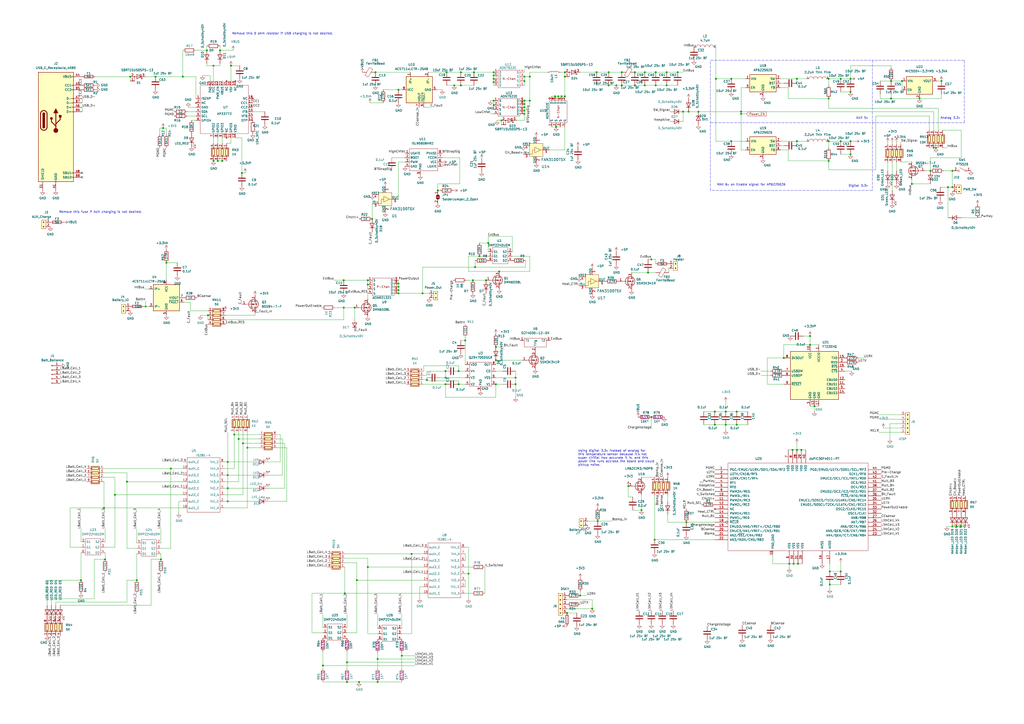
<source format=kicad_sch>
(kicad_sch (version 20211123) (generator eeschema)
  (paper "A2")
  (title_block (title "Battery Controller") (date "2021-06-16") (rev "1") (company "N/A") (comment 1 "Jarrett Cigainero"))
  (junction (at 469.9 200.025))
  (junction (at 286.385 43.815))
  (junction (at 278.13 148.59))
  (junction (at 462.28 45.72))
  (junction (at 421.005 246.38))
  (junction (at 487.68 331.47))
  (junction (at 60.96 324.485))
  (junction (at 79.375 336.55))
  (junction (at 539.75 99.06))
  (junction (at 377.825 150.495))
  (junction (at 307.34 44.45))
  (junction (at 364.49 281.94))
  (junction (at 462.915 327.025))
  (junction (at 374.015 49.53))
  (junction (at 380.365 41.91))
  (junction (at 199.39 178.435))
  (junction (at 327.66 55.88))
  (junction (at 94.615 74.295))
  (junction (at 304.165 64.135))
  (junction (at 424.18 45.72))
  (junction (at 343.535 353.06))
  (junction (at 398.145 302.895))
  (junction (at 258.445 222.885))
  (junction (at 328.93 355.6))
  (junction (at 386.715 41.91))
  (junction (at 542.925 85.725))
  (junction (at 493.395 53.34))
  (junction (at 128.905 93.345))
  (junction (at 321.945 55.88))
  (junction (at 84.455 177.8))
  (junction (at 360.68 49.53))
  (junction (at 286.385 41.91))
  (junction (at 286.385 58.42))
  (junction (at 493.395 81.915))
  (junction (at 327.66 44.45))
  (junction (at 549.91 108.585))
  (junction (at 516.89 57.15))
  (junction (at 213.36 162.56))
  (junction (at 386.715 49.53))
  (junction (at 480.695 45.72))
  (junction (at 46.99 336.55))
  (junction (at 267.335 41.91))
  (junction (at 322.58 73.66))
  (junction (at 541.655 85.725))
  (junction (at 493.395 89.535))
  (junction (at 283.21 140.97))
  (junction (at 96.52 152.4))
  (junction (at 481.33 331.47))
  (junction (at 123.825 38.1))
  (junction (at 414.655 246.38))
  (junction (at 143.51 259.715))
  (junction (at 132.08 283.21))
  (junction (at 75.565 44.45))
  (junction (at 493.395 45.72))
  (junction (at 286.385 60.96))
  (junction (at 263.525 49.53))
  (junction (at 480.695 57.15))
  (junction (at 396.24 64.77))
  (junction (at 462.28 260.985))
  (junction (at 427.355 246.38))
  (junction (at 254 110.49))
  (junction (at 375.92 158.115))
  (junction (at 457.835 327.025))
  (junction (at 399.415 64.77))
  (junction (at 360.68 41.91))
  (junction (at 60.325 294.64))
  (junction (at 274.32 162.56))
  (junction (at 90.17 44.45))
  (junction (at 380.365 49.53))
  (junction (at 414.655 238.76))
  (junction (at 217.805 41.91))
  (junction (at 516.89 46.99))
  (junction (at 138.43 254.635))
  (junction (at 201.295 395.605))
  (junction (at 353.06 41.91))
  (junction (at 207.01 336.55))
  (junction (at 379.73 313.055))
  (junction (at 269.875 197.485))
  (junction (at 215.9 127))
  (junction (at 336.55 345.44))
  (junction (at 126.365 93.345))
  (junction (at 106.045 44.45))
  (junction (at 133.985 38.1))
  (junction (at 135.89 252.095))
  (junction (at 120.015 29.21))
  (junction (at 219.075 395.605))
  (junction (at 377.825 241.935))
  (junction (at 231.14 170.18))
  (junction (at 429.895 66.04))
  (junction (at 238.76 321.31))
  (junction (at 213.36 328.93))
  (junction (at 346.075 41.91))
  (junction (at 274.955 41.91))
  (junction (at 213.36 165.1))
  (junction (at 469.9 194.945))
  (junction (at 200.025 344.17))
  (junction (at 132.08 290.83))
  (junction (at 472.44 235.585))
  (junction (at 266.065 222.885))
  (junction (at 480.695 81.915))
  (junction (at 393.065 41.91))
  (junction (at 421.005 238.76))
  (junction (at 275.59 154.94))
  (junction (at 533.4 57.15))
  (junction (at 231.14 52.07))
  (junction (at 290.83 69.85))
  (junction (at 287.655 222.885))
  (junction (at 353.06 49.53))
  (junction (at 372.11 295.91))
  (junction (at 552.45 99.06))
  (junction (at 304.165 60.325))
  (junction (at 304.165 62.23))
  (junction (at 258.445 219.075))
  (junction (at 487.68 81.915))
  (junction (at 368.3 49.53))
  (junction (at 231.14 166.37))
  (junction (at 258.445 215.265))
  (junction (at 304.165 44.45))
  (junction (at 132.08 267.97))
  (junction (at 187.325 386.08))
  (junction (at 427.355 238.76))
  (junction (at 304.165 58.42))
  (junction (at 424.18 81.915))
  (junction (at 523.24 46.99))
  (junction (at 459.74 260.985))
  (junction (at 127.635 29.21))
  (junction (at 460.375 327.025))
  (junction (at 299.085 222.885))
  (junction (at 528.955 106.68))
  (junction (at 66.675 287.02))
  (junction (at 286.385 45.72))
  (junction (at 140.97 257.175))
  (junction (at 233.045 380.365))
  (junction (at 480.695 93.345))
  (junction (at 374.015 41.91))
  (junction (at 368.3 41.91))
  (junction (at 99.06 271.78))
  (junction (at 201.295 384.175))
  (junction (at 120.65 182.88))
  (junction (at 323.85 55.88))
  (junction (at 546.1 46.99))
  (junction (at 299.085 219.075))
  (junction (at 245.11 170.18))
  (junction (at 123.825 93.345))
  (junction (at 140.335 100.33))
  (junction (at 231.14 164.465))
  (junction (at 231.14 168.275))
  (junction (at 557.53 305.435))
  (junction (at 554.99 305.435))
  (junction (at 247.65 220.345))
  (junction (at 552.45 305.435))
  (junction (at 325.755 55.88))
  (junction (at 199.39 162.56))
  (junction (at 73.66 279.4))
  (junction (at 307.34 58.42))
  (junction (at 266.065 215.265))
  (junction (at 286.385 47.625))
  (junction (at 462.28 81.915))
  (junction (at 208.28 395.605))
  (junction (at 327.66 41.91))
  (junction (at 415.29 45.72))
  (junction (at 93.345 324.485))
  (junction (at 289.56 157.48))
  (junction (at 429.895 64.77))
  (junction (at 304.165 46.99))
  (junction (at 304.165 66.04))
  (junction (at 281.94 162.56))
  (junction (at 271.78 332.74))
  (junction (at 132.08 275.59))
  (junction (at 287.655 208.915))
  (junction (at 267.335 49.53))
  (junction (at 287.655 201.295))
  (junction (at 219.075 382.27))
  (junction (at 405.13 64.77))
  (junction (at 487.68 45.72))
  (junction (at 454.66 207.645))
  (junction (at 205.74 178.435))
  (junction (at 357.505 49.53))
  (junction (at 346.71 302.26))
  (junction (at 552.45 108.585))
  (junction (at 259.08 41.91))
  (junction (at 481.33 339.09))
  (junction (at 464.82 260.985))
  (no_connect (at 47.5742 102.8192))
  (no_connect (at 47.5742 100.2792))
  (wire (pts (xy 96.52 152.4) (xy 96.52 162.56)))
  (wire (pts (xy 327.66 41.91) (xy 327.66 44.45)))
  (wire (pts (xy 542.925 85.725) (xy 544.195 85.725)))
  (wire (pts (xy 493.395 81.915) (xy 495.935 81.915)))
  (wire (pts (xy 127.635 26.67) (xy 127.635 29.21)))
  (wire (pts (xy 146.685 64.77) (xy 153.67 64.77)))
  (wire (pts (xy 92.71 74.295) (xy 94.615 74.295)))
  (wire (pts (xy 266.065 212.09) (xy 266.065 215.265)))
  (wire (pts (xy 539.75 99.06) (xy 539.75 91.44)))
  (wire (pts (xy 336.55 345.44) (xy 340.36 345.44)))
  (wire (pts (xy 510.54 54.61) (xy 510.54 57.15)))
  (wire (pts (xy 163.83 254.635) (xy 160.655 254.635)))
  (wire (pts (xy 278.13 148.59) (xy 283.21 148.59)))
  (wire (pts (xy 130.81 182.88) (xy 147.955 182.88)))
  (wire (pts (xy 126.365 80.01) (xy 126.365 83.185)))
  (wire (pts (xy 247.65 220.98) (xy 266.065 220.98)))
  (wire (pts (xy 336.55 41.91) (xy 346.075 41.91)))
  (wire (pts (xy 364.49 288.29) (xy 367.03 288.29)))
  (wire (pts (xy 133.985 38.1) (xy 139.065 38.1)))
  (wire (pts (xy 263.525 49.53) (xy 267.335 49.53)))
  (wire (pts (xy 493.395 45.72) (xy 493.395 38.1)))
  (wire (pts (xy 297.18 148.59) (xy 307.34 148.59)))
  (wire (pts (xy 130.175 267.97) (xy 132.08 267.97)))
  (wire (pts (xy 29.845 347.345) (xy 54.61 347.345)))
  (wire (pts (xy 271.78 157.48) (xy 289.56 157.48)))
  (wire (pts (xy 374.015 49.53) (xy 380.365 49.53)))
  (wire (pts (xy 110.49 180.34) (xy 110.49 175.26)))
  (wire (pts (xy 286.385 58.42) (xy 286.385 60.96)))
  (wire (pts (xy 73.66 336.55) (xy 79.375 336.55)))
  (wire (pts (xy 343.535 347.98) (xy 343.535 353.06)))
  (wire (pts (xy 281.305 328.93) (xy 281.305 344.17)))
  (wire (pts (xy 219.075 378.46) (xy 219.075 382.27)))
  (wire (pts (xy 99.06 271.78) (xy 60.325 271.78)))
  (wire (pts (xy 353.06 49.53) (xy 357.505 49.53)))
  (wire (pts (xy 286.385 45.72) (xy 286.385 47.625)))
  (wire (pts (xy 460.375 327.025) (xy 462.915 327.025)))
  (wire (pts (xy 245.745 220.345) (xy 247.65 220.345)))
  (wire (pts (xy 340.995 302.26) (xy 346.71 302.26)))
  (wire (pts (xy 528.955 104.14) (xy 528.955 106.68)))
  (wire (pts (xy 138.43 254.635) (xy 150.495 254.635)))
  (wire (pts (xy 233.045 380.365) (xy 233.045 387.985)))
  (wire (pts (xy 325.755 55.88) (xy 327.66 55.88)))
  (wire (pts (xy 414.655 238.76) (xy 421.005 238.76)))
  (wire (pts (xy 258.445 222.885) (xy 258.445 230.505)))
  (wire (pts (xy 187.325 395.605) (xy 201.295 395.605)))
  (wire (pts (xy 233.045 380.365) (xy 240.665 380.365)))
  (wire (pts (xy 32.385 351.155) (xy 32.385 349.25)))
  (wire (pts (xy 231.14 93.98) (xy 234.95 93.98)))
  (wire (pts (xy 162.56 267.97) (xy 162.56 252.095)))
  (wire (pts (xy 231.14 93.98) (xy 231.14 115.57)))
  (wire (pts (xy 200.025 344.17) (xy 245.745 344.17)))
  (wire (pts (xy 60.325 294.64) (xy 106.045 294.64)))
  (wire (pts (xy 445.135 207.645) (xy 445.135 222.885)))
  (wire (pts (xy 396.24 64.77) (xy 396.24 70.485)))
  (wire (pts (xy 480.695 45.72) (xy 480.695 49.53)))
  (wire (pts (xy 304.165 60.325) (xy 304.165 62.23)))
  (wire (pts (xy 66.675 276.86) (xy 66.675 287.02)))
  (wire (pts (xy 297.18 146.05) (xy 297.18 137.16)))
  (wire (pts (xy 127.635 38.1) (xy 127.635 36.83)))
  (wire (pts (xy 375.92 150.495) (xy 377.825 150.495)))
  (wire (pts (xy 421.005 238.76) (xy 427.355 238.76)))
  (wire (pts (xy 147.955 182.88) (xy 147.955 181.61)))
  (wire (pts (xy 187.325 386.08) (xy 240.665 386.08)))
  (wire (pts (xy 307.34 44.45) (xy 304.165 44.45)))
  (wire (pts (xy 143.51 294.64) (xy 130.175 294.64)))
  (wire (pts (xy 544.195 75.565) (xy 544.195 62.865)))
  (wire (pts (xy 126.365 93.345) (xy 128.905 93.345)))
  (wire (pts (xy 336.55 342.9) (xy 336.55 345.44)))
  (wire (pts (xy 93.345 318.135) (xy 99.06 318.135)))
  (wire (pts (xy 199.39 178.435) (xy 205.74 178.435)))
  (wire (pts (xy 552.45 99.06) (xy 547.37 99.06)))
  (wire (pts (xy 520.065 93.98) (xy 520.065 99.06)))
  (wire (pts (xy 46.99 320.675) (xy 46.99 336.55)))
  (wire (pts (xy 128.905 80.01) (xy 128.905 83.185)))
  (wire (pts (xy 377.825 241.935) (xy 377.825 248.92)))
  (wire (pts (xy 557.53 75.565) (xy 546.735 75.565)))
  (wire (pts (xy 217.805 41.91) (xy 238.125 41.91)))
  (wire (pts (xy 245.11 170.18) (xy 245.11 154.94)))
  (wire (pts (xy 93.345 306.705) (xy 93.345 314.96)))
  (wire (pts (xy 546.1 57.15) (xy 546.1 54.61)))
  (wire (pts (xy 424.18 81.915) (xy 432.435 81.915)))
  (wire (pts (xy 99.06 271.78) (xy 106.045 271.78)))
  (wire (pts (xy 429.895 86.995) (xy 432.435 86.995)))
  (wire (pts (xy 113.665 29.21) (xy 120.015 29.21)))
  (wire (pts (xy 533.4 57.15) (xy 546.1 57.15)))
  (wire (pts (xy 266.7 106.68) (xy 254 106.68)))
  (wire (pts (xy 457.835 327.025) (xy 457.835 329.565)))
  (wire (pts (xy 200.025 323.85) (xy 213.36 323.85)))
  (polyline (pts (xy 412.115 34.925) (xy 506.095 34.925)))
  (wire (pts (xy 254 106.68) (xy 254 110.49)))
  (wire (pts (xy 132.08 267.97) (xy 147.955 267.97)))
  (wire (pts (xy 243.459 340.36) (xy 245.745 340.36)))
  (wire (pts (xy 493.395 38.1) (xy 516.89 38.1)))
  (wire (pts (xy 54.61 324.485) (xy 60.96 324.485)))
  (wire (pts (xy 429.895 64.77) (xy 541.655 64.77)))
  (wire (pts (xy 481.33 339.09) (xy 481.33 341.63)))
  (wire (pts (xy 459.74 260.985) (xy 462.28 260.985)))
  (wire (pts (xy 429.895 66.04) (xy 433.07 66.04)))
  (wire (pts (xy 201.295 384.175) (xy 240.665 384.175)))
  (polyline (pts (xy 412.115 110.49) (xy 412.115 34.925)))
  (wire (pts (xy 266.065 215.265) (xy 269.875 215.265)))
  (wire (pts (xy 133.985 46.99) (xy 133.985 38.1)))
  (wire (pts (xy 247.65 220.345) (xy 247.65 220.98)))
  (wire (pts (xy 96.52 152.4) (xy 102.87 152.4)))
  (wire (pts (xy 448.31 327.025) (xy 457.835 327.025)))
  (wire (pts (xy 163.83 275.59) (xy 163.83 254.635)))
  (wire (pts (xy 60.325 279.4) (xy 60.325 294.64)))
  (wire (pts (xy 307.34 58.42) (xy 307.34 44.45)))
  (wire (pts (xy 452.755 86.995) (xy 457.2 86.995)))
  (wire (pts (xy 386.715 49.53) (xy 393.065 49.53)))
  (wire (pts (xy 322.58 73.66) (xy 325.12 73.66)))
  (wire (pts (xy 299.085 219.075) (xy 299.085 215.265)))
  (wire (pts (xy 215.9 127) (xy 215.9 118.11)))
  (wire (pts (xy 73.66 318.135) (xy 79.375 318.135)))
  (wire (pts (xy 379.73 313.055) (xy 414.655 313.055)))
  (wire (pts (xy 387.35 302.895) (xy 398.145 302.895)))
  (wire (pts (xy 266.065 222.885) (xy 269.875 222.885)))
  (wire (pts (xy 307.34 44.45) (xy 307.34 41.91)))
  (wire (pts (xy 245.745 62.23) (xy 249.555 62.23)))
  (wire (pts (xy 321.945 55.88) (xy 323.85 55.88)))
  (wire (pts (xy 231.14 170.18) (xy 245.11 170.18)))
  (wire (pts (xy 60.325 274.32) (xy 73.66 274.32)))
  (wire (pts (xy 448.31 321.945) (xy 448.31 327.025)))
  (wire (pts (xy 360.68 49.53) (xy 368.3 49.53)))
  (wire (pts (xy 487.68 89.535) (xy 493.395 89.535)))
  (wire (pts (xy 73.66 279.4) (xy 106.045 279.4)))
  (wire (pts (xy 227.33 91.44) (xy 234.95 91.44)))
  (wire (pts (xy 415.29 45.72) (xy 424.18 45.72)))
  (wire (pts (xy 108.585 67.31) (xy 113.665 67.31)))
  (wire (pts (xy 452.755 81.915) (xy 462.28 81.915)))
  (wire (pts (xy 213.36 170.18) (xy 213.36 173.355)))
  (wire (pts (xy 441.325 217.805) (xy 447.04 217.805)))
  (wire (pts (xy 269.875 197.485) (xy 269.875 211.455)))
  (wire (pts (xy 46.99 306.705) (xy 46.99 314.325)))
  (wire (pts (xy 464.82 260.985) (xy 467.36 260.985)))
  (wire (pts (xy 201.295 367.03) (xy 207.01 367.03)))
  (wire (pts (xy 366.395 158.115) (xy 375.92 158.115)))
  (wire (pts (xy 180.975 344.17) (xy 200.025 344.17)))
  (wire (pts (xy 132.08 250.825) (xy 132.08 267.97)))
  (wire (pts (xy 60.96 320.675) (xy 60.96 324.485)))
  (wire (pts (xy 103.759 297.688) (xy 103.759 290.83)))
  (wire (pts (xy 248.285 41.91) (xy 259.08 41.91)))
  (wire (pts (xy 304.165 69.85) (xy 304.165 66.04)))
  (wire (pts (xy 233.045 367.665) (xy 238.76 367.665)))
  (wire (pts (xy 247.65 215.265) (xy 247.65 217.805)))
  (wire (pts (xy 132.08 283.21) (xy 147.955 283.21)))
  (wire (pts (xy 304.165 58.42) (xy 307.34 58.42)))
  (wire (pts (xy 539.115 85.725) (xy 541.655 85.725)))
  (wire (pts (xy 304.8 151.13) (xy 304.8 154.94)))
  (wire (pts (xy 457.2 260.985) (xy 459.74 260.985)))
  (wire (pts (xy 208.28 395.605) (xy 219.075 395.605)))
  (wire (pts (xy 207.01 336.55) (xy 245.745 336.55)))
  (wire (pts (xy 462.28 260.985) (xy 464.82 260.985)))
  (wire (pts (xy 454.66 207.645) (xy 445.135 207.645)))
  (wire (pts (xy 267.335 49.53) (xy 274.955 49.53)))
  (wire (pts (xy 549.91 108.585) (xy 545.465 108.585)))
  (wire (pts (xy 128.905 93.345) (xy 131.445 93.345)))
  (wire (pts (xy 377.825 150.495) (xy 380.365 150.495)))
  (wire (pts (xy 34.925 351.155) (xy 87.63 351.155)))
  (wire (pts (xy 259.08 41.91) (xy 267.335 41.91)))
  (wire (pts (xy 245.745 215.265) (xy 245.745 212.09)))
  (wire (pts (xy 462.28 45.72) (xy 467.995 45.72)))
  (wire (pts (xy 517.525 93.98) (xy 517.525 110.49)))
  (wire (pts (xy 357.505 49.53) (xy 360.68 49.53)))
  (wire (pts (xy 304.165 46.99) (xy 304.165 49.53)))
  (wire (pts (xy 32.385 349.25) (xy 73.66 349.25)))
  (wire (pts (xy 213.36 165.1) (xy 213.36 167.64)))
  (wire (pts (xy 318.77 86.995) (xy 327.66 86.995)))
  (wire (pts (xy 73.66 318.135) (xy 73.66 279.4)))
  (wire (pts (xy 271.78 332.74) (xy 269.875 332.74)))
  (wire (pts (xy 396.24 64.77) (xy 399.415 64.77)))
  (wire (pts (xy 231.14 162.56) (xy 231.14 164.465)))
  (wire (pts (xy 120.65 182.88) (xy 120.65 185.42)))
  (wire (pts (xy 271.78 148.59) (xy 271.78 157.48)))
  (wire (pts (xy 256.54 91.44) (xy 266.7 91.44)))
  (wire (pts (xy 269.875 336.55) (xy 269.875 340.36)))
  (wire (pts (xy 108.585 64.77) (xy 113.665 64.77)))
  (wire (pts (xy 457.835 327.025) (xy 460.375 327.025)))
  (wire (pts (xy 452.755 45.72) (xy 462.28 45.72)))
  (wire (pts (xy 346.075 41.91) (xy 353.06 41.91)))
  (wire (pts (xy 445.135 222.885) (xy 454.66 222.885)))
  (wire (pts (xy 549.91 108.585) (xy 549.91 126.365)))
  (wire (pts (xy 269.875 321.31) (xy 269.875 325.12)))
  (wire (pts (xy 480.695 81.915) (xy 487.68 81.915)))
  (wire (pts (xy 408.305 238.76) (xy 414.655 238.76)))
  (wire (pts (xy 110.49 180.34) (xy 120.65 180.34)))
  (wire (pts (xy 199.39 185.42) (xy 199.39 178.435)))
  (polyline (pts (xy 506.095 34.925) (xy 506.095 71.12)))
  (wire (pts (xy 55.245 44.45) (xy 75.565 44.45)))
  (wire (pts (xy 480.695 62.865) (xy 480.695 57.15)))
  (wire (pts (xy 490.22 215.265) (xy 494.03 215.265)))
  (wire (pts (xy 140.97 250.825) (xy 140.97 257.175)))
  (wire (pts (xy 487.68 326.39) (xy 487.68 331.47)))
  (wire (pts (xy 222.25 52.07) (xy 231.14 52.07)))
  (wire (pts (xy 522.605 248.285) (xy 512.445 248.285)))
  (wire (pts (xy 539.75 99.06) (xy 536.575 99.06)))
  (wire (pts (xy 245.745 212.09) (xy 266.065 212.09)))
  (wire (pts (xy 245.11 170.18) (xy 248.92 170.18)))
  (wire (pts (xy 258.445 230.505) (xy 287.655 230.505)))
  (wire (pts (xy 60.96 306.705) (xy 60.96 314.325)))
  (wire (pts (xy 427.355 238.76) (xy 433.705 238.76)))
  (wire (pts (xy 364.49 281.94) (xy 364.49 288.29)))
  (wire (pts (xy 287.655 201.295) (xy 292.1 201.295)))
  (wire (pts (xy 166.37 259.715) (xy 160.655 259.715)))
  (wire (pts (xy 132.08 275.59) (xy 147.955 275.59)))
  (wire (pts (xy 130.175 275.59) (xy 132.08 275.59)))
  (wire (pts (xy 472.44 235.585) (xy 474.98 235.585)))
  (wire (pts (xy 386.715 41.91) (xy 393.065 41.91)))
  (wire (pts (xy 83.82 167.64) (xy 86.36 167.64)))
  (polyline (pts (xy 559.435 34.925) (xy 506.095 34.925)))
  (wire (pts (xy 480.695 98.425) (xy 480.695 93.345)))
  (wire (pts (xy 103.759 290.83) (xy 106.045 290.83)))
  (wire (pts (xy 481.33 327.025) (xy 481.33 331.47)))
  (wire (pts (xy 213.36 162.56) (xy 213.36 165.1)))
  (wire (pts (xy 377.825 149.86) (xy 377.825 150.495)))
  (wire (pts (xy 132.08 275.59) (xy 132.08 283.21)))
  (wire (pts (xy 245.11 154.94) (xy 275.59 154.94)))
  (wire (pts (xy 75.565 44.45) (xy 75.565 46.99)))
  (wire (pts (xy 155.575 290.83) (xy 166.37 290.83)))
  (wire (pts (xy 258.445 219.075) (xy 269.875 219.075)))
  (wire (pts (xy 522.605 245.745) (xy 516.255 245.745)))
  (wire (pts (xy 117.475 43.815) (xy 121.92 43.815)))
  (wire (pts (xy 207.01 367.03) (xy 207.01 336.55)))
  (wire (pts (xy 143.51 250.825) (xy 143.51 259.715)))
  (wire (pts (xy 328.93 355.6) (xy 334.645 355.6)))
  (wire (pts (xy 368.3 49.53) (xy 374.015 49.53)))
  (wire (pts (xy 254 110.49) (xy 255.27 110.49)))
  (wire (pts (xy 180.975 344.17) (xy 180.975 367.03)))
  (wire (pts (xy 135.89 271.78) (xy 130.175 271.78)))
  (wire (pts (xy 287.655 208.915) (xy 302.895 208.915)))
  (wire (pts (xy 472.44 235.585) (xy 472.44 238.76)))
  (wire (pts (xy 380.365 41.91) (xy 386.715 41.91)))
  (wire (pts (xy 481.33 331.47) (xy 487.68 331.47)))
  (wire (pts (xy 111.125 69.85) (xy 113.665 69.85)))
  (wire (pts (xy 379.73 287.02) (xy 379.73 313.055)))
  (wire (pts (xy 106.045 44.45) (xy 113.665 44.45)))
  (wire (pts (xy 304.8 154.94) (xy 275.59 154.94)))
  (wire (pts (xy 247.65 219.075) (xy 247.65 220.345)))
  (wire (pts (xy 123.825 80.01) (xy 123.825 83.185)))
  (wire (pts (xy 207.01 336.55) (xy 207.01 326.39)))
  (wire (pts (xy 130.81 185.42) (xy 199.39 185.42)))
  (wire (pts (xy 286.385 41.91) (xy 286.385 43.815)))
  (wire (pts (xy 166.37 290.83) (xy 166.37 259.715)))
  (wire (pts (xy 510.54 57.15) (xy 516.89 57.15)))
  (wire (pts (xy 113.665 44.45) (xy 113.665 57.15)))
  (wire (pts (xy 135.89 252.095) (xy 135.89 271.78)))
  (wire (pts (xy 255.27 219.075) (xy 258.445 219.075)))
  (wire (pts (xy 267.335 197.485) (xy 269.875 197.485)))
  (wire (pts (xy 299.085 219.075) (xy 299.085 222.885)))
  (wire (pts (xy 528.955 106.68) (xy 539.75 106.68)))
  (wire (pts (xy 346.075 49.53) (xy 353.06 49.53)))
  (wire (pts (xy 421.005 233.045) (xy 421.005 238.76)))
  (wire (pts (xy 290.83 69.85) (xy 290.83 72.39)))
  (wire (pts (xy 231.14 168.275) (xy 231.14 170.18)))
  (wire (pts (xy 99.06 318.135) (xy 99.06 271.78)))
  (wire (pts (xy 307.34 58.42) (xy 307.34 60.96)))
  (wire (pts (xy 270.51 162.56) (xy 274.32 162.56)))
  (wire (pts (xy 83.185 177.8) (xy 84.455 177.8)))
  (wire (pts (xy 200.025 328.93) (xy 200.025 344.17)))
  (wire (pts (xy 266.7 91.44) (xy 266.7 106.68)))
  (wire (pts (xy 543.56 46.99) (xy 546.1 46.99)))
  (wire (pts (xy 462.28 257.175) (xy 462.28 260.985)))
  (wire (pts (xy 546.735 85.725) (xy 549.275 85.725)))
  (wire (pts (xy 441.325 215.265) (xy 447.04 215.265)))
  (wire (pts (xy 140.97 257.175) (xy 150.495 257.175)))
  (wire (pts (xy 480.695 81.915) (xy 480.695 85.725)))
  (wire (pts (xy 79.375 306.705) (xy 79.375 314.96)))
  (wire (pts (xy 462.28 81.915) (xy 467.995 81.915)))
  (wire (pts (xy 421.005 246.38) (xy 427.355 246.38)))
  (wire (pts (xy 116.205 182.88) (xy 120.65 182.88)))
  (wire (pts (xy 469.9 200.025) (xy 474.98 200.025)))
  (wire (pts (xy 133.985 80.01) (xy 133.985 83.185)))
  (wire (pts (xy 522.605 243.205) (xy 509.905 243.205)))
  (wire (pts (xy 557.53 305.435) (xy 560.07 305.435)))
  (wire (pts (xy 205.74 178.435) (xy 205.74 184.785)))
  (wire (pts (xy 140.335 100.33) (xy 142.24 100.33)))
  (wire (pts (xy 84.455 174.625) (xy 84.455 177.8)))
  (wire (pts (xy 427.355 246.38) (xy 433.705 246.38)))
  (wire (pts (xy 27.305 351.155) (xy 27.305 336.55)))
  (wire (pts (xy 516.89 38.1) (xy 516.89 39.37)))
  (wire (pts (xy 452.755 84.455) (xy 454.66 84.455)))
  (wire (pts (xy 60.96 317.5) (xy 66.675 317.5)))
  (wire (pts (xy 269.875 328.93) (xy 273.685 328.93)))
  (wire (pts (xy 325.12 41.91) (xy 327.66 41.91)))
  (wire (pts (xy 481.33 339.09) (xy 487.68 339.09)))
  (wire (pts (xy 462.28 45.72) (xy 462.28 48.26)))
  (wire (pts (xy 405.13 64.77) (xy 429.895 64.77)))
  (wire (pts (xy 219.075 382.27) (xy 219.075 387.985)))
  (wire (pts (xy 269.875 317.5) (xy 271.78 317.5)))
  (wire (pts (xy 552.45 108.585) (xy 549.91 108.585)))
  (wire (pts (xy 180.975 367.03) (xy 187.325 367.03)))
  (wire (pts (xy 130.175 283.21) (xy 132.08 283.21)))
  (wire (pts (xy 284.48 66.04) (xy 286.385 66.04)))
  (wire (pts (xy 304.165 58.42) (xy 304.165 60.325)))
  (wire (pts (xy 408.305 246.38) (xy 414.655 246.38)))
  (wire (pts (xy 415.29 45.72) (xy 415.29 81.915)))
  (wire (pts (xy 266.065 220.98) (xy 266.065 222.885)))
  (wire (pts (xy 380.365 150.495) (xy 380.365 153.035)))
  (wire (pts (xy 429.895 50.8) (xy 429.895 64.77)))
  (wire (pts (xy 307.34 41.91) (xy 317.5 41.91)))
  (wire (pts (xy 469.9 235.585) (xy 472.44 235.585)))
  (wire (pts (xy 457.2 50.8) (xy 457.2 57.15)))
  (wire (pts (xy 135.89 250.825) (xy 135.89 252.095)))
  (wire (pts (xy 201.295 377.825) (xy 201.295 384.175)))
  (wire (pts (xy 557.53 91.44) (xy 557.53 75.565)))
  (wire (pts (xy 140.97 257.175) (xy 140.97 287.02)))
  (wire (pts (xy 432.435 50.8) (xy 429.895 50.8)))
  (wire (pts (xy 554.99 305.435) (xy 557.53 305.435)))
  (wire (pts (xy 372.11 276.86) (xy 379.73 276.86)))
  (wire (pts (xy 165.1 257.175) (xy 160.655 257.175)))
  (wire (pts (xy 487.68 53.34) (xy 493.395 53.34)))
  (wire (pts (xy 132.08 290.83) (xy 147.955 290.83)))
  (wire (pts (xy 271.78 317.5) (xy 271.78 332.74)))
  (wire (pts (xy 380.365 49.53) (xy 386.715 49.53)))
  (wire (pts (xy 372.11 287.02) (xy 372.11 295.91)))
  (wire (pts (xy 193.675 162.56) (xy 199.39 162.56)))
  (wire (pts (xy 304.165 40.005) (xy 304.165 41.91)))
  (wire (pts (xy 399.415 64.77) (xy 405.13 64.77)))
  (wire (pts (xy 27.305 336.55) (xy 46.99 336.55)))
  (wire (pts (xy 320.04 55.88) (xy 321.945 55.88)))
  (wire (pts (xy 487.68 45.72) (xy 493.395 45.72)))
  (wire (pts (xy 136.525 80.01) (xy 140.335 80.01)))
  (wire (pts (xy 284.48 58.42) (xy 286.385 58.42)))
  (wire (pts (xy 29.845 351.155) (xy 29.845 347.345)))
  (wire (pts (xy 522.605 250.825) (xy 509.905 250.825)))
  (wire (pts (xy 106.045 29.21) (xy 106.045 44.45)))
  (wire (pts (xy 480.695 45.72) (xy 487.68 45.72)))
  (wire (pts (xy 374.015 41.91) (xy 380.365 41.91)))
  (wire (pts (xy 287.655 215.265) (xy 291.465 215.265)))
  (wire (pts (xy 243.459 347.218) (xy 243.459 340.36)))
  (wire (pts (xy 387.985 155.575) (xy 387.985 158.115)))
  (wire (pts (xy 353.06 41.91) (xy 360.68 41.91)))
  (wire (pts (xy 199.39 162.56) (xy 213.36 162.56)))
  (wire (pts (xy 269.875 344.17) (xy 273.685 344.17)))
  (wire (pts (xy 497.84 207.645) (xy 501.015 207.645)))
  (wire (pts (xy 514.985 82.55) (xy 514.985 83.82)))
  (wire (pts (xy 429.895 64.77) (xy 429.895 66.04)))
  (wire (pts (xy 541.655 64.77) (xy 541.655 75.565)))
  (wire (pts (xy 259.08 49.53) (xy 263.525 49.53)))
  (wire (pts (xy 271.78 148.59) (xy 278.13 148.59)))
  (wire (pts (xy 213.36 328.93) (xy 245.745 328.93)))
  (wire (pts (xy 275.59 151.13) (xy 275.59 154.94)))
  (polyline (pts (xy 506.095 71.12) (xy 559.435 71.12)))
  (wire (pts (xy 121.92 43.815) (xy 121.92 46.99)))
  (wire (pts (xy 258.445 215.265) (xy 258.445 219.075)))
  (wire (pts (xy 138.43 250.825) (xy 138.43 254.635)))
  (wire (pts (xy 372.11 295.91) (xy 367.03 295.91)))
  (wire (pts (xy 304.165 62.23) (xy 304.165 64.135)))
  (wire (pts (xy 552.45 99.06) (xy 552.45 108.585)))
  (wire (pts (xy 138.43 254.635) (xy 138.43 279.4)))
  (wire (pts (xy 201.295 384.175) (xy 201.295 387.985)))
  (wire (pts (xy 219.075 395.605) (xy 233.045 395.605)))
  (wire (pts (xy 393.065 41.91) (xy 396.24 41.91)))
  (polyline (pts (xy 506.095 110.49) (xy 412.115 110.49)))
  (wire (pts (xy 286.385 60.96) (xy 286.385 63.5)))
  (wire (pts (xy 516.255 245.745) (xy 516.255 254.635)))
  (wire (pts (xy 47.625 57.15) (xy 47.625 59.69)))
  (wire (pts (xy 287.655 222.885) (xy 291.465 222.885)))
  (wire (pts (xy 522.605 82.55) (xy 522.605 83.82)))
  (wire (pts (xy 253.365 52.07) (xy 256.54 52.07)))
  (wire (pts (xy 140.335 100.33) (xy 140.335 80.01)))
  (wire (pts (xy 133.985 83.185) (xy 131.445 83.185)))
  (wire (pts (xy 213.36 323.85) (xy 213.36 328.93)))
  (wire (pts (xy 469.9 194.945) (xy 469.9 200.025)))
  (wire (pts (xy 201.295 356.235) (xy 201.295 363.855)))
  (wire (pts (xy 231.14 164.465) (xy 231.14 166.37)))
  (wire (pts (xy 219.075 356.235) (xy 219.075 364.49)))
  (wire (pts (xy 462.28 81.915) (xy 462.28 84.455)))
  (wire (pts (xy 549.275 305.435) (xy 552.45 305.435)))
  (wire (pts (xy 165.1 283.21) (xy 165.1 257.175)))
  (wire (pts (xy 304.165 64.135) (xy 304.165 66.04)))
  (wire (pts (xy 162.56 252.095) (xy 160.655 252.095)))
  (wire (pts (xy 429.895 66.04) (xy 429.895 86.995)))
  (wire (pts (xy 287.655 219.075) (xy 299.085 219.075)))
  (wire (pts (xy 200.025 321.31) (xy 238.76 321.31)))
  (wire (pts (xy 269.875 195.58) (xy 269.875 197.485)))
  (wire (pts (xy 387.35 287.02) (xy 387.35 290.83)))
  (wire (pts (xy 541.655 85.725) (xy 542.925 85.725)))
  (wire (pts (xy 194.31 178.435) (xy 199.39 178.435)))
  (wire (pts (xy 60.325 276.86) (xy 66.675 276.86)))
  (wire (pts (xy 283.21 146.05) (xy 283.21 140.97)))
  (wire (pts (xy 123.825 93.345) (xy 126.365 93.345)))
  (wire (pts (xy 155.575 275.59) (xy 163.83 275.59)))
  (wire (pts (xy 320.04 73.66) (xy 322.58 73.66)))
  (wire (pts (xy 271.78 332.74) (xy 271.78 347.345)))
  (wire (pts (xy 233.045 356.235) (xy 233.045 364.49)))
  (wire (pts (xy 106.68 175.26) (xy 110.49 175.26)))
  (wire (pts (xy 120.015 38.1) (xy 120.015 36.83)))
  (wire (pts (xy 73.66 274.32) (xy 73.66 279.4)))
  (wire (pts (xy 283.21 140.97) (xy 283.21 137.16)))
  (wire (pts (xy 143.51 259.715) (xy 150.495 259.715)))
  (wire (pts (xy 84.455 44.45) (xy 90.17 44.45)))
  (wire (pts (xy 187.325 386.08) (xy 187.325 387.985)))
  (wire (pts (xy 508 67.31) (xy 508 98.425)))
  (wire (pts (xy 66.675 287.02) (xy 106.045 287.02)))
  (wire (pts (xy 79.375 321.31) (xy 79.375 336.55)))
  (wire (pts (xy 140.97 287.02) (xy 130.175 287.02)))
  (wire (pts (xy 283.21 137.16) (xy 297.18 137.16)))
  (wire (pts (xy 457.2 93.345) (xy 480.695 93.345)))
  (wire (pts (xy 522.605 93.98) (xy 528.955 93.98)))
  (wire (pts (xy 539.115 67.31) (xy 508 67.31)))
  (wire (pts (xy 231.14 52.07) (xy 233.045 52.07)))
  (wire (pts (xy 123.825 38.1) (xy 127.635 38.1)))
  (wire (pts (xy 187.325 377.825) (xy 187.325 386.08)))
  (wire (pts (xy 127.635 29.21) (xy 135.255 29.21)))
  (wire (pts (xy 557.53 126.365) (xy 567.055 126.365)))
  (wire (pts (xy 346.71 302.26) (xy 354.965 302.26)))
  (wire (pts (xy 553.085 99.06) (xy 552.45 99.06)))
  (wire (pts (xy 539.75 91.44) (xy 557.53 91.44)))
  (wire (pts (xy 286.385 47.625) (xy 286.385 49.53)))
  (wire (pts (xy 528.955 106.68) (xy 528.955 107.315)))
  (wire (pts (xy 87.63 351.155) (xy 87.63 324.485)))
  (wire (pts (xy 123.825 38.1) (xy 123.825 46.99)))
  (wire (pts (xy 508 98.425) (xy 480.695 98.425)))
  (wire (pts (xy 289.56 157.48) (xy 307.34 157.48)))
  (wire (pts (xy 328.93 353.06) (xy 343.535 353.06)))
  (wire (pts (xy 73.66 349.25) (xy 73.66 336.55)))
  (wire (pts (xy 523.24 46.99) (xy 523.24 52.07)))
  (wire (pts (xy 274.32 162.56) (xy 281.94 162.56)))
  (wire (pts (xy 109.22 62.23) (xy 113.665 62.23)))
  (wire (pts (xy 299.085 222.885) (xy 299.085 230.505)))
  (wire (pts (xy 207.01 326.39) (xy 200.025 326.39)))
  (wire (pts (xy 132.08 267.97) (xy 132.08 275.59)))
  (wire (pts (xy 454.66 207.645) (xy 454.66 200.025)))
  (wire (pts (xy 245.745 222.885) (xy 258.445 222.885)))
  (wire (pts (xy 327.66 73.66) (xy 327.66 86.995)))
  (wire (pts (xy 304.165 44.45) (xy 304.165 46.99)))
  (wire (pts (xy 247.65 215.265) (xy 258.445 215.265)))
  (wire (pts (xy 135.89 252.095) (xy 150.495 252.095)))
  (wire (pts (xy 155.575 267.97) (xy 162.56 267.97)))
  (wire (pts (xy 47.625 62.23) (xy 47.625 64.77)))
  (wire (pts (xy 452.755 50.8) (xy 457.2 50.8)))
  (wire (pts (xy 509.905 240.665) (xy 522.605 240.665)))
  (wire (pts (xy 238.76 367.665) (xy 238.76 321.31)))
  (wire (pts (xy 247.65 217.805) (xy 245.745 217.805)))
  (wire (pts (xy 516.89 54.61) (xy 516.89 57.15)))
  (wire (pts (xy 514.985 93.98) (xy 514.985 99.06)))
  (wire (pts (xy 452.755 48.26) (xy 454.66 48.26)))
  (wire (pts (xy 87.63 324.485) (xy 93.345 324.485)))
  (wire (pts (xy 40.64 294.64) (xy 60.325 294.64)))
  (wire (pts (xy 138.43 279.4) (xy 130.175 279.4)))
  (wire (pts (xy 387.35 298.45) (xy 387.35 302.895)))
  (wire (pts (xy 286.385 43.815) (xy 286.385 45.72)))
  (wire (pts (xy 457.2 57.15) (xy 480.695 57.15)))
  (wire (pts (xy 267.335 41.91) (xy 274.955 41.91)))
  (wire (pts (xy 187.325 356.235) (xy 187.325 363.855)))
  (wire (pts (xy 287.655 208.915) (xy 287.655 211.455)))
  (wire (pts (xy 398.145 302.895) (xy 414.655 302.895)))
  (wire (pts (xy 328.93 347.98) (xy 343.535 347.98)))
  (wire (pts (xy 92.71 78.105) (xy 92.71 74.295)))
  (wire (pts (xy 288.29 69.85) (xy 290.83 69.85)))
  (wire (pts (xy 93.345 321.31) (xy 93.345 324.485)))
  (wire (pts (xy 307.34 148.59) (xy 307.34 157.48)))
  (wire (pts (xy 375.92 158.115) (xy 380.365 158.115)))
  (wire (pts (xy 415.29 81.915) (xy 424.18 81.915)))
  (wire (pts (xy 120.015 26.67) (xy 120.015 29.21)))
  (wire (pts (xy 327.66 44.45) (xy 327.66 55.88)))
  (wire (pts (xy 323.85 55.88) (xy 325.755 55.88)))
  (wire (pts (xy 238.76 321.31) (xy 245.745 321.31)))
  (wire (pts (xy 96.52 74.295) (xy 96.52 78.105)))
  (wire (pts (xy 299.72 69.85) (xy 304.165 69.85)))
  (wire (pts (xy 414.655 246.38) (xy 421.005 246.38)))
  (wire (pts (xy 219.075 382.27) (xy 240.665 382.27)))
  (wire (pts (xy 132.08 283.21) (xy 132.08 290.83)))
  (wire (pts (xy 54.61 347.345) (xy 54.61 324.485)))
  (wire (pts (xy 421.005 246.38) (xy 421.005 249.555)))
  (wire (pts (xy 510.54 46.99) (xy 516.89 46.99)))
  (wire (pts (xy 66.675 317.5) (xy 66.675 287.02)))
  (wire (pts (xy 516.89 57.15) (xy 533.4 57.15)))
  (wire (pts (xy 231.14 166.37) (xy 231.14 168.275)))
  (wire (pts (xy 516.89 46.99) (xy 523.24 46.99)))
  (wire (pts (xy 462.915 327.025) (xy 465.455 327.025)))
  (wire (pts (xy 466.09 194.945) (xy 469.9 194.945)))
  (wire (pts (xy 552.45 305.435) (xy 554.99 305.435)))
  (wire (pts (xy 424.18 45.72) (xy 432.435 45.72)))
  (wire (pts (xy 132.08 290.83) (xy 130.175 290.83)))
  (wire (pts (xy 520.065 82.55) (xy 520.065 83.82)))
  (polyline (pts (xy 412.115 71.12) (xy 506.095 71.12)))
  (wire (pts (xy 84.455 177.8) (xy 86.36 177.8)))
  (wire (pts (xy 457.2 86.995) (xy 457.2 93.345)))
  (wire (pts (xy 40.64 294.64) (xy 40.64 317.5)))
  (wire (pts (xy 415.29 27.305) (xy 415.29 45.72)))
  (wire (pts (xy 517.525 82.55) (xy 517.525 83.82)))
  (wire (pts (xy 201.295 395.605) (xy 208.28 395.605)))
  (wire (pts (xy 274.955 41.91) (xy 286.385 41.91)))
  (wire (pts (xy 143.51 259.715) (xy 143.51 294.64)))
  (wire (pts (xy 90.17 44.45) (xy 106.045 44.45)))
  (wire (pts (xy 487.68 81.915) (xy 493.395 81.915)))
  (wire (pts (xy 368.3 41.91) (xy 374.015 41.91)))
  (polyline (pts (xy 559.435 71.12) (xy 559.435 34.925)))
  (wire (pts (xy 539.115 75.565) (xy 539.115 67.31)))
  (wire (pts (xy 94.615 74.295) (xy 96.52 74.295)))
  (wire (pts (xy 213.36 367.665) (xy 219.075 367.665)))
  (wire (pts (xy 155.575 283.21) (xy 165.1 283.21)))
  (wire (pts (xy 544.195 62.865) (xy 480.695 62.865)))
  (wire (pts (xy 40.64 317.5) (xy 46.99 317.5)))
  (wire (pts (xy 120.015 38.1) (xy 123.825 38.1)))
  (wire (pts (xy 213.36 367.665) (xy 213.36 328.93)))
  (wire (pts (xy 233.045 378.46) (xy 233.045 380.365)))
  (wire (pts (xy 214.63 59.69) (xy 222.25 59.69)))
  (polyline (pts (xy 506.095 71.12) (xy 506.095 110.49)))
  (wire (pts (xy 287.655 222.885) (xy 287.655 230.505)))
  (wire (pts (xy 454.66 200.025) (xy 469.9 200.025)))
  (wire (pts (xy 278.13 140.97) (xy 283.21 140.97)))
  (text "Remove this fuse if AUX charging is not desired." (at 34.29 123.825 0) (effects (font (size 1.27 1.27)) (justify left bottom)))
  (text "AUX 5v" (at 496.57 69.215 0) (effects (font (size 1.27 1.27)) (justify left bottom)))
  (text "Remove this 0 ohm resistor if USB charging is not desired." (at 134.62 20.32 0) (effects (font (size 1.27 1.27)) (justify left bottom)))
  (text "MAX 6v on Enable signal for AP62250Z6" (at 415.925 107.95 0) (effects (font (size 1.27 1.27)) (justify left bottom)))
  (text "Digital 3.3v" (at 492.125 108.585 0) (effects (font (size 1.27 1.27)) (justify left bottom)))
  (text "Analog 3.3v" (at 545.465 69.215 0) (effects (font (size 1.27 1.27)) (justify left bottom)))
  (text "Using digital 3.3v instead of analog for\nthis temperature sensor because it's not\nsuper ciritial how accurate it is, and this\npower line runs accross the board and could\npickup noise." (at 335.28 270.51 0) (effects (font (size 1.27 1.27)) (justify left bottom)))
  (label "LBatt_Cell_3" (at 245.745 317.5 180))
  (label "V_Switched" (at 414.655 287.655 180))
  (label "Mult_SEL" (at 132.08 250.825 90))
  (label "Btemp" (at 414.655 310.515 180))
  (label "SW_Signal" (at 388.62 64.77 180))
  (label "LBatt_Cell_1" (at 34.925 214.63 0))
  (label "LBatt_Cell_3" (at 219.075 356.235 90))
  (label "BTStrapSig" (at 307.34 60.96 270))
  (label "ExtBus_RES" (at 130.81 187.96 0))
  (label "USB_D-" (at 47.625 57.15 0))
  (label "V_Switched" (at 281.305 328.93 0))
  (label "U2TX" (at 336.55 350.52 0))
  (label "LowCHfet" (at 256.54 96.52 0))
  (label "ChargeVoltage" (at 377.825 248.92 180))
  (label "LithCell_V1" (at 370.84 354.33 90))
  (label "LBatt_Cell_4" (at 34.925 222.25 0))
  (label "LBatt_Cell_2" (at 245.745 325.12 180))
  (label "Mult_B2" (at 140.97 240.665 90))
  (label "CH_Boost+" (at 414.655 285.115 180))
  (label "USB_D+" (at 441.325 217.805 180))
  (label "PowerOutEnable" (at 186.69 178.435 180))
  (label "ExtBus" (at 377.825 149.86 180))
  (label "KeepAlive" (at 388.62 70.485 180))
  (label "LBatt_Cell_3" (at 50.165 274.32 180))
  (label "Mult_B1" (at 414.655 300.355 180))
  (label "PGMC" (at 100.965 64.77 180))
  (label "LithCell_V3" (at 240.665 382.27 0))
  (label "C_Fault" (at 281.94 170.18 270))
  (label "BattIn" (at 84.455 174.625 180))
  (label "SW_Signal" (at 522.605 82.55 0))
  (label "LithCell_V2" (at 511.175 307.975 0))
  (label "LBatt_Cell_3" (at 106.045 267.97 180))
  (label "PGMD" (at 92.71 85.725 270))
  (label "LBatt_Cell_1" (at 29.845 368.935 270))
  (label "PowerOutput" (at 231.14 162.56 0))
  (label "CC1" (at 146.685 59.69 0))
  (label "U1TX" (at 497.84 210.185 0))
  (label "LithCell_V1" (at 240.665 386.08 0))
  (label "U1RX" (at 511.175 290.195 0))
  (label "LBatt_Cell_1" (at 46.99 306.705 90))
  (label "LBatt_Cell_4" (at 50.165 271.78 180))
  (label "PowerOutEnable" (at 557.53 287.655 90))
  (label "Btemp_in" (at 354.965 302.26 0))
  (label "LBatt_Cell_1" (at 50.165 279.4 180))
  (label "C_Fault" (at 215.9 134.62 270))
  (label "Heat_CTRL" (at 335.915 165.735 180))
  (label "LBatt_Cell_2" (at 34.925 217.17 0))
  (label "CHctrl+" (at 208.28 127 180))
  (label "Btemp_in" (at 382.27 276.86 90))
  (label "LBatt_Cell_3" (at 34.925 368.935 270))
  (label "LBatt_Cell_2" (at 32.385 368.935 270))
  (label "LithCell_V3" (at 384.175 354.33 90))
  (label "CH_Boost+" (at 554.99 287.655 90))
  (label "ChargeVoltage" (at 410.21 363.22 0))
  (label "LBatt_Cell_4" (at 233.045 356.235 90))
  (label "CCsense" (at 384.81 287.02 270))
  (label "USB_D-" (at 441.325 215.265 180))
  (label "BattIn" (at 269.875 187.96 180))
  (label "Mult_B4" (at 135.89 240.665 90))
  (label "__PwrKey" (at 567.055 126.365 0))
  (label "ChargeVoltage" (at 414.655 305.435 180))
  (label "HighCHfet" (at 304.165 40.005 0))
  (label "PGMD" (at 509.905 243.205 180))
  (label "IntBus" (at 549.275 85.725 0))
  (label "LBatt_Cell_2" (at 235.585 220.345 180))
  (label "BV_Fault" (at 292.1 201.295 0))
  (label "C_Fault" (at 110.49 180.34 270))
  (label "LBatt_Cell_4" (at 93.345 306.705 90))
  (label "Mult_B4" (at 511.175 282.575 0))
  (label "IntBus" (at 402.59 27.305 180))
  (label "U2TX" (at 414.655 274.955 180))
  (label "LithCell_V2" (at 377.825 354.33 90))
  (label "CCsense" (at 511.175 300.355 0))
  (label "IntBus" (at 301.625 197.485 180))
  (label "ExtBus" (at 396.24 41.91 0))
  (label "U2RX" (at 340.36 345.44 0))
  (label "Mult_B3" (at 138.43 240.665 90))
  (label "LBatt_Cell_3" (at 235.585 217.805 180))
  (label "LBatt_Cell_3" (at 79.375 306.705 90))
  (label "PGMD" (at 100.965 67.31 180))
  (label "ExtBus" (at 120.65 187.96 270))
  (label "LBatt_Cell_1" (at 106.045 283.21 180))
  (label "Pre-Charge" (at 262.89 162.56 270))
  (label "Heat_CTRL" (at 560.07 287.655 90))
  (label "LBatt_Cell_1" (at 245.745 332.74 180))
  (label "LBatt_Cell_4" (at 235.585 215.265 180))
  (label "LBatt_Cell_1" (at 189.865 328.93 180))
  (label "Mult_B1" (at 143.51 240.665 90))
  (label "LBatt_Cell_2" (at 201.295 356.235 90))
  (label "LithCell_V4" (at 390.525 354.33 90))
  (label "CC2" (at 47.625 52.07 270))
  (label "C_Fault" (at 249.555 62.23 0))
  (label "BTStrapSig" (at 256.54 88.9 0))
  (label "U2RX" (at 414.655 277.495 180))
  (label "PGMC" (at 96.52 85.725 270))
  (label "LBatt_Cell_3" (at 34.925 219.71 0))
  (label "CC2" (at 146.685 62.23 0))
  (label "BV_Fault" (at 511.175 287.655 0))
  (label "BTStrapSig" (at 227.33 99.06 180))
  (label "C_Fault_In" (at 147.955 181.61 0))
  (label "PGMC" (at 509.905 240.665 180))
  (label "Mult_B3" (at 511.175 280.035 0))
  (label "LBatt_Cell_1" (at 187.325 356.235 90))
  (label "ExtBus" (at 319.405 197.485 0))
  (label "LBatt_Cell_4" (at 189.865 321.31 180))
  (label "CHctrl+" (at 552.45 287.655 90))
  (label "Heat_CTRL" (at 414.655 297.815 180))
  (label "Mult_SEL" (at 407.035 292.735 180))
  (label "U1TX" (at 511.175 292.735 0))
  (label "Btemp" (at 382.27 287.02 270))
  (label "HighCHfet" (at 234.95 88.9 180))
  (label "BCsense" (at 114.3 172.72 0))
  (label "MCLR" (at 398.145 295.275 90))
  (label "PGMD" (at 511.175 272.415 0))
  (label "ExtBus_RES" (at 213.36 170.18 180))
  (label "CC1" (at 47.625 49.53 90))
  (label "LBatt_Cell_2" (at 189.865 326.39 180))
  (label "LBatt_Cell_2" (at 60.96 306.705 90))
  (label "PowerOutEnable" (at 511.175 295.275 0))
  (label "PGMC" (at 414.655 272.415 180))
  (label "BCsense" (at 414.655 307.975 180))
  (label "CH_Boost+" (at 303.53 89.535 180))
  (label "IntBus" (at 83.82 167.64 180))
  (label "LBatt_Cell_3" (at 189.865 323.85 180))
  (label "LithCell_V1" (at 511.175 310.515 0))
  (label "USB_D+" (at 47.625 62.23 0))
  (label "__PwrKey" (at 414.655 280.035 180))
  (label "LBatt_Cell_1" (at 235.585 222.885 180))
  (label "C_Fault" (at 140.335 176.53 90))
  (label "CHctrl+" (at 414.655 290.195 180))
  (label "C_Fault" (at 205.74 192.405 0))
  (label "U1RX" (at 501.015 207.645 0))
  (label "ExtBus" (at 289.56 137.16 180))
  (label "LithCell_V4" (at 511.175 302.895 0))
  (label "IntBus" (at 528.955 107.315 270))
  (label "LithCell_V3" (at 511.175 305.435 0))
  (label "BCsense" (at 447.04 362.585 0))
  (label "C_Fault_In" (at 511.175 277.495 0))
  (label "LithCell_V4" (at 240.665 380.365 0))
  (label "CCsense" (at 430.53 362.585 0))
  (label "Pre-Charge" (at 511.175 274.955 0))
  (label "Mult_B2" (at 511.175 285.115 0))
  (label "ExtBus" (at 193.675 162.56 180))
  (label "LBatt_Cell_3" (at 93.345 332.105 270))
  (label "KeepAlive" (at 414.655 282.575 180))
  (label "CCsense_in" (at 384.81 276.86 90))
  (label "LBatt_Cell_2" (at 106.045 275.59 180))
  (label "LBatt_Cell_2" (at 79.375 344.17 270))
  (label "LBatt_Cell_2" (at 50.165 276.86 180))
  (label "LowCHfet" (at 284.48 66.04 180))
  (label "LithCell_V2" (at 240.665 384.175 0))
  (label "MCLR" (at 509.905 250.825 180))
  (label "CCsense_in" (at 243.205 62.23 270))
  (label "LBatt_Cell_1" (at 60.96 332.105 270))
  (global_label "Power_EN" (shape input) (at 433.07 66.04 0) (property "Intersheet References" "${INTERSHEET_REFS}" (effects hide)))
  (symbol (lib_id "BTMS-rescue:dsPIC30F3011-PT-dspic") (at 462.915 294.005 0) (unit 1)
    (property "Reference" "U20" (at 440.055 266.065 0))
    (property "Value" "dsPIC30F4011-PT" (at 478.155 266.065 0))
    (property "Footprint" "Package_DFN_QFN:QFN-44-1EP_8x8mm_P0.65mm_EP6.45x6.45mm" (effects hide))
    (property "Manufacturer" "Microchip" (effects hide))
    (property "DK_Detail_Page" "https://www.digikey.com/en/products/detail/microchip-technology/DSPIC30F4011-30I-ML/718195" (effects hide))
    (property "Digi-Key_PN" "DSPIC30F401130IML-ND" (effects hide))
  )
  (symbol (lib_id "Device:C") (at 102.87 156.21 0) (unit 1)
    (property "Reference" "C7" (at 105.791 155.0416 0) (effects (justify left)))
    (property "Value" "0.1uf" (at 105.791 157.353 0) (effects (justify left)))
    (property "Footprint" "Capacitor_SMD:C_0402_1005Metric" (effects hide))
    (property "DK_Detail_Page" "https://www.digikey.com/en/products/detail/samsung-electro-mechanics/CL05A104KA5NNNC/3886701" (effects hide))
    (property "Digi-Key_PN" "1276-1043-1-ND" (effects hide))
  )
  (symbol (lib_id "BTMS-rescue:B5B-XH-A_LF__SN_-dk_Rectangular-Connectors-Headers-Male-Pins") (at 525.145 250.825 90) (unit 1)
    (property "Reference" "J9" (at 528.3962 244.7036 90) (effects (justify right)))
    (property "Value" "ICSP" (at 521.335 254.635 90) (effects (justify right)))
    (property "Footprint" "Connector_PinHeader_2.54mm:PinHeader_1x05_P2.54mm_Vertical" (effects hide))
    (property "Datasheet" "http://www.jst-mfg.com/product/pdf/eng/eXH.pdf" (effects hide))
    (property "MPN" "B5B-XH-A(LF)(SN)" (effects hide))
    (property "Category" "Connectors, Interconnects" (effects hide))
    (property "Family" "Rectangular Connectors - Headers, Male Pins" (effects hide))
    (property "DK_Datasheet_Link" "http://www.jst-mfg.com/product/pdf/eng/eXH.pdf" (effects hide))
    (property "Description" "CONN HEADER VERT 5POS 2.5MM" (effects hide))
    (property "Manufacturer" "JST Sales America Inc." (effects hide))
    (property "Status" "Active" (effects hide))
  )
  (symbol (lib_id "Device:C") (at 367.03 292.1 0) (unit 1)
    (property "Reference" "C29" (at 369.951 290.9316 0) (effects (justify left)))
    (property "Value" "0.1uf" (at 369.951 293.243 0) (effects (justify left)))
    (property "Footprint" "Capacitor_SMD:C_0402_1005Metric" (effects hide))
    (property "DK_Detail_Page" "https://www.digikey.com/en/products/detail/samsung-electro-mechanics/CL05A104KA5NNNC/3886701" (effects hide))
    (property "Digi-Key_PN" "1276-1043-1-ND" (effects hide))
  )
  (symbol (lib_id "Device:LED") (at 151.765 290.83 180) (unit 1)
    (property "Reference" "D15" (at 148.971 292.1 0))
    (property "Value" "LV1_Low" (at 149.86 288.29 0))
    (property "Footprint" "LED_SMD:LED_0603_1608Metric" (effects hide))
    (property "DK_Detail_Page" "https://www.digikey.com/en/products/detail/w%C3%BCrth-elektronik/150060RS75000/4489901" (effects hide))
    (property "Digi-Key_PN" "732-4978-1-ND" (effects hide))
  )
  (symbol (lib_id "Device:Q_NMOS_GDS") (at 369.57 281.94 0) (unit 1)
    (property "Reference" "U16" (at 370.205 274.955 0) (effects (justify left)))
    (property "Value" "LM62CIM3/NOPB" (at 362.585 271.78 0) (effects (justify left)))
    (property "Footprint" "Package_TO_SOT_SMD:SOT-23" (effects hide))
    (property "DK_Detail_Page" "https://www.digikey.com/en/products/detail/texas-instruments/LM62CIM3-NOPB/364229" (effects hide))
    (property "Digi-Key_PN" "LM62CIM3/NOPBCT-ND" (effects hide))
  )
  (symbol (lib_id "BTMS-rescue:22-23-2021-dk_Rectangular-Connectors-Headers-Male-Pins") (at 554.99 108.585 90) (mirror x) (unit 1)
    (property "Reference" "J10" (at 554.7868 102.87 90))
    (property "Value" "PWR_SW" (at 562.61 109.855 90))
    (property "Footprint" "Connector_PinHeader_2.54mm:PinHeader_1x02_P2.54mm_Vertical" (effects hide))
    (property "Datasheet" "https://media.digikey.com/pdf/Data%20Sheets/Molex%20PDFs/A-6373-N_Series_Dwg_2010-12-03.pdf" (effects hide))
    (property "MPN" "22-23-2021" (effects hide))
    (property "Category" "Connectors, Interconnects" (effects hide))
    (property "Family" "Rectangular Connectors - Headers, Male Pins" (effects hide))
    (property "DK_Datasheet_Link" "https://media.digikey.com/pdf/Data%20Sheets/Molex%20PDFs/A-6373-N_Series_Dwg_2010-12-03.pdf" (effects hide))
    (property "Description" "CONN HEADER VERT 2POS 2.54MM" (effects hide))
    (property "Manufacturer" "Molex" (effects hide))
    (property "Status" "Active" (effects hide))
  )
  (symbol (lib_id "Device:L") (at 321.31 41.91 90) (unit 1)
    (property "Reference" "L1" (at 322.4784 43.0022 0) (effects (justify right)))
    (property "Value" "10uH" (at 320.167 43.0022 0) (effects (justify right)))
    (property "Footprint" "Inductor_SMD:L_12x12mm_H4.5mm" (effects hide))
    (property "DK_Detail_Page" "https://www.digikey.com/en/products/detail/bourns-inc/SRP1265A-100M/4876620" (effects hide))
    (property "Digi-Key_PN" "SRP1265A-100MCT-ND" (effects hide))
  )
  (symbol (lib_id "power:GND") (at 457.835 329.565 0) (unit 1)
    (property "Reference" "#PWR099" (effects hide))
    (property "Value" "GND" (at 457.962 333.9592 0))
  )
  (symbol (lib_id "power:GND") (at 372.11 295.91 0) (unit 1)
    (property "Reference" "#PWR077" (effects hide))
    (property "Value" "GND" (at 372.237 300.3042 0))
  )
  (symbol (lib_id "power:GND") (at 516.255 254.635 0) (unit 1)
    (property "Reference" "#PWR0118" (effects hide))
    (property "Value" "GND" (at 516.382 259.0292 0))
  )
  (symbol (lib_id "power:GND") (at 340.995 304.8 0) (unit 1)
    (property "Reference" "#PWR071" (effects hide))
    (property "Value" "GND" (at 341.122 309.1942 0))
  )
  (symbol (lib_id "power:GND") (at 552.45 111.125 0) (mirror y) (unit 1)
    (property "Reference" "#PWR0126" (effects hide))
    (property "Value" "GND" (at 552.323 115.5192 0))
  )
  (symbol (lib_id "power:GND") (at 102.87 160.02 0) (unit 1)
    (property "Reference" "#PWR023" (effects hide))
    (property "Value" "GND" (at 102.997 164.4142 0))
  )
  (symbol (lib_id "power:GND") (at 96.52 182.88 0) (unit 1)
    (property "Reference" "#PWR020" (effects hide))
    (property "Value" "GND" (at 96.647 187.2742 0))
  )
  (symbol (lib_id "power:GND") (at 447.04 370.205 0) (unit 1)
    (property "Reference" "#PWR095" (effects hide))
    (property "Value" "GND" (at 447.167 374.5992 0))
  )
  (symbol (lib_id "Device:D") (at 387.35 294.64 90) (unit 1)
    (property "Reference" "D25" (at 385.3434 295.8084 90) (effects (justify left)))
    (property "Value" "D_Schottky40V" (at 391.16 299.085 0) (effects (justify left)))
    (property "Footprint" "Diode_SMD:D_0603_1608Metric" (effects hide))
    (property "DK_Detail_Page" "https://www.digikey.com/en/products/detail/toshiba-semiconductor-and-storage/CCS15S40L3F/5210646" (effects hide))
    (property "Digi-Key_PN" "CCS15S40L3FCT-ND" (effects hide))
  )
  (symbol (lib_id "Device:LED") (at 560.07 301.625 90) (unit 1)
    (property "Reference" "D22" (at 560.07 308.61 0))
    (property "Value" "Amber_LED" (at 560.07 316.23 0))
    (property "Footprint" "LED_SMD:LED_0603_1608Metric" (effects hide))
    (property "DK_Detail_Page" "https://www.digikey.com/en/products/detail/w%C3%BCrth-elektronik/150060AS75000/10468254" (effects hide))
    (property "Digi-Key_PN" "732-150060AS75000CT-ND" (effects hide))
  )
  (symbol (lib_id "Device:C") (at 360.68 45.72 0) (unit 1)
    (property "Reference" "C27" (at 361.315 47.625 0) (effects (justify left)))
    (property "Value" "1uf 25v BF" (at 360.045 50.8 0) (effects (justify left)))
    (property "Footprint" "Capacitor_SMD:C_0402_1005Metric" (effects hide))
    (property "DK_Detail_Page" "https://www.digikey.com/en/products/detail/tdk-corporation/C1005X5R1E105K050BE/7907739" (effects hide))
    (property "Digi-Key_PN" "445-175215-1-ND" (effects hide))
  )
  (symbol (lib_id "Device:C") (at 295.275 215.265 90) (unit 1)
    (property "Reference" "C5" (at 292.735 213.995 0) (effects (justify left)))
    (property "Value" "0.1uf" (at 302.133 210.693 90) (effects (justify left)))
    (property "Footprint" "Capacitor_SMD:C_0402_1005Metric" (effects hide))
    (property "DK_Detail_Page" "https://www.digikey.com/en/products/detail/samsung-electro-mechanics/CL05A104KA5NNNC/3886701" (effects hide))
    (property "Digi-Key_PN" "1276-1043-1-ND" (effects hide))
  )
  (symbol (lib_id "Device:R") (at 543.56 99.06 90) (mirror x) (unit 1)
    (property "Reference" "R52" (at 544.83 96.52 90) (effects (justify left)))
    (property "Value" "1K" (at 544.83 99.06 90) (effects (justify left)))
    (property "Footprint" "Resistor_SMD:R_0603_1608Metric" (effects hide))
    (property "DK_Detail_Page" "https://www.digikey.com/en/products/detail/yageo/RC0603FR-071KL/726843" (effects hide))
    (property "Digi-Key_PN" "311-1.00KHRCT-ND" (effects hide))
  )
  (symbol (lib_id "power:+3.3VA") (at 96.52 144.78 0) (unit 1)
    (property "Reference" "#PWR0152" (effects hide))
    (property "Value" "+3.3VA" (at 93.98 140.97 0))
  )
  (symbol (lib_id "power:GND") (at 494.03 215.265 0) (unit 1)
    (property "Reference" "#PWR0112" (effects hide))
    (property "Value" "GND" (at 496.57 213.995 0))
  )
  (symbol (lib_id "Device:C") (at 217.805 45.72 0) (unit 1)
    (property "Reference" "C13" (at 219.837 43.688 0) (effects (justify left)))
    (property "Value" "1uf 25v BF" (at 210.185 48.895 0) (effects (justify left)))
    (property "Footprint" "Capacitor_SMD:C_0402_1005Metric" (effects hide))
    (property "DK_Detail_Page" "https://www.digikey.com/en/products/detail/tdk-corporation/C1005X5R1E105K050BE/7907739" (effects hide))
    (property "Digi-Key_PN" "445-175215-1-ND" (effects hide))
  )
  (symbol (lib_id "Device:C") (at 374.015 45.72 0) (unit 1)
    (property "Reference" "C59" (at 369.443 43.434 0) (effects (justify left)))
    (property "Value" "10uf 25v BF" (at 368.3 53.34 0) (effects (justify left)))
    (property "Footprint" "Capacitor_SMD:C_0805_2012Metric" (effects hide))
    (property "DK_Detail_Page" "https://www.digikey.com/en/products/detail/murata-electronics/GRJ21BR61E106KE01K/10705983" (effects hide))
    (property "Digi-Key_PN" "490-GRJ21BR61E106KE01KCT-ND" (effects hide))
  )
  (symbol (lib_id "power:GND") (at 46.99 344.17 0) (unit 1)
    (property "Reference" "#PWR0135" (effects hide))
    (property "Value" "GND" (at 47.117 348.5642 0))
  )
  (symbol (lib_id "power:+5P") (at 343.535 155.575 0) (unit 1)
    (property "Reference" "#PWR091" (effects hide))
    (property "Value" "+5P" (at 346.075 154.3049 0) (effects (justify left)))
  )
  (symbol (lib_id "power:GND") (at 442.595 92.075 0) (unit 1)
    (property "Reference" "#PWR094" (effects hide))
    (property "Value" "GND" (at 445.135 95.885 0))
  )
  (symbol (lib_id "power:GND") (at 231.14 59.69 0) (unit 1)
    (property "Reference" "#PWR051" (effects hide))
    (property "Value" "GND" (at 231.267 64.0842 0))
  )
  (symbol (lib_id "power:GND") (at 299.085 230.505 0) (unit 1)
    (property "Reference" "#PWR021" (effects hide))
    (property "Value" "GND" (at 301.625 229.235 0))
  )
  (symbol (lib_id "power:GND") (at 103.759 297.688 0) (unit 1)
    (property "Reference" "#PWR0136" (effects hide))
    (property "Value" "GND" (at 103.886 302.0822 0))
  )
  (symbol (lib_id "power:GND") (at 278.765 226.695 0) (unit 1)
    (property "Reference" "#PWR015" (effects hide))
    (property "Value" "GND" (at 281.305 225.425 0))
  )
  (symbol (lib_id "power:GND") (at 215.9 113.03 0) (unit 1)
    (property "Reference" "#PWR0149" (effects hide))
    (property "Value" "GND" (at 212.852 114.046 0))
  )
  (symbol (lib_id "power:GND") (at 243.459 347.218 0) (unit 1)
    (property "Reference" "#PWR0137" (effects hide))
    (property "Value" "GND" (at 243.586 351.6122 0))
  )
  (symbol (lib_id "power:GND") (at 254 118.11 0) (unit 1)
    (property "Reference" "#PWR0132" (effects hide))
    (property "Value" "GND" (at 254 122.555 0))
  )
  (symbol (lib_id "BTMS-rescue:22-23-2021-dk_Rectangular-Connectors-Headers-Male-Pins") (at 390.525 153.035 90) (mirror x) (unit 1)
    (property "Reference" "J8" (at 393.7 148.59 90))
    (property "Value" "Heater" (at 393.7 150.495 90))
    (property "Footprint" "Connector_PinHeader_2.54mm:PinHeader_1x02_P2.54mm_Vertical" (effects hide))
    (property "Datasheet" "https://media.digikey.com/pdf/Data%20Sheets/Molex%20PDFs/A-6373-N_Series_Dwg_2010-12-03.pdf" (effects hide))
    (property "MPN" "22-23-2021" (effects hide))
    (property "Category" "Connectors, Interconnects" (effects hide))
    (property "Family" "Rectangular Connectors - Headers, Male Pins" (effects hide))
    (property "DK_Datasheet_Link" "https://media.digikey.com/pdf/Data%20Sheets/Molex%20PDFs/A-6373-N_Series_Dwg_2010-12-03.pdf" (effects hide))
    (property "Description" "CONN HEADER VERT 2POS 2.54MM" (effects hide))
    (property "Manufacturer" "Molex" (effects hide))
    (property "Status" "Active" (effects hide))
  )
  (symbol (lib_id "power:GND") (at 370.84 361.95 0) (unit 1)
    (property "Reference" "#PWR045" (effects hide))
    (property "Value" "GND" (at 370.967 366.3442 0))
  )
  (symbol (lib_id "Device:C") (at 458.47 84.455 90) (unit 1)
    (property "Reference" "C45" (at 465.455 84.455 90) (effects (justify left)))
    (property "Value" "0.1uf" (at 467.995 86.36 90) (effects (justify left)))
    (property "Footprint" "Capacitor_SMD:C_0402_1005Metric" (effects hide))
    (property "DK_Detail_Page" "https://www.digikey.com/en/products/detail/samsung-electro-mechanics/CL05A104KA5NNNC/3886701" (effects hide))
    (property "Digi-Key_PN" "1276-1043-1-ND" (effects hide))
  )
  (symbol (lib_id "power:+5P") (at 262.89 110.49 270) (unit 1)
    (property "Reference" "#PWR0131" (effects hide))
    (property "Value" "+5P" (at 266.7 110.4899 90) (effects (justify left)))
  )
  (symbol (lib_id "Device:C") (at 545.465 112.395 0) (mirror y) (unit 1)
    (property "Reference" "C56" (at 543.433 110.363 0) (effects (justify left)))
    (property "Value" "1uf 25v BF" (at 544.195 114.935 0) (effects (justify left)))
    (property "Footprint" "Capacitor_SMD:C_0402_1005Metric" (effects hide))
    (property "DK_Detail_Page" "https://www.digikey.com/en/products/detail/tdk-corporation/C1005X5R1E105K050BE/7907739" (effects hide))
    (property "Digi-Key_PN" "445-175215-1-ND" (effects hide))
  )
  (symbol (lib_id "Device:C") (at 487.68 49.53 0) (unit 1)
    (property "Reference" "C49" (at 483.108 47.244 0) (effects (justify left)))
    (property "Value" "10uf 25v BF" (at 480.695 43.815 0) (effects (justify left)))
    (property "Footprint" "Capacitor_SMD:C_0805_2012Metric" (effects hide))
    (property "DK_Detail_Page" "https://www.digikey.com/en/products/detail/murata-electronics/GRJ21BR61E106KE01K/10705983" (effects hide))
    (property "Digi-Key_PN" "490-GRJ21BR61E106KE01KCT-ND" (effects hide))
  )
  (symbol (lib_id "Device:C") (at 462.28 194.945 90) (unit 1)
    (property "Reference" "C46" (at 463.042 191.643 90) (effects (justify left)))
    (property "Value" "0.1uf" (at 467.106 199.771 90) (effects (justify left)))
    (property "Footprint" "Capacitor_SMD:C_0402_1005Metric" (effects hide))
    (property "DK_Detail_Page" "https://www.digikey.com/en/products/detail/samsung-electro-mechanics/CL05A104KA5NNNC/3886701" (effects hide))
    (property "Digi-Key_PN" "1276-1043-1-ND" (effects hide))
  )
  (symbol (lib_id "Device:R") (at 104.775 67.31 90) (unit 1)
    (property "Reference" "R16" (at 104.775 69.85 90) (effects (justify left)))
    (property "Value" "12" (at 106.045 67.31 90) (effects (justify left)))
    (property "Footprint" "Resistor_SMD:R_0603_1608Metric" (effects hide))
    (property "DK_Detail_Page" "https://www.digikey.com/en/products/detail/panasonic-electronic-components/ERJ-UP3J120V/12139275" (effects hide))
    (property "Digi-Key_PN" "10-ERJ-UP3J120VCT-ND" (effects hide))
  )
  (symbol (lib_id "Sensor_Current:ACS711xLCTR-25AB") (at 243.205 52.07 90) (mirror x) (unit 1)
    (property "Reference" "U10" (at 238.76 37.465 90))
    (property "Value" "ACS711xLCTR-25AB" (at 238.76 40.005 90))
    (property "Footprint" "Package_SO:SOIC-8_3.9x4.9mm_P1.27mm" (effects hide))
    (property "DK_Detail_Page" "https://www.digikey.com/en/products/detail/allegro-microsystems/ACS711ELCTR-25AB-T/2470589" (effects hide))
    (property "Digi-Key_PN" "620-1371-1-ND" (effects hide))
  )
  (symbol (lib_id "BTMS-rescue:22-23-2021-dk_Rectangular-Connectors-Headers-Male-Pins") (at 338.455 304.8 270) (mirror x) (unit 1)
    (property "Reference" "J7" (at 335.28 309.245 90))
    (property "Value" "BatteryPTC" (at 335.28 307.34 90))
    (property "Footprint" "Connector_PinHeader_2.54mm:PinHeader_1x02_P2.54mm_Vertical" (effects hide))
    (property "Datasheet" "https://media.digikey.com/pdf/Data%20Sheets/Molex%20PDFs/A-6373-N_Series_Dwg_2010-12-03.pdf" (effects hide))
    (property "MPN" "22-23-2021" (effects hide))
    (property "Category" "Connectors, Interconnects" (effects hide))
    (property "Family" "Rectangular Connectors - Headers, Male Pins" (effects hide))
    (property "DK_Datasheet_Link" "https://media.digikey.com/pdf/Data%20Sheets/Molex%20PDFs/A-6373-N_Series_Dwg_2010-12-03.pdf" (effects hide))
    (property "Description" "CONN HEADER VERT 2POS 2.54MM" (effects hide))
    (property "Manufacturer" "Molex" (effects hide))
    (property "Status" "Active" (effects hide))
  )
  (symbol (lib_id "Device:R") (at 450.85 217.805 90) (unit 1)
    (property "Reference" "R41" (at 452.374 220.091 90) (effects (justify left)))
    (property "Value" "27R" (at 452.882 217.805 90) (effects (justify left)))
    (property "Footprint" "Resistor_SMD:R_0603_1608Metric" (effects hide))
    (property "DK_Detail_Page" "https://www.digikey.com/en/products/detail/yageo/RC0603FR-1327RL/14286630" (effects hide))
    (property "Digi-Key_PN" "13-RC0603FR-1327RLCT-ND" (effects hide))
  )
  (symbol (lib_id "Device:R_Pack04") (at 554.99 292.735 180) (unit 1)
    (property "Reference" "RN7" (at 562.61 291.4649 0) (effects (justify right)))
    (property "Value" "5K" (at 562.61 294.0049 0) (effects (justify right)))
    (property "Footprint" "Resistor_SMD:R_Array_Convex_4x0612" (effects hide))
    (property "DK_Detail_Page" "https://www.digikey.com/en/products/detail/bourns-inc/CAY16-4991F4LF/2566602" (effects hide))
    (property "Digi-Key_PN" "CAY16-4991F4LFCT-ND" (effects hide))
  )
  (symbol (lib_id "power:GND") (at 140.335 107.95 0) (unit 1)
    (property "Reference" "#PWR034" (effects hide))
    (property "Value" "GND" (at 140.462 112.3442 0))
  )
  (symbol (lib_id "power:GND") (at 335.28 92.71 0) (unit 1)
    (property "Reference" "#PWR069" (effects hide))
    (property "Value" "GND" (at 335.407 97.1042 0))
  )
  (symbol (lib_id "Device:R_Pack04") (at 194.945 323.85 90) (unit 1)
    (property "Reference" "RN10" (at 193.6749 318.135 0) (effects (justify left)))
    (property "Value" "5K" (at 196.2149 318.135 0) (effects (justify left)))
    (property "Footprint" "Resistor_SMD:R_Array_Convex_4x0612" (effects hide))
    (property "DK_Detail_Page" "https://www.digikey.com/en/products/detail/bourns-inc/CAY16-4991F4LF/2566602" (effects hide))
    (property "Digi-Key_PN" "CAY16-4991F4LFCT-ND" (effects hide))
  )
  (symbol (lib_id "power:VBUS") (at 370.205 241.935 0) (unit 1)
    (property "Reference" "#PWR01" (effects hide))
    (property "Value" "VBUS" (at 370.1288 234.1118 90) (effects (justify right)))
  )
  (symbol (lib_id "Device:C") (at 139.065 41.91 0) (unit 1)
    (property "Reference" "C8" (at 141.097 39.878 0) (effects (justify left)))
    (property "Value" "1uf 25v BF" (at 140.081 44.958 0) (effects (justify left)))
    (property "Footprint" "Capacitor_SMD:C_0402_1005Metric" (effects hide))
    (property "DK_Detail_Page" "https://www.digikey.com/en/products/detail/tdk-corporation/C1005X5R1E105K050BE/7907739" (effects hide))
    (property "Digi-Key_PN" "445-175215-1-ND" (effects hide))
  )
  (symbol (lib_id "power:+5P") (at 328.93 363.22 90) (unit 1)
    (property "Reference" "#PWR066" (effects hide))
    (property "Value" "+5P" (at 321.31 363.22 90) (effects (justify right)))
  )
  (symbol (lib_id "Device:R") (at 274.32 166.37 180) (unit 1)
    (property "Reference" "R7" (at 271.78 168.91 0) (effects (justify left)))
    (property "Value" "10K" (at 274.32 164.465 90) (effects (justify left)))
    (property "Footprint" "Resistor_SMD:R_0603_1608Metric" (effects hide))
    (property "DK_Detail_Page" "https://www.digikey.com/en/products/detail/bourns-inc/CR0603-FX-1002ELF/3593188" (effects hide))
    (property "Digi-Key_PN" "CR0603-FX-1002ELFCT-ND" (effects hide))
  )
  (symbol (lib_id "power:GND") (at 398.145 310.515 0) (unit 1)
    (property "Reference" "#PWR080" (effects hide))
    (property "Value" "GND" (at 398.272 314.9092 0))
  )
  (symbol (lib_id "Device:D") (at 399.415 60.96 90) (unit 1)
    (property "Reference" "D28" (at 402.209 61.722 0) (effects (justify left)))
    (property "Value" "D_Schottky40V" (at 404.495 62.865 0) (effects (justify left)))
    (property "Footprint" "Diode_SMD:D_0603_1608Metric" (effects hide))
    (property "DK_Detail_Page" "https://www.digikey.com/en/products/detail/toshiba-semiconductor-and-storage/CCS15S40L3F/5210646" (effects hide))
    (property "Digi-Key_PN" "CCS15S40L3FCT-ND" (effects hide))
  )
  (symbol (lib_id "Device:C") (at 546.1 50.8 0) (unit 1)
    (property "Reference" "C57" (at 548.132 48.768 0) (effects (justify left)))
    (property "Value" "1uf 25v BF" (at 547.116 53.848 0) (effects (justify left)))
    (property "Footprint" "Capacitor_SMD:C_0402_1005Metric" (effects hide))
    (property "DK_Detail_Page" "https://www.digikey.com/en/products/detail/tdk-corporation/C1005X5R1E105K050BE/7907739" (effects hide))
    (property "Digi-Key_PN" "445-175215-1-ND" (effects hide))
  )
  (symbol (lib_id "Connector:Conn_01x05_Male") (at 29.845 217.17 0) (unit 1)
    (property "Reference" "J1" (at 30.48 206.375 0))
    (property "Value" "Batt_Ballance" (at 30.48 208.915 0))
    (property "Footprint" "Connector_JST:JST_EH_S5B-EH_1x05_P2.50mm_Horizontal" (effects hide))
    (property "DK_Detail_Page" "https://www.digikey.com/en/products/detail/jst-sales-america-inc/S5B-XH-A-1/9961924" (effects hide))
    (property "Digi-Key_PN" "455-4228-ND" (effects hide))
  )
  (symbol (lib_id "power:GND") (at 111.125 85.09 0) (unit 1)
    (property "Reference" "#PWR025" (effects hide))
    (property "Value" "GND" (at 111.252 89.4842 0))
  )
  (symbol (lib_id "Device:C") (at 433.705 242.57 0) (unit 1)
    (property "Reference" "C41" (at 437.007 243.332 90) (effects (justify left)))
    (property "Value" "0.1uf" (at 429.895 236.22 0) (effects (justify left)))
    (property "Footprint" "Capacitor_SMD:C_0402_1005Metric" (effects hide))
    (property "DK_Detail_Page" "https://www.digikey.com/en/products/detail/samsung-electro-mechanics/CL05A104KA5NNNC/3886701" (effects hide))
    (property "Digi-Key_PN" "1276-1043-1-ND" (effects hide))
  )
  (symbol (lib_id "power:GND") (at 310.515 213.995 0) (unit 1)
    (property "Reference" "#PWR026" (effects hide))
    (property "Value" "GND" (at 310.642 218.3892 0))
  )
  (symbol (lib_id "Device:Fuse") (at 33.02 128.905 90) (unit 1)
    (property "Reference" "F3" (at 31.75 127 90) (effects (justify right)))
    (property "Value" "5A" (at 31.75 128.905 90) (effects (justify right)))
    (property "Footprint" "Fuse:Fuse_1206_3216Metric" (effects hide))
    (property "DK_Detail_Page" "https://www.digikey.com/en/products/detail/bel-fuse-inc/C1F-5/4968257" (effects hide))
    (property "Digi-Key_PN" "507-1886-1-ND" (effects hide))
  )
  (symbol (lib_id "Device:C") (at 398.145 306.705 0) (unit 1)
    (property "Reference" "C31" (at 401.447 307.467 90) (effects (justify left)))
    (property "Value" "0.1uf" (at 393.319 311.531 90) (effects (justify left)))
    (property "Footprint" "Capacitor_SMD:C_0402_1005Metric" (effects hide))
    (property "DK_Detail_Page" "https://www.digikey.com/en/products/detail/samsung-electro-mechanics/CL05A104KA5NNNC/3886701" (effects hide))
    (property "Digi-Key_PN" "1276-1043-1-ND" (effects hide))
  )
  (symbol (lib_id "Device:C") (at 424.18 85.725 0) (unit 1)
    (property "Reference" "C38" (at 419.608 83.439 0) (effects (justify left)))
    (property "Value" "10uf 25v BF" (at 415.29 88.9 0) (effects (justify left)))
    (property "Footprint" "Capacitor_SMD:C_0805_2012Metric" (effects hide))
    (property "DK_Detail_Page" "https://www.digikey.com/en/products/detail/murata-electronics/GRJ21BR61E106KE01K/10705983" (effects hide))
    (property "Digi-Key_PN" "490-GRJ21BR61E106KE01KCT-ND" (effects hide))
  )
  (symbol (lib_id "power:+3V3") (at 495.935 81.915 270) (unit 1)
    (property "Reference" "#PWR0110" (effects hide))
    (property "Value" "+3V3" (at 499.11 81.9149 90) (effects (justify left)))
  )
  (symbol (lib_name "AON7522E_1") (lib_id "New_Library:AON7522E") (at 318.77 64.77 90) (unit 1)
    (property "Reference" "U15" (at 314.96 64.135 90))
    (property "Value" "AON7522E" (at 317.5 64.135 0))
    (property "Footprint" "Package_DFN_QFN:DFN-8-1EP_3x3mm_P0.65mm_EP1.7x2.05mm" (effects hide))
    (property "DK_Detail_Page" "https://www.digikey.com/en/products/detail/alpha-omega-semiconductor-inc/AON7522E/3603566" (effects hide))
    (property "Digi-Key_PN" "785-1505-1-ND" (effects hide))
  )
  (symbol (lib_id "BTMS-rescue:FAN3111ESX-dk_PMIC-Gate-Drivers") (at 343.535 163.195 0) (unit 1)
    (property "Reference" "U17" (at 348.869 172.847 0) (effects (font (size 1.524 1.524))))
    (property "Value" "FAN3100TSX" (at 353.441 168.783 0) (effects (font (size 1.524 1.524))))
    (property "Footprint" "Package_TO_SOT_SMD:SOT-23-5" (effects hide))
    (property "Digi-Key_PN" "FAN3100TSXCT-ND" (effects hide))
    (property "MPN" "FAN3100TSX" (effects hide))
    (property "Category" "Integrated Circuits (ICs)" (effects hide))
    (property "Family" "PMIC - Gate Drivers" (effects hide))
    (property "DK_Detail_Page" "https://www.digikey.com/en/products/detail/onsemi/FAN3100TSX/1739679" (effects hide))
    (property "Description" "IC GATE DVR SGL 2A EXTER SOT23-5" (effects hide))
    (property "Manufacturer" "ON Semiconductor" (effects hide))
    (property "Status" "Active" (effects hide))
  )
  (symbol (lib_id "Device:C") (at 410.21 367.03 0) (unit 1)
    (property "Reference" "C34" (at 412.242 364.998 0) (effects (justify left)))
    (property "Value" "1uf 25v BF" (at 411.226 370.078 0) (effects (justify left)))
    (property "Footprint" "Capacitor_SMD:C_0402_1005Metric" (effects hide))
    (property "DK_Detail_Page" "https://www.digikey.com/en/products/detail/tdk-corporation/C1005X5R1E105K050BE/7907739" (effects hide))
    (property "Digi-Key_PN" "445-175215-1-ND" (effects hide))
  )
  (symbol (lib_id "power:GND") (at 430.53 370.205 0) (unit 1)
    (property "Reference" "#PWR090" (effects hide))
    (property "Value" "GND" (at 430.657 374.5992 0))
  )
  (symbol (lib_id "Device:C") (at 516.89 50.8 0) (unit 1)
    (property "Reference" "C55" (at 518.922 48.768 0) (effects (justify left)))
    (property "Value" "1uf 25v BF" (at 513.715 53.34 0) (effects (justify left)))
    (property "Footprint" "Capacitor_SMD:C_0402_1005Metric" (effects hide))
    (property "DK_Detail_Page" "https://www.digikey.com/en/products/detail/tdk-corporation/C1005X5R1E105K050BE/7907739" (effects hide))
    (property "Digi-Key_PN" "445-175215-1-ND" (effects hide))
  )
  (symbol (lib_id "power:GND") (at 481.33 341.63 0) (unit 1)
    (property "Reference" "#PWR0107" (effects hide))
    (property "Value" "GND" (at 481.457 346.0242 0))
  )
  (symbol (lib_id "Device:D_Zener") (at 539.75 102.87 90) (unit 1)
    (property "Reference" "D33" (at 544.195 104.14 90) (effects (justify left)))
    (property "Value" "15V" (at 545.465 102.235 90) (effects (justify left)))
    (property "Footprint" "Diode_SMD:D_SOD-123" (effects hide))
    (property "DK_Detail_Page" "https://www.digikey.com/en/products/detail/diodes-incorporated/DDZ15-7/3877405" (effects hide))
    (property "Digi-Key_PN" "DDZ15-7DICT-ND" (effects hide))
  )
  (symbol (lib_id "BTMS-rescue:22-23-2021-dk_Rectangular-Connectors-Headers-Male-Pins") (at 73.025 177.8 270) (unit 1)
    (property "Reference" "J4" (at 71.12 172.085 90))
    (property "Value" "Battery_IO" (at 69.85 173.99 90))
    (property "Footprint" "Connector_JST:JST_VH_B2PS-VH_1x02_P3.96mm_Horizontal" (effects hide))
    (property "Datasheet" "https://media.digikey.com/pdf/Data%20Sheets/Molex%20PDFs/A-6373-N_Series_Dwg_2010-12-03.pdf" (effects hide))
    (property "MPN" "22-23-2021" (effects hide))
    (property "Category" "Connectors, Interconnects" (effects hide))
    (property "Family" "Rectangular Connectors - Headers, Male Pins" (effects hide))
    (property "DK_Datasheet_Link" "https://media.digikey.com/pdf/Data%20Sheets/Molex%20PDFs/A-6373-N_Series_Dwg_2010-12-03.pdf" (effects hide))
    (property "Description" "CONN HEADER VERT 2POS 2.54MM" (effects hide))
    (property "Manufacturer" "Molex" (effects hide))
    (property "Status" "Active" (effects hide))
  )
  (symbol (lib_id "Device:C") (at 153.67 68.58 0) (unit 1)
    (property "Reference" "C10" (at 159.258 68.834 0) (effects (justify left)))
    (property "Value" "0.1uf" (at 157.226 71.374 0) (effects (justify left)))
    (property "Footprint" "Capacitor_SMD:C_0402_1005Metric" (effects hide))
    (property "DK_Detail_Page" "https://www.digikey.com/en/products/detail/samsung-electro-mechanics/CL05A104KA5NNNC/3886701" (effects hide))
    (property "Digi-Key_PN" "1276-1043-1-ND" (effects hide))
  )
  (symbol (lib_id "Device:R") (at 336.55 339.09 180) (unit 1)
    (property "Reference" "R35" (at 341.63 338.455 0) (effects (justify left)))
    (property "Value" "10K" (at 336.55 337.185 90) (effects (justify left)))
    (property "Footprint" "Resistor_SMD:R_0603_1608Metric" (effects hide))
    (property "DK_Detail_Page" "https://www.digikey.com/en/products/detail/bourns-inc/CR0603-FX-1002ELF/3593188" (effects hide))
    (property "Digi-Key_PN" "CR0603-FX-1002ELFCT-ND" (effects hide))
  )
  (symbol (lib_id "Device:C") (at 357.505 149.86 0) (unit 1)
    (property "Reference" "C43" (at 351.663 150.876 90) (effects (justify left)))
    (property "Value" "1uf 25v BF" (at 353.949 154.686 90) (effects (justify left)))
    (property "Footprint" "Capacitor_SMD:C_0402_1005Metric" (effects hide))
    (property "DK_Detail_Page" "https://www.digikey.com/en/products/detail/tdk-corporation/C1005X5R1E105K050BE/7907739" (effects hide))
    (property "Digi-Key_PN" "445-175215-1-ND" (effects hide))
  )
  (symbol (lib_id "New_Library:DMP2240UDM") (at 86.36 316.23 0) (mirror x) (unit 1)
    (property "Reference" "U24" (at 86.36 307.34 0))
    (property "Value" "DMP2240UDM" (at 86.36 309.88 0))
    (property "Footprint" "Package_TO_SOT_SMD:SOT-23-6" (effects hide))
    (property "DK_Detail_Page" "https://www.digikey.com/en/products/detail/diodes-incorporated/DMP2240UDM-7/1774205" (effects hide))
    (property "Digi-Key_PN" "DMP2240UDMDICT-ND" (effects hide))
  )
  (symbol (lib_id "power:GND") (at 55.245 49.53 90) (unit 1)
    (property "Reference" "#PWR06" (effects hide))
    (property "Value" "GND" (at 58.4962 49.403 90) (effects (justify right)))
  )
  (symbol (lib_id "power:GND") (at 514.985 106.68 0) (unit 1)
    (property "Reference" "#PWR0117" (effects hide))
    (property "Value" "GND" (at 512.445 109.855 0))
  )
  (symbol (lib_id "Device:R") (at 450.85 215.265 90) (unit 1)
    (property "Reference" "R40" (at 452.12 213.233 90) (effects (justify left)))
    (property "Value" "27R" (at 452.882 215.265 90) (effects (justify left)))
    (property "Footprint" "Resistor_SMD:R_0603_1608Metric" (effects hide))
    (property "DK_Detail_Page" "https://www.digikey.com/en/products/detail/yageo/RC0603FR-1327RL/14286630" (effects hide))
    (property "Digi-Key_PN" "13-RC0603FR-1327RLCT-ND" (effects hide))
  )
  (symbol (lib_id "Device:R_Pack04") (at 382.27 281.94 180) (unit 1)
    (property "Reference" "RN8" (at 390.398 280.6699 0) (effects (justify right)))
    (property "Value" "1K" (at 390.398 283.2099 0) (effects (justify right)))
    (property "Footprint" "Resistor_SMD:R_Array_Convex_4x0612" (effects hide))
    (property "DK_Detail_Page" "https://www.digikey.com/en/products/detail/bourns-inc/CAY16-1001F4LF/2566504" (effects hide))
    (property "Digi-Key_PN" "CAY16-1001F4LFCT-ND" (effects hide))
  )
  (symbol (lib_id "power:+5P") (at 335.28 85.09 0) (unit 1)
    (property "Reference" "#PWR068" (effects hide))
    (property "Value" "+5P" (at 337.82 83.8199 0) (effects (justify left)))
  )
  (symbol (lib_id "power:GND") (at 27.305 368.935 0) (unit 1)
    (property "Reference" "#PWR0138" (effects hide))
    (property "Value" "GND" (at 25.4 372.745 0))
  )
  (symbol (lib_id "Device:C") (at 140.335 104.14 0) (unit 1)
    (property "Reference" "C9" (at 145.923 104.394 0) (effects (justify left)))
    (property "Value" "0.1uf" (at 143.891 106.934 0) (effects (justify left)))
    (property "Footprint" "Capacitor_SMD:C_0402_1005Metric" (effects hide))
    (property "DK_Detail_Page" "https://www.digikey.com/en/products/detail/samsung-electro-mechanics/CL05A104KA5NNNC/3886701" (effects hide))
    (property "Digi-Key_PN" "1276-1043-1-ND" (effects hide))
  )
  (symbol (lib_id "Device:LED") (at 34.925 354.965 90) (unit 1)
    (property "Reference" "D5" (at 34.925 337.82 0))
    (property "Value" "LED_RED" (at 34.925 344.17 0))
    (property "Footprint" "LED_SMD:LED_0603_1608Metric" (effects hide))
    (property "DK_Detail_Page" "https://www.digikey.com/en/products/detail/w%C3%BCrth-elektronik/150060RS75000/4489901" (effects hide))
    (property "Digi-Key_PN" "732-4978-1-ND" (effects hide))
  )
  (symbol (lib_id "Device:R") (at 51.435 52.07 270) (unit 1)
    (property "Reference" "R2" (at 53.975 53.975 90) (effects (justify left)))
    (property "Value" "5K1" (at 49.53 52.07 90) (effects (justify left)))
    (property "Footprint" "Resistor_SMD:R_0603_1608Metric" (effects hide))
    (property "DK_Detail_Page" "https://www.digikey.com/en/products/detail/yageo/RC0603FR-135K1L/14008317" (effects hide))
    (property "Digi-Key_PN" "13-RC0603FR-135K1LCT-ND" (effects hide))
  )
  (symbol (lib_id "power:VBUS") (at 135.255 29.21 0) (unit 1)
    (property "Reference" "#PWR032" (effects hide))
    (property "Value" "VBUS" (at 133.985 24.13 0) (effects (justify left)))
  )
  (symbol (lib_id "Device:R") (at 187.325 391.795 0) (mirror x) (unit 1)
    (property "Reference" "R65" (at 184.785 390.525 90) (effects (justify left)))
    (property "Value" "1K*" (at 189.865 390.525 90) (effects (justify left)))
    (property "Footprint" "Resistor_SMD:R_0603_1608Metric" (effects hide))
    (property "DK_Detail_Page" "https://www.digikey.com/en/products/detail/yageo/RT0603BRD071KL/1072344" (effects hide))
    (property "Digi-Key_PN" "YAG1237CT-ND" (effects hide))
    (property "Precision" "0.1%" (at 187.325 391.795 90))
  )
  (symbol (lib_id "Device:C") (at 227.33 95.25 0) (unit 1)
    (property "Reference" "C19" (at 222.25 95.25 0) (effects (justify left)))
    (property "Value" "0.1uf" (at 217.805 92.71 0) (effects (justify left)))
    (property "Footprint" "Capacitor_SMD:C_0402_1005Metric" (effects hide))
    (property "DK_Detail_Page" "https://www.digikey.com/en/products/detail/samsung-electro-mechanics/CL05A104KA5NNNC/3886701" (effects hide))
    (property "Digi-Key_PN" "1276-1043-1-ND" (effects hide))
  )
  (symbol (lib_id "power:GND") (at 199.39 170.18 0) (unit 1)
    (property "Reference" "#PWR041" (effects hide))
    (property "Value" "GND" (at 198.12 174.625 0))
  )
  (symbol (lib_id "power:GND") (at 379.73 320.675 0) (unit 1)
    (property "Reference" "#PWR078" (effects hide))
    (property "Value" "GND" (at 379.857 325.0692 0))
  )
  (symbol (lib_id "New_Library:SCF4030-12-0X") (at 310.515 197.485 0) (unit 1)
    (property "Reference" "U6" (at 310.515 190.627 0))
    (property "Value" "SCF4030-12-0X" (at 310.515 193.167 0))
    (property "Footprint" "new:SCF4030-12-0X" (effects hide))
    (property "DK_Detail_Page" "https://www.digikey.com/en/products/detail/eaton-electronics-division/SCF4030-12-04/15973968?s=N4IgTCBcDaIMoGEBiAWADAZjQWgIxmzRQAIQBdAXyA" (effects hide))
    (property "Digi-Key_PN" "283-SCF4030-12-04CT-ND" (effects hide))
  )
  (symbol (lib_id "power:GND") (at 288.29 69.85 0) (unit 1)
    (property "Reference" "#PWR061" (effects hide))
    (property "Value" "GND" (at 285.115 72.39 0))
  )
  (symbol (lib_id "Device:R") (at 190.5 178.435 270) (unit 1)
    (property "Reference" "R23" (at 191.6684 180.213 0) (effects (justify left)))
    (property "Value" "1K" (at 189.357 180.213 0) (effects (justify left)))
    (property "Footprint" "Resistor_SMD:R_0603_1608Metric" (effects hide))
    (property "DK_Detail_Page" "https://www.digikey.com/en/products/detail/yageo/RC0603FR-071KL/726843" (effects hide))
    (property "Digi-Key_PN" "311-1.00KHRCT-ND" (effects hide))
  )
  (symbol (lib_id "Device:C") (at 421.005 242.57 0) (unit 1)
    (property "Reference" "C36" (at 424.307 243.332 90) (effects (justify left)))
    (property "Value" "0.1uf" (at 417.195 236.22 0) (effects (justify left)))
    (property "Footprint" "Capacitor_SMD:C_0402_1005Metric" (effects hide))
    (property "DK_Detail_Page" "https://www.digikey.com/en/products/detail/samsung-electro-mechanics/CL05A104KA5NNNC/3886701" (effects hide))
    (property "Digi-Key_PN" "1276-1043-1-ND" (effects hide))
  )
  (symbol (lib_id "Sensor_Current:ACS711xLCTR-25AB") (at 96.52 172.72 0) (unit 1)
    (property "Reference" "U4" (at 89.535 160.655 0))
    (property "Value" "ACS711xLCTR-25AB" (at 86.36 163.195 0))
    (property "Footprint" "Package_SO:SOIC-8_3.9x4.9mm_P1.27mm" (effects hide))
    (property "DK_Detail_Page" "https://www.digikey.com/en/products/detail/allegro-microsystems/ACS711ELCTR-25AB-T/2470589" (effects hide))
    (property "Digi-Key_PN" "620-1371-1-ND" (effects hide))
  )
  (symbol (lib_id "BTMS-rescue:FAN3111ESX-dk_PMIC-Gate-Drivers") (at 311.15 86.995 0) (unit 1)
    (property "Reference" "U14" (at 316.484 96.647 0) (effects (font (size 1.524 1.524))))
    (property "Value" "FAN3100TSX" (at 321.056 92.583 0) (effects (font (size 1.524 1.524))))
    (property "Footprint" "Package_TO_SOT_SMD:SOT-23-5" (effects hide))
    (property "Digi-Key_PN" "FAN3100TSXCT-ND" (effects hide))
    (property "MPN" "FAN3100TSX" (effects hide))
    (property "Category" "Integrated Circuits (ICs)" (effects hide))
    (property "Family" "PMIC - Gate Drivers" (effects hide))
    (property "DK_Detail_Page" "https://www.digikey.com/en/products/detail/onsemi/FAN3100TSX/1739679" (effects hide))
    (property "Description" "IC GATE DVR SGL 2A EXTER SOT23-5" (effects hide))
    (property "Manufacturer" "ON Semiconductor" (effects hide))
    (property "Status" "Active" (effects hide))
  )
  (symbol (lib_id "power:+5P") (at 514.985 82.55 0) (unit 1)
    (property "Reference" "#PWR0116" (effects hide))
    (property "Value" "+5P" (at 512.445 78.74 0) (effects (justify left)))
  )
  (symbol (lib_id "Device:C") (at 267.335 201.295 0) (unit 1)
    (property "Reference" "C4" (at 262.255 198.755 0) (effects (justify left)))
    (property "Value" "1uf 25v BF" (at 254.635 203.835 0) (effects (justify left)))
    (property "Footprint" "Capacitor_SMD:C_0402_1005Metric" (effects hide))
    (property "DK_Detail_Page" "https://www.digikey.com/en/products/detail/tdk-corporation/C1005X5R1E105K050BE/7907739" (effects hide))
    (property "Digi-Key_PN" "445-175215-1-ND" (effects hide))
  )
  (symbol (lib_id "Device:C") (at 510.54 50.8 0) (unit 1)
    (property "Reference" "C54" (at 505.968 48.514 0) (effects (justify left)))
    (property "Value" "10uf 25v BF" (at 507.365 59.055 0) (effects (justify left)))
    (property "Footprint" "Capacitor_SMD:C_0805_2012Metric" (effects hide))
    (property "DK_Detail_Page" "https://www.digikey.com/en/products/detail/murata-electronics/GRJ21BR61E106KE01K/10705983" (effects hide))
    (property "Digi-Key_PN" "490-GRJ21BR61E106KE01KCT-ND" (effects hide))
  )
  (symbol (lib_id "power:+3V3") (at 287.655 193.675 0) (unit 1)
    (property "Reference" "#PWR0143" (effects hide))
    (property "Value" "+3V3" (at 290.195 192.4049 0) (effects (justify left)))
  )
  (symbol (lib_id "power:GND") (at 545.465 116.205 0) (mirror y) (unit 1)
    (property "Reference" "#PWR0124" (effects hide))
    (property "Value" "GND" (at 545.338 120.5992 0))
  )
  (symbol (lib_id "BTMS-rescue:22-23-2021-dk_Rectangular-Connectors-Headers-Male-Pins") (at 251.46 170.18 90) (mirror x) (unit 1)
    (property "Reference" "J5" (at 251.2568 164.465 90))
    (property "Value" "Power_Out" (at 251.2568 166.7764 90))
    (property "Footprint" "Connector_JST:JST_VH_B2PS-VH_1x02_P3.96mm_Horizontal" (effects hide))
    (property "Datasheet" "https://media.digikey.com/pdf/Data%20Sheets/Molex%20PDFs/A-6373-N_Series_Dwg_2010-12-03.pdf" (effects hide))
    (property "MPN" "22-23-2021" (effects hide))
    (property "Category" "Connectors, Interconnects" (effects hide))
    (property "Family" "Rectangular Connectors - Headers, Male Pins" (effects hide))
    (property "DK_Datasheet_Link" "https://media.digikey.com/pdf/Data%20Sheets/Molex%20PDFs/A-6373-N_Series_Dwg_2010-12-03.pdf" (effects hide))
    (property "Description" "CONN HEADER VERT 2POS 2.54MM" (effects hide))
    (property "Manufacturer" "Molex" (effects hide))
    (property "Status" "Active" (effects hide))
  )
  (symbol (lib_id "Device:D_Zener") (at 405.13 68.58 90) (mirror x) (unit 1)
    (property "Reference" "D29" (at 409.575 67.31 90) (effects (justify left)))
    (property "Value" "5V1" (at 410.845 69.215 90) (effects (justify left)))
    (property "Footprint" "Diode_SMD:D_SOD-123" (effects hide))
    (property "DK_Detail_Page" "https://www.digikey.com/en/products/detail/diodes-incorporated/MMSZ5231B-7-F/755472" (effects hide))
    (property "Digi-Key_PN" "MMSZ5231B-FDICT-ND" (effects hide))
  )
  (symbol (lib_id "Device:LED") (at 517.525 114.3 90) (unit 1)
    (property "Reference" "D31" (at 512.0386 114.4778 0))
    (property "Value" "Green_LED" (at 514.35 114.4778 0))
    (property "Footprint" "LED_SMD:LED_0603_1608Metric" (effects hide))
    (property "DK_Detail_Page" "https://www.digikey.com/en/products/detail/w%C3%BCrth-elektronik/150060GS75000/4489898" (effects hide))
    (property "Digi-Key_PN" "732-4971-1-ND" (effects hide))
  )
  (symbol (lib_id "power:GND") (at 75.565 180.34 0) (unit 1)
    (property "Reference" "#PWR014" (effects hide))
    (property "Value" "GND" (at 75.692 184.7342 0))
  )
  (symbol (lib_id "power:+5P") (at 223.52 107.95 0) (unit 1)
    (property "Reference" "#PWR0150" (effects hide))
    (property "Value" "+5P" (at 219.71 104.14 0) (effects (justify left)))
  )
  (symbol (lib_id "power:+3.3VA") (at 346.71 294.64 0) (unit 1)
    (property "Reference" "#PWR074" (effects hide))
    (property "Value" "+3.3VA" (at 346.71 288.925 0))
  )
  (symbol (lib_id "Device:R") (at 346.71 298.45 180) (unit 1)
    (property "Reference" "R36" (at 351.79 295.91 0) (effects (justify left)))
    (property "Value" "10K" (at 346.71 296.545 90) (effects (justify left)))
    (property "Footprint" "Resistor_SMD:R_0603_1608Metric" (effects hide))
    (property "DK_Detail_Page" "https://www.digikey.com/en/products/detail/bourns-inc/CR0603-FX-1002ELF/3593188" (effects hide))
    (property "Digi-Key_PN" "CR0603-FX-1002ELFCT-ND" (effects hide))
  )
  (symbol (lib_id "power:+3V3") (at 462.28 257.175 0) (unit 1)
    (property "Reference" "#PWR0119" (effects hide))
    (property "Value" "+3V3" (at 462.28 251.46 0))
  )
  (symbol (lib_id "power:+3.3VA") (at 214.63 59.69 0) (unit 1)
    (property "Reference" "#PWR0151" (effects hide))
    (property "Value" "+3.3VA" (at 212.09 55.88 0))
  )
  (symbol (lib_id "Device:LED") (at 27.305 354.965 90) (unit 1)
    (property "Reference" "D2" (at 27.305 337.82 0))
    (property "Value" "LED_RED" (at 27.305 344.17 0))
    (property "Footprint" "LED_SMD:LED_0603_1608Metric" (effects hide))
    (property "DK_Detail_Page" "https://www.digikey.com/en/products/detail/w%C3%BCrth-elektronik/150060RS75000/4489901" (effects hide))
    (property "Digi-Key_PN" "732-4978-1-ND" (effects hide))
  )
  (symbol (lib_id "Device:LED") (at 554.99 301.625 90) (unit 1)
    (property "Reference" "D20" (at 554.99 308.61 0))
    (property "Value" "Amber_LED" (at 554.99 316.23 0))
    (property "Footprint" "LED_SMD:LED_0603_1608Metric" (effects hide))
    (property "DK_Detail_Page" "https://www.digikey.com/en/products/detail/w%C3%BCrth-elektronik/150060AS75000/10468254" (effects hide))
    (property "Digi-Key_PN" "732-150060AS75000CT-ND" (effects hide))
  )
  (symbol (lib_id "Device:R") (at 123.825 26.67 270) (unit 1)
    (property "Reference" "R19" (at 121.92 24.13 90) (effects (justify left)))
    (property "Value" "0R" (at 121.285 29.21 90) (effects (justify left)))
    (property "Footprint" "Resistor_SMD:R_1206_3216Metric" (effects hide))
    (property "DK_Detail_Page" "https://www.digikey.com/en/products/detail/stackpole-electronics-inc/CSR1206FT10L0/1742357" (effects hide))
    (property "Digi-Key_PN" "CSR1206FT10L0CT-ND" (effects hide))
  )
  (symbol (lib_id "Device:C") (at 414.655 242.57 0) (unit 1)
    (property "Reference" "C35" (at 417.957 243.332 90) (effects (justify left)))
    (property "Value" "0.1uf" (at 410.845 248.285 0) (effects (justify left)))
    (property "Footprint" "Capacitor_SMD:C_0402_1005Metric" (effects hide))
    (property "DK_Detail_Page" "https://www.digikey.com/en/products/detail/samsung-electro-mechanics/CL05A104KA5NNNC/3886701" (effects hide))
    (property "Digi-Key_PN" "1276-1043-1-ND" (effects hide))
  )
  (symbol (lib_id "power:+3.3VA") (at 487.68 326.39 0) (unit 1)
    (property "Reference" "#PWR0113" (effects hide))
    (property "Value" "+3.3VA" (at 487.68 321.31 0))
  )
  (symbol (lib_id "Device:R") (at 374.015 241.935 270) (unit 1)
    (property "Reference" "R78" (at 372.745 239.395 90) (effects (justify left)))
    (property "Value" "10K*" (at 371.475 244.475 90) (effects (justify left)))
    (property "Footprint" "Resistor_SMD:R_0603_1608Metric" (effects hide))
    (property "DK_Detail_Page" "https://www.digikey.com/en/products/detail/yageo/RT0603BRD0710KL/1072198" (effects hide))
    (property "Digi-Key_PN" "YAG1236CT-ND" (effects hide))
    (property "Precision" "0.1%" (at 374.015 241.935 90))
  )
  (symbol (lib_id "Device:Fuse") (at 79.375 177.8 90) (unit 1)
    (property "Reference" "F2" (at 78.105 175.895 90) (effects (justify right)))
    (property "Value" "10A" (at 78.105 177.8 90) (effects (justify right)))
    (property "Footprint" "Fuse:Fuse_1206_3216Metric" (effects hide))
    (property "DK_Detail_Page" "https://www.digikey.com/en/products/detail/bel-fuse-inc/0685H9100-01/5466705" (effects hide))
    (property "Digi-Key_PN" "507-1942-1-ND" (effects hide))
  )
  (symbol (lib_id "New_Library:IS281-4") (at 118.745 295.91 180) (unit 1)
    (property "Reference" "U5" (at 112.395 261.493 0))
    (property "Value" "IS281-4" (at 117.983 264.16 0))
    (property "Footprint" "Package_SO:SOIC-16_4.55x10.3mm_P1.27mm" (effects hide))
    (property "DK_Detail_Page" "https://www.digikey.com/en/products/detail/isocom-components-2004-ltd/IS281-4/5036907" (effects hide))
    (property "Digi-Key_PN" "IS281-4CT-ND" (effects hide))
  )
  (symbol (lib_id "Device:R") (at 187.325 374.015 0) (unit 1)
    (property "Reference" "R64" (at 184.785 375.285 90) (effects (justify left)))
    (property "Value" "10K*" (at 189.865 376.555 90) (effects (justify left)))
    (property "Footprint" "Resistor_SMD:R_0603_1608Metric" (effects hide))
    (property "DK_Detail_Page" "https://www.digikey.com/en/products/detail/yageo/RT0603BRD0710KL/1072198" (effects hide))
    (property "Digi-Key_PN" "YAG1236CT-ND" (effects hide))
    (property "Precision" "0.1%" (at 187.325 374.015 90))
  )
  (symbol (lib_id "Device:Fuse") (at 328.93 359.41 180) (unit 1)
    (property "Reference" "F4" (at 325.12 358.775 0) (effects (justify right)))
    (property "Value" "0A5" (at 323.85 360.68 0) (effects (justify right)))
    (property "Footprint" "Fuse:Fuse_0603_1608Metric_Pad1.05x0.95mm_HandSolder" (effects hide))
    (property "DK_Detail_Page" "https://www.digikey.com/en/products/detail/bel-fuse-inc/C2Q-500/615174" (effects hide))
    (property "Digi-Key_PN" "507-1089-1-ND" (effects hide))
  )
  (symbol (lib_id "Device:LED") (at 514.985 102.87 90) (unit 1)
    (property "Reference" "D30" (at 509.4986 103.0478 0))
    (property "Value" "Green_LED" (at 511.81 103.0478 0))
    (property "Footprint" "LED_SMD:LED_0603_1608Metric" (effects hide))
    (property "DK_Detail_Page" "https://www.digikey.com/en/products/detail/w%C3%BCrth-elektronik/150060GS75000/4489898" (effects hide))
    (property "Digi-Key_PN" "732-4971-1-ND" (effects hide))
  )
  (symbol (lib_id "power:GND") (at 343.535 353.06 0) (unit 1)
    (property "Reference" "#PWR072" (effects hide))
    (property "Value" "GND" (at 343.662 357.4542 0))
  )
  (symbol (lib_id "power:GND") (at 410.21 370.84 0) (unit 1)
    (property "Reference" "#PWR084" (effects hide))
    (property "Value" "GND" (at 410.337 375.2342 0))
  )
  (symbol (lib_id "Device:C") (at 384.175 358.14 0) (unit 1)
    (property "Reference" "C15" (at 386.207 356.108 0) (effects (justify left)))
    (property "Value" "1uf 25v BF" (at 378.46 368.935 0) (effects (justify left)))
    (property "Footprint" "Capacitor_SMD:C_0402_1005Metric" (effects hide))
    (property "DK_Detail_Page" "https://www.digikey.com/en/products/detail/tdk-corporation/C1005X5R1E105K050BE/7907739" (effects hide))
    (property "Digi-Key_PN" "445-175215-1-ND" (effects hide))
  )
  (symbol (lib_id "Device:C") (at 430.53 366.395 0) (unit 1)
    (property "Reference" "C40" (at 432.562 364.363 0) (effects (justify left)))
    (property "Value" "1uf 25v BF" (at 431.546 369.443 0) (effects (justify left)))
    (property "Footprint" "Capacitor_SMD:C_0402_1005Metric" (effects hide))
    (property "DK_Detail_Page" "https://www.digikey.com/en/products/detail/tdk-corporation/C1005X5R1E105K050BE/7907739" (effects hide))
    (property "Digi-Key_PN" "445-175215-1-ND" (effects hide))
  )
  (symbol (lib_id "power:GND") (at 279.4 99.695 0) (unit 1)
    (property "Reference" "#PWR0129" (effects hide))
    (property "Value" "GND" (at 279.4 104.14 0))
  )
  (symbol (lib_id "power:+3V3") (at 94.615 74.295 0) (unit 1)
    (property "Reference" "#PWR0145" (effects hide))
    (property "Value" "+3V3" (at 97.155 73.0249 0) (effects (justify left)))
  )
  (symbol (lib_id "power:GND") (at 493.395 53.34 0) (unit 1)
    (property "Reference" "#PWR0109" (effects hide))
    (property "Value" "GND" (at 495.935 57.15 0))
  )
  (symbol (lib_id "Device:C") (at 402.59 31.115 0) (unit 1)
    (property "Reference" "C32" (at 404.622 29.083 0) (effects (justify left)))
    (property "Value" "1uf 25v BF" (at 399.415 33.655 0) (effects (justify left)))
    (property "Footprint" "Capacitor_SMD:C_0402_1005Metric" (effects hide))
    (property "DK_Detail_Page" "https://www.digikey.com/en/products/detail/tdk-corporation/C1005X5R1E105K050BE/7907739" (effects hide))
    (property "Digi-Key_PN" "445-175215-1-ND" (effects hide))
  )
  (symbol (lib_id "power:GND") (at 542.925 85.725 0) (unit 1)
    (property "Reference" "#PWR0105" (effects hide))
    (property "Value" "GND" (at 545.465 89.535 0))
  )
  (symbol (lib_id "power:GND") (at 24.765 110.49 0) (unit 1)
    (property "Reference" "#PWR03" (effects hide))
    (property "Value" "GND" (at 24.765 114.9334 0))
  )
  (symbol (lib_id "power:GND") (at 517.525 118.11 0) (unit 1)
    (property "Reference" "#PWR0120" (effects hide))
    (property "Value" "GND" (at 517.525 122.555 0))
  )
  (symbol (lib_id "Device:D") (at 215.9 130.81 90) (unit 1)
    (property "Reference" "D18" (at 220.98 134.62 0) (effects (justify left)))
    (property "Value" "D_Schottky40V" (at 218.44 140.97 0) (effects (justify left)))
    (property "Footprint" "Diode_SMD:D_0603_1608Metric" (effects hide))
    (property "DK_Detail_Page" "https://www.digikey.com/en/products/detail/toshiba-semiconductor-and-storage/CCS15S40L3F/5210646" (effects hide))
    (property "Digi-Key_PN" "CCS15S40L3FCT-ND" (effects hide))
  )
  (symbol (lib_id "power:GND") (at 384.175 361.95 0) (unit 1)
    (property "Reference" "#PWR049" (effects hide))
    (property "Value" "GND" (at 384.302 366.3442 0))
  )
  (symbol (lib_id "power:GND") (at 213.36 183.515 0) (unit 1)
    (property "Reference" "#PWR043" (effects hide))
    (property "Value" "GND" (at 213.487 187.9092 0))
  )
  (symbol (lib_id "power:GND") (at 34.925 212.09 90) (unit 1)
    (property "Reference" "#PWR05" (effects hide))
    (property "Value" "GND" (at 39.3192 211.963 0))
  )
  (symbol (lib_id "power:+3.3VP") (at 399.415 57.15 0) (unit 1)
    (property "Reference" "#PWR081" (effects hide))
    (property "Value" "+3.3VP" (at 399.415 51.435 0))
  )
  (symbol (lib_id "BTMS-rescue:B5B-XH-A_LF__SN_-dk_Rectangular-Connectors-Headers-Male-Pins") (at 326.39 345.44 270) (unit 1)
    (property "Reference" "J6" (at 323.1388 351.5614 90) (effects (justify right)))
    (property "Value" "DSKY" (at 330.2 341.63 90) (effects (justify right)))
    (property "Footprint" "Connector_PinHeader_2.54mm:PinHeader_1x05_P2.54mm_Vertical" (effects hide))
    (property "Datasheet" "http://www.jst-mfg.com/product/pdf/eng/eXH.pdf" (effects hide))
    (property "MPN" "B5B-XH-A(LF)(SN)" (effects hide))
    (property "Category" "Connectors, Interconnects" (effects hide))
    (property "Family" "Rectangular Connectors - Headers, Male Pins" (effects hide))
    (property "DK_Datasheet_Link" "http://www.jst-mfg.com/product/pdf/eng/eXH.pdf" (effects hide))
    (property "Description" "CONN HEADER VERT 5POS 2.5MM" (effects hide))
    (property "Manufacturer" "JST Sales America Inc." (effects hide))
    (property "Status" "Active" (effects hide))
  )
  (symbol (lib_id "Device:R") (at 109.855 29.21 270) (unit 1)
    (property "Reference" "R17" (at 107.95 26.67 90) (effects (justify left)))
    (property "Value" "10mR" (at 107.315 31.75 90) (effects (justify left)))
    (property "Footprint" "Resistor_SMD:R_1206_3216Metric" (effects hide))
    (property "DK_Detail_Page" "https://www.digikey.com/en/products/detail/stackpole-electronics-inc/CSR1206FT10L0/1742357" (effects hide))
    (property "Digi-Key_PN" "CSR1206FT10L0CT-ND" (effects hide))
  )
  (symbol (lib_id "Device:D") (at 127.635 33.02 90) (unit 1)
    (property "Reference" "D11" (at 130.175 34.29 0) (effects (justify left)))
    (property "Value" "D_Schottky40V" (at 130.175 27.305 0) (effects (justify left)))
    (property "Footprint" "Diode_SMD:D_0603_1608Metric" (effects hide))
    (property "DK_Detail_Page" "https://www.digikey.com/en/products/detail/toshiba-semiconductor-and-storage/CCS15S40L3F/5210646" (effects hide))
    (property "Digi-Key_PN" "CCS15S40L3FCT-ND" (effects hide))
  )
  (symbol (lib_id "Device:C") (at 267.335 45.72 0) (unit 1)
    (property "Reference" "C20" (at 269.367 43.688 0) (effects (justify left)))
    (property "Value" "1uf 25v BF" (at 266.065 40.005 0) (effects (justify left)))
    (property "Footprint" "Capacitor_SMD:C_0402_1005Metric" (effects hide))
    (property "DK_Detail_Page" "https://www.digikey.com/en/products/detail/tdk-corporation/C1005X5R1E105K050BE/7907739" (effects hide))
    (property "Digi-Key_PN" "445-175215-1-ND" (effects hide))
  )
  (symbol (lib_id "power:VBUS") (at 36.83 128.905 270) (unit 1)
    (property "Reference" "#PWR016" (effects hide))
    (property "Value" "VBUS" (at 44.6532 128.8288 90) (effects (justify right)))
  )
  (symbol (lib_id "Device:C") (at 458.47 48.26 90) (unit 1)
    (property "Reference" "C44" (at 465.455 48.26 90) (effects (justify left)))
    (property "Value" "0.1uf" (at 467.995 50.165 90) (effects (justify left)))
    (property "Footprint" "Capacitor_SMD:C_0402_1005Metric" (effects hide))
    (property "DK_Detail_Page" "https://www.digikey.com/en/products/detail/samsung-electro-mechanics/CL05A104KA5NNNC/3886701" (effects hide))
    (property "Digi-Key_PN" "1276-1043-1-ND" (effects hide))
  )
  (symbol (lib_id "pspice:INDUCTOR") (at 474.345 81.915 0) (unit 1)
    (property "Reference" "L4" (at 474.345 75.565 0))
    (property "Value" "2.2uH Thin Film" (at 474.345 78.105 0))
    (property "Footprint" "Inductor_SMD:L_0805_2012Metric_Pad1.15x1.40mm_HandSolder" (effects hide))
    (property "DK_Detail_Page" "https://www.digikey.com/en/products/detail/samsung-electro-mechanics/CIGT201610EH2R2MNE/7041223" (effects hide))
    (property "Digi-Key_PN" "1276-6901-1-ND" (effects hide))
  )
  (symbol (lib_id "Device:Q_NMOS_GSD") (at 307.975 208.915 0) (unit 1)
    (property "Reference" "Q2" (at 313.182 207.7466 0) (effects (justify left)))
    (property "Value" "SSM3K341R" (at 313.182 210.058 0) (effects (justify left)))
    (property "Footprint" "Package_TO_SOT_SMD:SOT-23" (effects hide))
    (property "DK_Detail_Page" "https://www.digikey.com/en/products/detail/toshiba-semiconductor-and-storage/SSM3K341R-LF/5977725" (effects hide))
    (property "Digi-Key_PN" "SSM3K341RLFCT-ND" (effects hide))
  )
  (symbol (lib_id "power:GND") (at 32.385 110.49 0) (unit 1)
    (property "Reference" "#PWR04" (effects hide))
    (property "Value" "GND" (at 32.385 114.9334 0))
  )
  (symbol (lib_id "Device:R") (at 300.99 151.13 270) (unit 1)
    (property "Reference" "R9" (at 301.625 148.59 90) (effects (justify left)))
    (property "Value" "150" (at 299.085 151.13 90) (effects (justify left)))
    (property "Footprint" "Resistor_SMD:R_0805_2012Metric_Pad1.20x1.40mm_HandSolder" (effects hide))
    (property "DK_Detail_Page" "https://www.digikey.com/en/products/detail/koa-speer-electronics-inc/RK73B2ATTD151J/10236460" (effects hide))
    (property "Digi-Key_PN" "2019-RK73B2ATTD151JCT-ND" (effects hide))
  )
  (symbol (lib_id "Device:D") (at 120.015 33.02 90) (unit 1)
    (property "Reference" "D10" (at 117.475 33.655 0) (effects (justify left)))
    (property "Value" "D_Schottky40V" (at 117.475 27.94 0) (effects (justify left)))
    (property "Footprint" "Diode_SMD:D_0603_1608Metric" (effects hide))
    (property "DK_Detail_Page" "https://www.digikey.com/en/products/detail/toshiba-semiconductor-and-storage/CCS15S40L3F/5210646" (effects hide))
    (property "Digi-Key_PN" "CCS15S40L3FCT-ND" (effects hide))
  )
  (symbol (lib_id "power:GND") (at 243.84 101.6 0) (unit 1)
    (property "Reference" "#PWR0133" (effects hide))
    (property "Value" "GND" (at 243.84 106.045 0))
  )
  (symbol (lib_id "Device:R") (at 266.7 162.56 270) (unit 1)
    (property "Reference" "R6" (at 267.8684 164.338 0) (effects (justify left)))
    (property "Value" "1K" (at 265.557 164.338 0) (effects (justify left)))
    (property "Footprint" "Resistor_SMD:R_0603_1608Metric" (effects hide))
    (property "DK_Detail_Page" "https://www.digikey.com/en/products/detail/yageo/RC0603FR-071KL/726843" (effects hide))
    (property "Digi-Key_PN" "311-1.00KHRCT-ND" (effects hide))
  )
  (symbol (lib_id "Device:R") (at 96.52 81.915 0) (unit 1)
    (property "Reference" "R14" (at 98.425 79.375 90) (effects (justify left)))
    (property "Value" "5K1" (at 96.52 83.82 90) (effects (justify left)))
    (property "Footprint" "Resistor_SMD:R_0603_1608Metric" (effects hide))
    (property "DK_Detail_Page" "https://www.digikey.com/en/products/detail/yageo/RC0603FR-135K1L/14008317" (effects hide))
    (property "Digi-Key_PN" "13-RC0603FR-135K1LCT-ND" (effects hide))
  )
  (symbol (lib_id "Device:C") (at 251.46 219.075 90) (unit 1)
    (property "Reference" "C1" (at 248.92 217.805 0) (effects (justify left)))
    (property "Value" "0.1uf" (at 255.905 224.79 90) (effects (justify left)))
    (property "Footprint" "Capacitor_SMD:C_0402_1005Metric" (effects hide))
    (property "DK_Detail_Page" "https://www.digikey.com/en/products/detail/samsung-electro-mechanics/CL05A104KA5NNNC/3886701" (effects hide))
    (property "Digi-Key_PN" "1276-1043-1-ND" (effects hide))
  )
  (symbol (lib_id "power:+3V3") (at 130.81 180.34 0) (unit 1)
    (property "Reference" "#PWR0146" (effects hide))
    (property "Value" "+3V3" (at 133.35 179.0699 0) (effects (justify left)))
  )
  (symbol (lib_id "Device:R") (at 398.145 299.085 180) (unit 1)
    (property "Reference" "R37" (at 402.59 297.815 0) (effects (justify left)))
    (property "Value" "100" (at 398.145 297.18 90) (effects (justify left)))
    (property "Footprint" "Resistor_SMD:R_0603_1608Metric" (effects hide))
    (property "DK_Detail_Page" "https://www.digikey.com/en/products/detail/yageo/RC0603FR-07100RL/726888" (effects hide))
    (property "Digi-Key_PN" "311-100HRCT-ND" (effects hide))
  )
  (symbol (lib_id "New_Library:DMP2240UDM") (at 226.06 365.76 0) (mirror x) (unit 1)
    (property "Reference" "U26" (at 226.06 356.87 0))
    (property "Value" "DMP2240UDM" (at 226.06 359.41 0))
    (property "Footprint" "Package_TO_SOT_SMD:SOT-23-6" (effects hide))
    (property "DK_Detail_Page" "https://www.digikey.com/en/products/detail/diodes-incorporated/DMP2240UDM-7/1774205" (effects hide))
    (property "Digi-Key_PN" "DMP2240UDMDICT-ND" (effects hide))
  )
  (symbol (lib_id "Device:R_Pack04") (at 541.655 80.645 180) (unit 1)
    (property "Reference" "RN12" (at 533.4 79.375 0) (effects (justify right)))
    (property "Value" "10K" (at 533.4 82.55 0) (effects (justify right)))
    (property "Footprint" "Resistor_SMD:R_Array_Convex_4x0612" (effects hide))
    (property "DK_Detail_Page" "https://www.digikey.com/en/products/detail/bourns-inc/CAY16-1002F4LF/2566505" (effects hide))
    (property "Digi-Key_PN" "CAY16-1002F4LFCT-ND" (effects hide))
  )
  (symbol (lib_id "power:+5P") (at 256.54 93.98 270) (unit 1)
    (property "Reference" "#PWR0128" (effects hide))
    (property "Value" "+5P" (at 260.35 93.9799 90) (effects (justify left)))
  )
  (symbol (lib_id "Switch:SW_SPST") (at 558.165 99.06 0) (mirror y) (unit 1)
    (property "Reference" "SW1" (at 558.165 92.71 0))
    (property "Value" "PTS526" (at 558.165 95.25 0))
    (property "Footprint" "Button_Switch_SMD:SW_SPST_SKQG_WithStem" (effects hide))
    (property "DK_Detail_Page" "https://www.digikey.com/en/products/detail/c-k/PTS526-SK15-SMTR2-LFS/10056626" (effects hide))
    (property "Digi-Key_PN" "CKN12221-1-ND" (effects hide))
  )
  (symbol (lib_id "power:GND") (at 549.275 305.435 0) (unit 1)
    (property "Reference" "#PWR059" (effects hide))
    (property "Value" "GND" (at 549.402 309.8292 0))
  )
  (symbol (lib_id "Device:D_Schottky_AAK") (at 332.74 41.91 180) (unit 1)
    (property "Reference" "D24" (at 331.216 45.466 0) (effects (justify right)))
    (property "Value" "SBRT15U50SP5-13" (at 325.12 37.465 0) (effects (justify right)))
    (property "Footprint" "Package_TO_SOT_SMD:TO-277B" (effects hide))
    (property "DK_Detail_Page" "https://www.digikey.com/en/products/detail/diodes-incorporated/SBRT15U50SP5-13/4567773" (effects hide))
    (property "Digi-Key_PN" "SBRT15U50SP5-13DICT-ND" (effects hide))
  )
  (symbol (lib_id "power:+3V3") (at 567.055 118.745 0) (unit 1)
    (property "Reference" "#PWR0114" (effects hide))
    (property "Value" "+3V3" (at 567.055 113.03 0))
  )
  (symbol (lib_id "Device:R") (at 46.99 340.36 180) (unit 1)
    (property "Reference" "R4" (at 49.53 340.995 90) (effects (justify left)))
    (property "Value" "150" (at 46.99 338.455 90) (effects (justify left)))
    (property "Footprint" "Resistor_SMD:R_0805_2012Metric_Pad1.20x1.40mm_HandSolder" (effects hide))
    (property "DK_Detail_Page" "https://www.digikey.com/en/products/detail/koa-speer-electronics-inc/RK73B2ATTD151J/10236460" (effects hide))
    (property "Digi-Key_PN" "2019-RK73B2ATTD151JCT-ND" (effects hide))
  )
  (symbol (lib_id "Device:R") (at 60.96 328.295 180) (unit 1)
    (property "Reference" "R31" (at 63.5 329.565 90) (effects (justify left)))
    (property "Value" "150" (at 60.96 326.39 90) (effects (justify left)))
    (property "Footprint" "Resistor_SMD:R_0805_2012Metric_Pad1.20x1.40mm_HandSolder" (effects hide))
    (property "DK_Detail_Page" "https://www.digikey.com/en/products/detail/koa-speer-electronics-inc/RK73B2ATTD151J/10236460" (effects hide))
    (property "Digi-Key_PN" "2019-RK73B2ATTD151JCT-ND" (effects hide))
  )
  (symbol (lib_id "pspice:INDUCTOR") (at 408.94 27.305 0) (unit 1)
    (property "Reference" "L2" (at 408.94 20.955 0))
    (property "Value" "4.7uH" (at 408.94 23.495 0))
    (property "Footprint" "inductorModel:IND_ASPI-4030S-4R7M-T" (effects hide))
    (property "DK_Detail_Page" "https://www.digikey.com/en/products/detail/abracon-llc/ASPI-4030S-4R7M-T/4215208" (effects hide))
    (property "Digi-Key_PN" "535-12322-1-ND" (effects hide))
  )
  (symbol (lib_id "Device:D_Schottky_AAK") (at 80.645 44.45 180) (unit 1)
    (property "Reference" "D1" (at 79.121 48.006 0) (effects (justify right)))
    (property "Value" "SBRT15U50SP5-13" (at 70.231 40.64 0) (effects (justify right)))
    (property "Footprint" "Package_TO_SOT_SMD:TO-277B" (effects hide))
    (property "DK_Detail_Page" "https://www.digikey.com/en/products/detail/diodes-incorporated/SBRT15U50SP5-13/4567773" (effects hide))
    (property "Digi-Key_PN" "SBRT15U50SP5-13DICT-ND" (effects hide))
  )
  (symbol (lib_id "Device:R_Pack04") (at 240.665 217.805 90) (unit 1)
    (property "Reference" "RN1" (at 240.665 208.153 90))
    (property "Value" "1K" (at 240.665 210.693 90))
    (property "Footprint" "Resistor_SMD:R_Array_Convex_4x0612" (effects hide))
    (property "DK_Detail_Page" "https://www.digikey.com/en/products/detail/bourns-inc/CAY16-1001F4LF/2566504" (effects hide))
    (property "Digi-Key_PN" "CAY16-1001F4LFCT-ND" (effects hide))
  )
  (symbol (lib_id "power:GND") (at 357.505 153.67 0) (unit 1)
    (property "Reference" "#PWR097" (effects hide))
    (property "Value" "GND" (at 357.632 158.0642 0))
  )
  (symbol (lib_id "power:+3V3") (at 387.35 276.86 0) (unit 1)
    (property "Reference" "#PWR0140" (effects hide))
    (property "Value" "+3V3" (at 387.35 271.145 0))
  )
  (symbol (lib_id "Device:LED") (at 520.065 102.87 90) (unit 1)
    (property "Reference" "D32" (at 517.525 102.87 0))
    (property "Value" "Green_LED" (at 522.605 102.87 0))
    (property "Footprint" "LED_SMD:LED_0603_1608Metric" (effects hide))
    (property "DK_Detail_Page" "https://www.digikey.com/en/products/detail/w%C3%BCrth-elektronik/150060GS75000/4489898" (effects hide))
    (property "Digi-Key_PN" "732-4971-1-ND" (effects hide))
  )
  (symbol (lib_id "Device:D") (at 392.43 70.485 180) (unit 1)
    (property "Reference" "D27" (at 393.192 67.691 0) (effects (justify left)))
    (property "Value" "D_Schottky40V" (at 395.605 74.295 0) (effects (justify left)))
    (property "Footprint" "Diode_SMD:D_0603_1608Metric" (effects hide))
    (property "DK_Detail_Page" "https://www.digikey.com/en/products/detail/toshiba-semiconductor-and-storage/CCS15S40L3F/5210646" (effects hide))
    (property "Digi-Key_PN" "CCS15S40L3FCT-ND" (effects hide))
  )
  (symbol (lib_id "power:GND") (at 311.15 94.615 0) (unit 1)
    (property "Reference" "#PWR064" (effects hide))
    (property "Value" "GND" (at 311.277 99.0092 0))
  )
  (symbol (lib_name "AON7522E_1") (lib_id "New_Library:AON7522E") (at 295.275 50.8 180) (unit 1)
    (property "Reference" "U12" (at 294.64 37.465 0))
    (property "Value" "AON7522E" (at 294.64 39.37 0))
    (property "Footprint" "Package_DFN_QFN:DFN-8-1EP_3x3mm_P0.65mm_EP1.7x2.05mm" (effects hide))
    (property "DK_Detail_Page" "https://www.digikey.com/en/products/detail/alpha-omega-semiconductor-inc/AON7522E/3603566" (effects hide))
    (property "Digi-Key_PN" "785-1505-1-ND" (effects hide))
  )
  (symbol (lib_id "New_Library:DMP2240UDM") (at 194.31 365.125 0) (mirror x) (unit 1)
    (property "Reference" "U25" (at 194.31 356.87 0))
    (property "Value" "DMP2240UDM" (at 194.31 359.41 0))
    (property "Footprint" "Package_TO_SOT_SMD:SOT-23-6" (effects hide))
    (property "DK_Detail_Page" "https://www.digikey.com/en/products/detail/diodes-incorporated/DMP2240UDM-7/1774205" (effects hide))
    (property "Digi-Key_PN" "DMP2240UDMDICT-ND" (effects hide))
  )
  (symbol (lib_id "Device:FerriteBead") (at 213.995 41.91 90) (unit 1)
    (property "Reference" "FB1" (at 217.805 34.925 90))
    (property "Value" "FerriteBead" (at 217.805 36.83 90))
    (property "Footprint" "Resistor_SMD:R_1206_3216Metric" (effects hide))
    (property "DK_Detail_Page" "https://www.digikey.com/en/products/detail/murata-electronics/BLM31SN500SN1L/5881254" (effects hide))
    (property "Digi-Key_PN" "490-13269-1-ND" (effects hide))
  )
  (symbol (lib_id "power:GND") (at 284.48 58.42 0) (unit 1)
    (property "Reference" "#PWR060" (effects hide))
    (property "Value" "GND" (at 284.607 62.8142 0))
  )
  (symbol (lib_id "power:GND") (at 563.245 99.06 0) (mirror y) (unit 1)
    (property "Reference" "#PWR0127" (effects hide))
    (property "Value" "GND" (at 563.118 103.4542 0))
  )
  (symbol (lib_id "power:GND") (at 90.17 52.07 0) (unit 1)
    (property "Reference" "#PWR0147" (effects hide))
    (property "Value" "GND" (at 90.297 56.4642 0))
  )
  (symbol (lib_id "New_Library:DMP2240UDM") (at 53.975 315.595 0) (mirror x) (unit 1)
    (property "Reference" "U23" (at 53.975 307.34 0))
    (property "Value" "DMP2240UDM" (at 53.975 309.88 0))
    (property "Footprint" "Package_TO_SOT_SMD:SOT-23-6" (effects hide))
    (property "DK_Detail_Page" "https://www.digikey.com/en/products/detail/diodes-incorporated/DMP2240UDM-7/1774205" (effects hide))
    (property "Digi-Key_PN" "DMP2240UDMDICT-ND" (effects hide))
  )
  (symbol (lib_id "Device:LED") (at 151.765 267.97 180) (unit 1)
    (property "Reference" "D12" (at 148.463 269.24 0))
    (property "Value" "LV4" (at 148.463 266.7 0))
    (property "Footprint" "LED_SMD:LED_0603_1608Metric" (effects hide))
    (property "DK_Detail_Page" "https://www.digikey.com/en/products/detail/w%C3%BCrth-elektronik/150060RS75000/4489901" (effects hide))
    (property "Digi-Key_PN" "732-4978-1-ND" (effects hide))
  )
  (symbol (lib_id "Device:D_Schottky_AAK") (at 295.91 69.85 180) (unit 1)
    (property "Reference" "D23" (at 295.275 73.025 0) (effects (justify right)))
    (property "Value" "SBRT15U50SP5-13" (at 287.02 74.93 0) (effects (justify right)))
    (property "Footprint" "Package_TO_SOT_SMD:TO-277B" (effects hide))
    (property "DK_Detail_Page" "https://www.digikey.com/en/products/detail/diodes-incorporated/SBRT15U50SP5-13/4567773" (effects hide))
    (property "Digi-Key_PN" "SBRT15U50SP5-13DICT-ND" (effects hide))
  )
  (symbol (lib_name "ISL95808HRZ_1") (lib_id "New_Library:ISL95808HRZ") (at 245.11 92.71 0) (unit 1)
    (property "Reference" "U11" (at 245.11 80.645 0))
    (property "Value" "ISL95808HRZ" (at 245.11 83.185 0))
    (property "Footprint" "Package_DFN_QFN:DFN-8-1EP_2x2mm_P0.5mm_EP0.8x1.6mm" (effects hide))
    (property "DK_Detail_Page" "https://www.digikey.com/en/products/detail/renesas-electronics-corporation/ISL95808HRZ-T/5765698" (effects hide))
    (property "Digi-Key_PN" "20-ISL95808HRZ-TCT-ND" (effects hide))
  )
  (symbol (lib_id "Device:R") (at 111.125 73.66 180) (unit 1)
    (property "Reference" "R18" (at 109.22 73.66 0) (effects (justify left)))
    (property "Value" "10K" (at 111.125 71.755 90) (effects (justify left)))
    (property "Footprint" "Resistor_SMD:R_0603_1608Metric" (effects hide))
    (property "DK_Detail_Page" "https://www.digikey.com/en/products/detail/bourns-inc/CR0603-FX-1002ELF/3593188" (effects hide))
    (property "Digi-Key_PN" "CR0603-FX-1002ELFCT-ND" (effects hide))
  )
  (symbol (lib_id "power:GND") (at 116.205 182.88 0) (unit 1)
    (property "Reference" "#PWR030" (effects hide))
    (property "Value" "GND" (at 116.332 187.2742 0))
  )
  (symbol (lib_id "Device:Fuse") (at 384.175 153.035 90) (unit 1)
    (property "Reference" "F5" (at 382.905 151.13 90) (effects (justify right)))
    (property "Value" "5A" (at 382.905 153.035 90) (effects (justify right)))
    (property "Footprint" "Fuse:Fuse_1206_3216Metric" (effects hide))
    (property "DK_Detail_Page" "https://www.digikey.com/en/products/detail/bel-fuse-inc/C1F-5/4968257" (effects hide))
    (property "Digi-Key_PN" "507-1886-1-ND" (effects hide))
  )
  (symbol (lib_id "power:+3V3") (at 517.525 82.55 0) (unit 1)
    (property "Reference" "#PWR0106" (effects hide))
    (property "Value" "+3V3" (at 514.985 76.2 0) (effects (justify left)))
  )
  (symbol (lib_id "power:GND") (at 256.54 52.07 0) (unit 1)
    (property "Reference" "#PWR055" (effects hide))
    (property "Value" "GND" (at 256.667 56.4642 0))
  )
  (symbol (lib_id "power:+3.3VP") (at 142.24 100.33 0) (unit 1)
    (property "Reference" "#PWR035" (effects hide))
    (property "Value" "+3.3VP" (at 142.24 94.615 0))
  )
  (symbol (lib_id "Device:R") (at 96.52 148.59 180) (unit 1)
    (property "Reference" "R62" (at 94.488 147.32 90) (effects (justify left)))
    (property "Value" "27R" (at 96.52 146.558 90) (effects (justify left)))
    (property "Footprint" "Resistor_SMD:R_0603_1608Metric" (effects hide))
    (property "DK_Detail_Page" "https://www.digikey.com/en/products/detail/yageo/RC0603FR-1327RL/14286630" (effects hide))
    (property "Digi-Key_PN" "13-RC0603FR-1327RLCT-ND" (effects hide))
  )
  (symbol (lib_name "AON7522E_1") (lib_id "New_Library:AON7522E") (at 295.275 57.15 0) (unit 1)
    (property "Reference" "U13" (at 295.275 53.975 0))
    (property "Value" "AON7522E" (at 295.275 55.88 0))
    (property "Footprint" "Package_DFN_QFN:DFN-8-1EP_3x3mm_P0.65mm_EP1.7x2.05mm" (effects hide))
    (property "DK_Detail_Page" "https://www.digikey.com/en/products/detail/alpha-omega-semiconductor-inc/AON7522E/3603566" (effects hide))
    (property "Digi-Key_PN" "785-1505-1-ND" (effects hide))
  )
  (symbol (lib_id "Device:R") (at 277.495 344.17 90) (mirror x) (unit 1)
    (property "Reference" "R77" (at 278.765 341.63 90) (effects (justify left)))
    (property "Value" "1K" (at 278.765 344.17 90) (effects (justify left)))
    (property "Footprint" "Resistor_SMD:R_0603_1608Metric" (effects hide))
    (property "DK_Detail_Page" "https://www.digikey.com/en/products/detail/yageo/RC0603FR-071KL/726843" (effects hide))
    (property "Digi-Key_PN" "311-1.00KHRCT-ND" (effects hide))
  )
  (symbol (lib_id "Device:R_Pack04") (at 126.365 88.265 180) (unit 1)
    (property "Reference" "RN3" (at 134.493 86.9949 0) (effects (justify right)))
    (property "Value" "1K" (at 134.493 89.5349 0) (effects (justify right)))
    (property "Footprint" "Resistor_SMD:R_Array_Convex_4x0612" (effects hide))
    (property "DK_Detail_Page" "https://www.digikey.com/en/products/detail/bourns-inc/CAY16-1001F4LF/2566504" (effects hide))
    (property "Digi-Key_PN" "CAY16-1001F4LFCT-ND" (effects hide))
  )
  (symbol (lib_id "power:GND") (at 335.915 160.655 0) (unit 1)
    (property "Reference" "#PWR089" (effects hide))
    (property "Value" "GND" (at 332.867 161.671 0))
  )
  (symbol (lib_id "Jumper:SolderJumper_2_Open") (at 254 114.3 270) (unit 1)
    (property "Reference" "JP1" (at 256.54 113.0299 90) (effects (justify left)))
    (property "Value" "SolderJumper_2_Open" (at 256.54 115.5699 90) (effects (justify left)))
    (property "Footprint" "Jumper:SolderJumper-2_P1.3mm_Open_TrianglePad1.0x1.5mm" (effects hide))
  )
  (symbol (lib_id "Device:C") (at 390.525 358.14 0) (unit 1)
    (property "Reference" "C17" (at 392.557 356.108 0) (effects (justify left)))
    (property "Value" "1uf 25v BF" (at 384.81 370.84 0) (effects (justify left)))
    (property "Footprint" "Capacitor_SMD:C_0402_1005Metric" (effects hide))
    (property "DK_Detail_Page" "https://www.digikey.com/en/products/detail/tdk-corporation/C1005X5R1E105K050BE/7907739" (effects hide))
    (property "Digi-Key_PN" "445-175215-1-ND" (effects hide))
  )
  (symbol (lib_id "Device:R") (at 222.25 55.88 180) (unit 1)
    (property "Reference" "R72" (at 220.218 54.61 90) (effects (justify left)))
    (property "Value" "27R" (at 222.25 53.848 90) (effects (justify left)))
    (property "Footprint" "Resistor_SMD:R_0603_1608Metric" (effects hide))
    (property "DK_Detail_Page" "https://www.digikey.com/en/products/detail/yageo/RC0603FR-1327RL/14286630" (effects hide))
    (property "Digi-Key_PN" "13-RC0603FR-1327RLCT-ND" (effects hide))
  )
  (symbol (lib_id "power:GND") (at 472.44 238.76 0) (unit 1)
    (property "Reference" "#PWR0103" (effects hide))
    (property "Value" "GND" (at 474.98 237.49 0))
  )
  (symbol (lib_id "power:GND") (at 357.505 49.53 0) (unit 1)
    (property "Reference" "#PWR073" (effects hide))
    (property "Value" "GND" (at 357.632 53.9242 0))
  )
  (symbol (lib_id "Device:C") (at 259.08 45.72 0) (unit 1)
    (property "Reference" "C18" (at 254.508 43.434 0) (effects (justify left)))
    (property "Value" "10uf 25v BF" (at 250.952 40.64 0) (effects (justify left)))
    (property "Footprint" "Capacitor_SMD:C_0805_2012Metric" (effects hide))
    (property "DK_Detail_Page" "https://www.digikey.com/en/products/detail/murata-electronics/GRJ21BR61E106KE01K/10705983" (effects hide))
    (property "Digi-Key_PN" "490-GRJ21BR61E106KE01KCT-ND" (effects hide))
  )
  (symbol (lib_id "Regulator_Switching:AP62250Z6") (at 442.595 84.455 0) (unit 1)
    (property "Reference" "U19" (at 442.595 74.295 0))
    (property "Value" "AP62250Z6" (at 442.595 76.835 0))
    (property "Footprint" "Package_TO_SOT_SMD:SOT-563" (effects hide))
    (property "Datasheet" "https://www.diodes.com/assets/Datasheets/AP62250.pdf" (effects hide))
    (property "DK_Detail_Page" "https://www.digikey.com/en/products/detail/diodes-incorporated/AP62250Z6-7/12349310?s=N4IgTCBcDaIIIAUBsYwFYAMAtJIC6AvkA" (effects hide))
    (property "Digi-Key_PN" "31-AP62250Z6-7CT-ND" (effects hide))
  )
  (symbol (lib_id "power:+3V3") (at 421.005 233.045 0) (unit 1)
    (property "Reference" "#PWR0141" (effects hide))
    (property "Value" "+3V3" (at 421.005 227.33 0))
  )
  (symbol (lib_id "Device:C") (at 90.17 48.26 0) (unit 1)
    (property "Reference" "C63" (at 92.202 46.228 0) (effects (justify left)))
    (property "Value" "1uf 25v BF" (at 88.9 42.545 0) (effects (justify left)))
    (property "Footprint" "Capacitor_SMD:C_0402_1005Metric" (effects hide))
    (property "DK_Detail_Page" "https://www.digikey.com/en/products/detail/tdk-corporation/C1005X5R1E105K050BE/7907739" (effects hide))
    (property "Digi-Key_PN" "445-175215-1-ND" (effects hide))
  )
  (symbol (lib_id "Device:Q_PMOS_GSD") (at 145.415 176.53 0) (mirror x) (unit 1)
    (property "Reference" "Q3" (at 151.765 175.2599 0) (effects (justify left)))
    (property "Value" "BSS84-7-F" (at 151.765 177.7999 0) (effects (justify left)))
    (property "Footprint" "Package_TO_SOT_SMD:SOT-23" (effects hide))
    (property "DK_Detail_Page" "https://www.digikey.com/en/products/detail/diodes-incorporated/BSS84-7-F/717724" (effects hide))
    (property "Digi-Key_PN" "BSS84-FDICT-ND" (effects hide))
  )
  (symbol (lib_id "power:GND") (at 334.645 363.22 0) (unit 1)
    (property "Reference" "#PWR067" (effects hide))
    (property "Value" "GND" (at 334.772 367.6142 0))
  )
  (symbol (lib_id "Device:R") (at 104.775 64.77 90) (unit 1)
    (property "Reference" "R15" (at 104.775 62.23 90) (effects (justify left)))
    (property "Value" "12" (at 106.045 64.77 90) (effects (justify left)))
    (property "Footprint" "Resistor_SMD:R_0603_1608Metric" (effects hide))
    (property "DK_Detail_Page" "https://www.digikey.com/en/products/detail/panasonic-electronic-components/ERJ-UP3J120V/12139275" (effects hide))
    (property "Digi-Key_PN" "10-ERJ-UP3J120VCT-ND" (effects hide))
  )
  (symbol (lib_id "Device:D") (at 392.43 64.77 180) (unit 1)
    (property "Reference" "D26" (at 393.192 61.976 0) (effects (justify left)))
    (property "Value" "D_Schottky40V" (at 395.605 59.055 0) (effects (justify left)))
    (property "Footprint" "Diode_SMD:D_0603_1608Metric" (effects hide))
    (property "DK_Detail_Page" "https://www.digikey.com/en/products/detail/toshiba-semiconductor-and-storage/CCS15S40L3F/5210646" (effects hide))
    (property "Digi-Key_PN" "CCS15S40L3FCT-ND" (effects hide))
  )
  (symbol (lib_id "Device:C") (at 295.275 222.885 90) (unit 1)
    (property "Reference" "C6" (at 292.735 221.615 0) (effects (justify left)))
    (property "Value" "0.1uf" (at 302.133 226.441 90) (effects (justify left)))
    (property "Footprint" "Capacitor_SMD:C_0402_1005Metric" (effects hide))
    (property "DK_Detail_Page" "https://www.digikey.com/en/products/detail/samsung-electro-mechanics/CL05A104KA5NNNC/3886701" (effects hide))
    (property "Digi-Key_PN" "1276-1043-1-ND" (effects hide))
  )
  (symbol (lib_id "New_Library:Q294700DSGR") (at 278.765 213.995 0) (unit 1)
    (property "Reference" "U3" (at 278.765 204.851 0))
    (property "Value" "Q294700DSGR" (at 278.765 207.391 0))
    (property "Footprint" "Package_DFN_QFN:WDFN-8-1EP_2x2mm_P0.5mm_EP0.8x1.2mm" (effects hide))
    (property "DK_Detail_Page" "https://www.digikey.com/en/products/detail/texas-instruments/BQ294700DSGR/3680977" (effects hide))
    (property "Digi-Key_PN" "296-34984-1-ND" (effects hide))
  )
  (symbol (lib_id "Device:LED") (at 151.765 275.59 180) (unit 1)
    (property "Reference" "D13" (at 148.463 276.86 0))
    (property "Value" "LV3" (at 148.463 274.32 0))
    (property "Footprint" "LED_SMD:LED_0603_1608Metric" (effects hide))
    (property "DK_Detail_Page" "https://www.digikey.com/en/products/detail/w%C3%BCrth-elektronik/150060RS75000/4489901" (effects hide))
    (property "Digi-Key_PN" "732-4978-1-ND" (effects hide))
  )
  (symbol (lib_id "Device:C") (at 335.28 88.9 0) (unit 1)
    (property "Reference" "C24" (at 329.438 89.916 90) (effects (justify left)))
    (property "Value" "1uf 25v BF" (at 331.724 93.726 90) (effects (justify left)))
    (property "Footprint" "Capacitor_SMD:C_0402_1005Metric" (effects hide))
    (property "DK_Detail_Page" "https://www.digikey.com/en/products/detail/tdk-corporation/C1005X5R1E105K050BE/7907739" (effects hide))
    (property "Digi-Key_PN" "445-175215-1-ND" (effects hide))
  )
  (symbol (lib_id "power:GND") (at 402.59 34.925 0) (unit 1)
    (property "Reference" "#PWR083" (effects hide))
    (property "Value" "GND" (at 405.13 38.735 0))
  )
  (symbol (lib_id "Device:C") (at 393.065 45.72 0) (unit 1)
    (property "Reference" "C62" (at 388.493 43.434 0) (effects (justify left)))
    (property "Value" "10uf 25v BF" (at 387.985 37.465 0) (effects (justify left)))
    (property "Footprint" "Capacitor_SMD:C_0805_2012Metric" (effects hide))
    (property "DK_Detail_Page" "https://www.digikey.com/en/products/detail/murata-electronics/GRJ21BR61E106KE01K/10705983" (effects hide))
    (property "Digi-Key_PN" "490-GRJ21BR61E106KE01KCT-ND" (effects hide))
  )
  (symbol (lib_id "power:GND") (at 476.885 327.025 0) (unit 1)
    (property "Reference" "#PWR0104" (effects hide))
    (property "Value" "GND" (at 473.075 329.565 0))
  )
  (symbol (lib_id "Device:D") (at 553.72 126.365 0) (unit 1)
    (property "Reference" "D6" (at 552.958 129.159 0) (effects (justify left)))
    (property "Value" "D_Schottky40V" (at 551.815 132.08 0) (effects (justify left)))
    (property "Footprint" "Diode_SMD:D_0603_1608Metric" (effects hide))
    (property "DK_Detail_Page" "https://www.digikey.com/en/products/detail/toshiba-semiconductor-and-storage/CCS15S40L3F/5210646" (effects hide))
    (property "Digi-Key_PN" "CCS15S40L3FCT-ND" (effects hide))
  )
  (symbol (lib_id "Regulator_Linear:MIC5504-3.3YM5") (at 533.4 49.53 0) (unit 1)
    (property "Reference" "U22" (at 533.4 38.735 0))
    (property "Value" "MIC5504-3.3YM5" (at 533.4 41.275 0))
    (property "Footprint" "Package_TO_SOT_SMD:SOT-23-5" (effects hide))
    (property "Datasheet" "http://ww1.microchip.com/downloads/en/DeviceDoc/MIC550X.pdf" (effects hide))
    (property "DK_Detail_Page" "https://www.digikey.com/en/products/detail/microchip-technology/MIC5504-3-3YM5-TR/4864018" (effects hide))
    (property "Digi-Key_PN" "576-4764-1-ND" (effects hide))
  )
  (symbol (lib_id "Device:C") (at 346.71 306.07 0) (unit 1)
    (property "Reference" "C26" (at 348.742 304.038 0) (effects (justify left)))
    (property "Value" "1uf 25v BF" (at 348.615 308.61 0) (effects (justify left)))
    (property "Footprint" "Capacitor_SMD:C_0402_1005Metric" (effects hide))
    (property "DK_Detail_Page" "https://www.digikey.com/en/products/detail/tdk-corporation/C1005X5R1E105K050BE/7907739" (effects hide))
    (property "Digi-Key_PN" "445-175215-1-ND" (effects hide))
  )
  (symbol (lib_id "power:GND") (at 271.78 347.345 0) (unit 1)
    (property "Reference" "#PWR048" (effects hide))
    (property "Value" "GND" (at 271.907 351.7392 0))
  )
  (symbol (lib_id "Device:R") (at 516.89 43.18 0) (unit 1)
    (property "Reference" "R50" (at 512.445 44.45 0) (effects (justify left)))
    (property "Value" "100" (at 516.89 45.085 90) (effects (justify left)))
    (property "Footprint" "Resistor_SMD:R_0603_1608Metric" (effects hide))
    (property "DK_Detail_Page" "https://www.digikey.com/en/products/detail/yageo/RC0603FR-07100RL/726888" (effects hide))
    (property "Digi-Key_PN" "311-100HRCT-ND" (effects hide))
  )
  (symbol (lib_id "New_Library:AP33771") (at 130.175 63.5 0) (unit 1)
    (property "Reference" "U7" (at 130.81 62.23 0))
    (property "Value" "AP33772" (at 130.175 66.04 0))
    (property "Footprint" "Package_DFN_QFN:WQFN-24-1EP_4x4mm_P0.5mm_EP2.6x2.6mm" (effects hide))
    (property "DK_Detail_Page" "https://www.digikey.com/en/products/detail/diodes-incorporated/AP33772DKZ-13/16528005" (effects hide))
    (property "Digi-Key_PN" "31-AP33772DKZ-13CT-ND" (effects hide))
  )
  (symbol (lib_id "Device:R") (at 233.045 391.795 0) (mirror x) (unit 1)
    (property "Reference" "R74" (at 230.505 390.525 90) (effects (justify left)))
    (property "Value" "1K*" (at 235.585 390.525 90) (effects (justify left)))
    (property "Footprint" "Resistor_SMD:R_0603_1608Metric" (effects hide))
    (property "DK_Detail_Page" "https://www.digikey.com/en/products/detail/yageo/RT0603BRD071KL/1072344" (effects hide))
    (property "Digi-Key_PN" "YAG1237CT-ND" (effects hide))
    (property "Precision" "0.1%" (at 233.045 391.795 90))
  )
  (symbol (lib_id "Device:C") (at 447.04 366.395 0) (unit 1)
    (property "Reference" "C42" (at 449.072 364.363 0) (effects (justify left)))
    (property "Value" "1uf 25v BF" (at 448.056 369.443 0) (effects (justify left)))
    (property "Footprint" "Capacitor_SMD:C_0402_1005Metric" (effects hide))
    (property "DK_Detail_Page" "https://www.digikey.com/en/products/detail/tdk-corporation/C1005X5R1E105K050BE/7907739" (effects hide))
    (property "Digi-Key_PN" "445-175215-1-ND" (effects hide))
  )
  (symbol (lib_id "Device:R") (at 269.875 191.77 180) (unit 1)
    (property "Reference" "R11" (at 274.955 186.69 0) (effects (justify left)))
    (property "Value" "100" (at 269.875 189.865 90) (effects (justify left)))
    (property "Footprint" "Resistor_SMD:R_0603_1608Metric" (effects hide))
    (property "DK_Detail_Page" "https://www.digikey.com/en/products/detail/yageo/RC0603FR-07100RL/726888" (effects hide))
    (property "Digi-Key_PN" "311-100HRCT-ND" (effects hide))
  )
  (symbol (lib_id "Device:C") (at 493.395 49.53 0) (unit 1)
    (property "Reference" "C52" (at 488.823 47.244 0) (effects (justify left)))
    (property "Value" "10uf 25v BF" (at 490.22 41.275 0) (effects (justify left)))
    (property "Footprint" "Capacitor_SMD:C_0805_2012Metric" (effects hide))
    (property "DK_Detail_Page" "https://www.digikey.com/en/products/detail/murata-electronics/GRJ21BR61E106KE01K/10705983" (effects hide))
    (property "Digi-Key_PN" "490-GRJ21BR61E106KE01KCT-ND" (effects hide))
  )
  (symbol (lib_id "Device:C") (at 375.92 154.305 0) (unit 1)
    (property "Reference" "C47" (at 369.57 153.67 0) (effects (justify left)))
    (property "Value" "0.1uf" (at 365.76 156.21 0) (effects (justify left)))
    (property "Footprint" "Capacitor_SMD:C_0402_1005Metric" (effects hide))
    (property "DK_Detail_Page" "https://www.digikey.com/en/products/detail/samsung-electro-mechanics/CL05A104KA5NNNC/3886701" (effects hide))
    (property "Digi-Key_PN" "1276-1043-1-ND" (effects hide))
  )
  (symbol (lib_id "Device:Q_NMOS_GSD") (at 287.02 162.56 0) (unit 1)
    (property "Reference" "Q1" (at 292.227 161.3916 0) (effects (justify left)))
    (property "Value" "DMN65D8L" (at 292.227 163.703 0) (effects (justify left)))
    (property "Footprint" "Package_TO_SOT_SMD:SOT-23" (effects hide))
    (property "DK_Detail_Page" "https://www.digikey.com/en/products/detail/diodes-incorporated/DMN65D8L-7/3678136" (effects hide))
    (property "Digi-Key_PN" "DMN65D8L-7DICT-ND" (effects hide))
  )
  (symbol (lib_id "Device:R_Pack04") (at 32.385 363.855 0) (unit 1)
    (property "Reference" "RN4" (at 38.1 362.5849 0) (effects (justify left)))
    (property "Value" "5K" (at 38.1 365.1249 0) (effects (justify left)))
    (property "Footprint" "Resistor_SMD:R_Array_Convex_4x0612" (effects hide))
    (property "DK_Detail_Page" "https://www.digikey.com/en/products/detail/bourns-inc/CAY16-4991F4LF/2566602" (effects hide))
    (property "Digi-Key_PN" "CAY16-4991F4LFCT-ND" (effects hide))
  )
  (symbol (lib_id "power:GND") (at 520.065 106.68 0) (unit 1)
    (property "Reference" "#PWR0122" (effects hide))
    (property "Value" "GND" (at 523.24 109.855 0))
  )
  (symbol (lib_id "Device:R") (at 259.08 110.49 90) (mirror x) (unit 1)
    (property "Reference" "R24" (at 260.35 107.95 90) (effects (justify left)))
    (property "Value" "1K" (at 260.35 110.49 90) (effects (justify left)))
    (property "Footprint" "Resistor_SMD:R_0603_1608Metric" (effects hide))
    (property "DK_Detail_Page" "https://www.digikey.com/en/products/detail/yageo/RC0603FR-071KL/726843" (effects hide))
    (property "Digi-Key_PN" "311-1.00KHRCT-ND" (effects hide))
  )
  (symbol (lib_id "Device:C") (at 231.14 55.88 0) (unit 1)
    (property "Reference" "C16" (at 224.536 55.88 0) (effects (justify left)))
    (property "Value" "0.1uf" (at 225.425 58.42 0) (effects (justify left)))
    (property "Footprint" "Capacitor_SMD:C_0402_1005Metric" (effects hide))
    (property "DK_Detail_Page" "https://www.digikey.com/en/products/detail/samsung-electro-mechanics/CL05A104KA5NNNC/3886701" (effects hide))
    (property "Digi-Key_PN" "1276-1043-1-ND" (effects hide))
  )
  (symbol (lib_id "Device:R") (at 278.13 144.78 180) (unit 1)
    (property "Reference" "R10" (at 275.59 147.32 0) (effects (justify left)))
    (property "Value" "10K" (at 278.13 142.875 90) (effects (justify left)))
    (property "Footprint" "Resistor_SMD:R_0603_1608Metric" (effects hide))
    (property "DK_Detail_Page" "https://www.digikey.com/en/products/detail/bourns-inc/CR0603-FX-1002ELF/3593188" (effects hide))
    (property "Digi-Key_PN" "CR0603-FX-1002ELFCT-ND" (effects hide))
  )
  (symbol (lib_id "power:GND") (at 223.52 123.19 0) (unit 1)
    (property "Reference" "#PWR0148" (effects hide))
    (property "Value" "GND" (at 223.52 127.635 0))
  )
  (symbol (lib_id "Device:R") (at 480.695 53.34 180) (unit 1)
    (property "Reference" "R42" (at 485.775 53.34 0) (effects (justify left)))
    (property "Value" "56K" (at 478.79 50.8 90) (effects (justify left)))
    (property "Footprint" "Resistor_SMD:R_0603_1608Metric" (effects hide))
    (property "DK_Detail_Page" "https://www.digikey.com/en/products/detail/yageo/RC0603FR-0756KL/2827626" (effects hide))
    (property "Digi-Key_PN" "311-56KHRCT-ND" (effects hide))
  )
  (symbol (lib_id "power:GND") (at 123.825 93.345 0) (unit 1)
    (property "Reference" "#PWR028" (effects hide))
    (property "Value" "GND" (at 123.952 97.7392 0))
  )
  (symbol (lib_id "Device:R") (at 279.4 151.13 270) (unit 1)
    (property "Reference" "R8" (at 280.035 148.59 90) (effects (justify left)))
    (property "Value" "150" (at 277.495 151.13 90) (effects (justify left)))
    (property "Footprint" "Resistor_SMD:R_0805_2012Metric_Pad1.20x1.40mm_HandSolder" (effects hide))
    (property "DK_Detail_Page" "https://www.digikey.com/en/products/detail/koa-speer-electronics-inc/RK73B2ATTD151J/10236460" (effects hide))
    (property "Digi-Key_PN" "2019-RK73B2ATTD151JCT-ND" (effects hide))
  )
  (symbol (lib_id "power:+5P") (at 357.505 146.05 0) (unit 1)
    (property "Reference" "#PWR096" (effects hide))
    (property "Value" "+5P" (at 360.045 144.7799 0) (effects (justify left)))
  )
  (symbol (lib_id "Device:C") (at 262.255 215.265 90) (unit 1)
    (property "Reference" "C2" (at 259.715 213.995 0) (effects (justify left)))
    (property "Value" "0.1uf" (at 263.779 210.439 90) (effects (justify left)))
    (property "Footprint" "Capacitor_SMD:C_0402_1005Metric" (effects hide))
    (property "DK_Detail_Page" "https://www.digikey.com/en/products/detail/samsung-electro-mechanics/CL05A104KA5NNNC/3886701" (effects hide))
    (property "Digi-Key_PN" "1276-1043-1-ND" (effects hide))
  )
  (symbol (lib_id "Device:Fuse") (at 51.435 44.45 90) (unit 1)
    (property "Reference" "F1" (at 50.165 42.545 90) (effects (justify right)))
    (property "Value" "5A" (at 50.165 44.45 90) (effects (justify right)))
    (property "Footprint" "Fuse:Fuse_1206_3216Metric" (effects hide))
    (property "DK_Detail_Page" "https://www.digikey.com/en/products/detail/bel-fuse-inc/C1F-5/4968257" (effects hide))
    (property "Digi-Key_PN" "507-1886-1-ND" (effects hide))
  )
  (symbol (lib_id "Device:R") (at 332.74 350.52 90) (unit 1)
    (property "Reference" "R34" (at 334.01 353.06 90) (effects (justify left)))
    (property "Value" "27R" (at 334.772 350.52 90) (effects (justify left)))
    (property "Footprint" "Resistor_SMD:R_0603_1608Metric" (effects hide))
    (property "DK_Detail_Page" "https://www.digikey.com/en/products/detail/yageo/RC0603FR-1327RL/14286630" (effects hide))
    (property "Digi-Key_PN" "13-RC0603FR-1327RLCT-ND" (effects hide))
  )
  (symbol (lib_id "Device:R") (at 146.685 73.66 180) (unit 1)
    (property "Reference" "R21" (at 150.495 73.025 0) (effects (justify left)))
    (property "Value" "10K_NTC" (at 149.225 75.565 90) (effects (justify left)))
    (property "Footprint" "Resistor_SMD:R_0603_1608Metric" (effects hide))
    (property "DK_Detail_Page" "https://www.digikey.com/en/products/detail/stackpole-electronics-inc/RMCF0603FT91K0/1714297" (effects hide))
    (property "Digi-Key_PN" "RMCF0603FT91K0CT-ND" (effects hide))
  )
  (symbol (lib_id "Device:R") (at 354.965 163.195 90) (unit 1)
    (property "Reference" "R39" (at 356.235 161.163 90) (effects (justify left)))
    (property "Value" "27R" (at 356.997 163.195 90) (effects (justify left)))
    (property "Footprint" "Resistor_SMD:R_0603_1608Metric" (effects hide))
    (property "DK_Detail_Page" "https://www.digikey.com/en/products/detail/yageo/RC0603FR-1327RL/14286630" (effects hide))
    (property "Digi-Key_PN" "13-RC0603FR-1327RLCT-ND" (effects hide))
  )
  (symbol (lib_id "Device:Q_PMOS_GSD") (at 531.495 99.06 0) (mirror y) (unit 1)
    (property "Reference" "Q7" (at 535.305 96.52 0) (effects (justify left)))
    (property "Value" "BSS84-7-F" (at 542.925 94.615 0) (effects (justify left)))
    (property "Footprint" "Package_TO_SOT_SMD:SOT-23" (effects hide))
    (property "DK_Detail_Page" "https://www.digikey.com/en/products/detail/diodes-incorporated/BSS84-7-F/717724" (effects hide))
    (property "Digi-Key_PN" "BSS84-FDICT-ND" (effects hide))
  )
  (symbol (lib_id "power:GND") (at 343.535 170.815 0) (unit 1)
    (property "Reference" "#PWR092" (effects hide))
    (property "Value" "GND" (at 343.662 175.2092 0))
  )
  (symbol (lib_id "BTMS-rescue:FAN3111ESX-dk_PMIC-Gate-Drivers") (at 223.52 115.57 0) (unit 1)
    (property "Reference" "U1" (at 228.854 125.222 0) (effects (font (size 1.524 1.524))))
    (property "Value" "FAN3100TSX" (at 233.426 121.158 0) (effects (font (size 1.524 1.524))))
    (property "Footprint" "Package_TO_SOT_SMD:SOT-23-5" (effects hide))
    (property "Digi-Key_PN" "FAN3100TSXCT-ND" (effects hide))
    (property "MPN" "FAN3100TSX" (effects hide))
    (property "Category" "Integrated Circuits (ICs)" (effects hide))
    (property "Family" "PMIC - Gate Drivers" (effects hide))
    (property "DK_Detail_Page" "https://www.digikey.com/en/products/detail/onsemi/FAN3100TSX/1739679" (effects hide))
    (property "Description" "IC GATE DVR SGL 2A EXTER SOT23-5" (effects hide))
    (property "Manufacturer" "ON Semiconductor" (effects hide))
    (property "Status" "Active" (effects hide))
  )
  (symbol (lib_id "Device:R") (at 201.295 374.015 0) (unit 1)
    (property "Reference" "R66" (at 198.755 375.285 90) (effects (justify left)))
    (property "Value" "10K*" (at 203.581 376.555 90) (effects (justify left)))
    (property "Footprint" "Resistor_SMD:R_0603_1608Metric" (effects hide))
    (property "DK_Detail_Page" "https://www.digikey.com/en/products/detail/yageo/RT0603BRD0710KL/1072198" (effects hide))
    (property "Digi-Key_PN" "YAG1236CT-ND" (effects hide))
    (property "Precision" "0.1%" (at 201.295 374.015 90))
  )
  (symbol (lib_id "power:GND") (at 405.13 72.39 0) (unit 1)
    (property "Reference" "#PWR082" (effects hide))
    (property "Value" "GND" (at 407.67 76.2 0))
  )
  (symbol (lib_id "power:+5VP") (at 133.985 38.1 0) (unit 1)
    (property "Reference" "#PWR031" (effects hide))
    (property "Value" "+5VP" (at 133.985 33.02 0))
  )
  (symbol (lib_id "Device:C") (at 427.355 242.57 0) (unit 1)
    (property "Reference" "C39" (at 430.657 243.332 90) (effects (justify left)))
    (property "Value" "0.1uf" (at 423.545 248.285 0) (effects (justify left)))
    (property "Footprint" "Capacitor_SMD:C_0402_1005Metric" (effects hide))
    (property "DK_Detail_Page" "https://www.digikey.com/en/products/detail/samsung-electro-mechanics/CL05A104KA5NNNC/3886701" (effects hide))
    (property "Digi-Key_PN" "1276-1043-1-ND" (effects hide))
  )
  (symbol (lib_id "Device:C") (at 424.18 49.53 0) (unit 1)
    (property "Reference" "C37" (at 419.608 47.244 0) (effects (justify left)))
    (property "Value" "10uf 25v BF" (at 415.29 52.705 0) (effects (justify left)))
    (property "Footprint" "Capacitor_SMD:C_0805_2012Metric" (effects hide))
    (property "DK_Detail_Page" "https://www.digikey.com/en/products/detail/murata-electronics/GRJ21BR61E106KE01K/10705983" (effects hide))
    (property "Digi-Key_PN" "490-GRJ21BR61E106KE01KCT-ND" (effects hide))
  )
  (symbol (lib_id "power:GND") (at 208.28 395.605 0) (unit 1)
    (property "Reference" "#PWR039" (effects hide))
    (property "Value" "GND" (at 208.407 399.9992 0))
  )
  (symbol (lib_id "Device:R") (at 92.71 81.915 0) (unit 1)
    (property "Reference" "R12" (at 94.615 79.375 90) (effects (justify left)))
    (property "Value" "5K1" (at 92.71 83.82 90) (effects (justify left)))
    (property "Footprint" "Resistor_SMD:R_0603_1608Metric" (effects hide))
    (property "DK_Detail_Page" "https://www.digikey.com/en/products/detail/yageo/RC0603FR-135K1L/14008317" (effects hide))
    (property "Digi-Key_PN" "13-RC0603FR-135K1LCT-ND" (effects hide))
  )
  (symbol (lib_id "Device:R") (at 93.345 328.295 180) (unit 1)
    (property "Reference" "R59" (at 95.885 328.93 90) (effects (justify left)))
    (property "Value" "150" (at 93.345 326.39 90) (effects (justify left)))
    (property "Footprint" "Resistor_SMD:R_0805_2012Metric_Pad1.20x1.40mm_HandSolder" (effects hide))
    (property "DK_Detail_Page" "https://www.digikey.com/en/products/detail/koa-speer-electronics-inc/RK73B2ATTD151J/10236460" (effects hide))
    (property "Digi-Key_PN" "2019-RK73B2ATTD151JCT-ND" (effects hide))
  )
  (symbol (lib_id "Device:R_Pack04") (at 155.575 257.175 270) (unit 1)
    (property "Reference" "RN5" (at 155.575 245.11 90))
    (property "Value" "5K" (at 155.575 247.65 90))
    (property "Footprint" "Resistor_SMD:R_Array_Convex_4x0612" (effects hide))
    (property "DK_Detail_Page" "https://www.digikey.com/en/products/detail/bourns-inc/CAY16-4991F4LF/2566602" (effects hide))
    (property "Digi-Key_PN" "CAY16-4991F4LFCT-ND" (effects hide))
  )
  (symbol (lib_id "power:GND") (at 146.685 77.47 0) (unit 1)
    (property "Reference" "#PWR036" (effects hide))
    (property "Value" "GND" (at 145.415 81.28 0))
  )
  (symbol (lib_id "Device:R_Pack04") (at 125.73 185.42 270) (unit 1)
    (property "Reference" "RN11" (at 125.73 173.99 90))
    (property "Value" "5K" (at 125.73 176.53 90))
    (property "Footprint" "Resistor_SMD:R_Array_Convex_4x0612" (effects hide))
    (property "DK_Detail_Page" "https://www.digikey.com/en/products/detail/bourns-inc/CAY16-4991F4LF/2566602" (effects hide))
    (property "Digi-Key_PN" "CAY16-4991F4LFCT-ND" (effects hide))
  )
  (symbol (lib_id "power:GND") (at 421.005 249.555 0) (unit 1)
    (property "Reference" "#PWR086" (effects hide))
    (property "Value" "GND" (at 421.132 253.9492 0))
  )
  (symbol (lib_id "Device:C") (at 386.715 45.72 0) (unit 1)
    (property "Reference" "C61" (at 382.143 43.434 0) (effects (justify left)))
    (property "Value" "10uf 25v BF" (at 381 52.07 0) (effects (justify left)))
    (property "Footprint" "Capacitor_SMD:C_0805_2012Metric" (effects hide))
    (property "DK_Detail_Page" "https://www.digikey.com/en/products/detail/murata-electronics/GRJ21BR61E106KE01K/10705983" (effects hide))
    (property "Digi-Key_PN" "490-GRJ21BR61E106KE01KCT-ND" (effects hide))
  )
  (symbol (lib_id "Device:R") (at 480.695 89.535 180) (unit 1)
    (property "Reference" "R44" (at 485.775 89.535 0) (effects (justify left)))
    (property "Value" "31K6" (at 478.79 86.995 90) (effects (justify left)))
    (property "Footprint" "Resistor_SMD:R_0603_1608Metric" (effects hide))
    (property "DK_Detail_Page" "https://www.digikey.com/en/products/detail/stackpole-electronics-inc/RMCF0603FT31K6/1760794" (effects hide))
    (property "Digi-Key_PN" "RMCF0603FT31K6CT-ND" (effects hide))
  )
  (symbol (lib_id "Device:R") (at 410.845 292.735 90) (unit 1)
    (property "Reference" "R3" (at 412.115 290.703 90) (effects (justify left)))
    (property "Value" "27R" (at 412.877 292.735 90) (effects (justify left)))
    (property "Footprint" "Resistor_SMD:R_0603_1608Metric" (effects hide))
    (property "DK_Detail_Page" "https://www.digikey.com/en/products/detail/yageo/RC0603FR-1327RL/14286630" (effects hide))
    (property "Digi-Key_PN" "13-RC0603FR-1327RLCT-ND" (effects hide))
  )
  (symbol (lib_id "power:GND") (at 303.53 84.455 0) (unit 1)
    (property "Reference" "#PWR062" (effects hide))
    (property "Value" "GND" (at 300.482 85.471 0))
  )
  (symbol (lib_id "Device:C") (at 262.255 222.885 90) (unit 1)
    (property "Reference" "C3" (at 259.715 221.615 0) (effects (justify left)))
    (property "Value" "0.1uf" (at 269.621 225.933 90) (effects (justify left)))
    (property "Footprint" "Capacitor_SMD:C_0402_1005Metric" (effects hide))
    (property "DK_Detail_Page" "https://www.digikey.com/en/products/detail/samsung-electro-mechanics/CL05A104KA5NNNC/3886701" (effects hide))
    (property "Digi-Key_PN" "1276-1043-1-ND" (effects hide))
  )
  (symbol (lib_id "Device:C") (at 279.4 95.885 0) (unit 1)
    (property "Reference" "C21" (at 273.558 96.901 90) (effects (justify left)))
    (property "Value" "1uf 25v BF" (at 275.59 97.79 90) (effects (justify left)))
    (property "Footprint" "Capacitor_SMD:C_0402_1005Metric" (effects hide))
    (property "DK_Detail_Page" "https://www.digikey.com/en/products/detail/tdk-corporation/C1005X5R1E105K050BE/7907739" (effects hide))
    (property "Digi-Key_PN" "445-175215-1-ND" (effects hide))
  )
  (symbol (lib_id "Device:C") (at 346.075 45.72 0) (unit 1)
    (property "Reference" "C58" (at 341.503 43.434 0) (effects (justify left)))
    (property "Value" "10uf 25v BF" (at 337.82 52.07 0) (effects (justify left)))
    (property "Footprint" "Capacitor_SMD:C_0805_2012Metric" (effects hide))
    (property "DK_Detail_Page" "https://www.digikey.com/en/products/detail/murata-electronics/GRJ21BR61E106KE01K/10705983" (effects hide))
    (property "Digi-Key_PN" "490-GRJ21BR61E106KE01KCT-ND" (effects hide))
  )
  (symbol (lib_id "Device:C") (at 379.73 316.865 0) (unit 1)
    (property "Reference" "C30" (at 381.762 314.833 0) (effects (justify left)))
    (property "Value" "1uf 25v BF" (at 380.746 319.913 0) (effects (justify left)))
    (property "Footprint" "Capacitor_SMD:C_0402_1005Metric" (effects hide))
    (property "DK_Detail_Page" "https://www.digikey.com/en/products/detail/tdk-corporation/C1005X5R1E105K050BE/7907739" (effects hide))
    (property "Digi-Key_PN" "445-175215-1-ND" (effects hide))
  )
  (symbol (lib_id "Device:C") (at 481.33 335.28 0) (unit 1)
    (property "Reference" "C48" (at 484.632 336.042 90) (effects (justify left)))
    (property "Value" "0.1uf" (at 476.504 340.106 90) (effects (justify left)))
    (property "Footprint" "Capacitor_SMD:C_0402_1005Metric" (effects hide))
    (property "DK_Detail_Page" "https://www.digikey.com/en/products/detail/samsung-electro-mechanics/CL05A104KA5NNNC/3886701" (effects hide))
    (property "Digi-Key_PN" "1276-1043-1-ND" (effects hide))
  )
  (symbol (lib_id "Device:LED") (at 32.385 354.965 90) (unit 1)
    (property "Reference" "D4" (at 32.385 337.82 0))
    (property "Value" "LED_RED" (at 32.385 344.17 0))
    (property "Footprint" "LED_SMD:LED_0603_1608Metric" (effects hide))
    (property "DK_Detail_Page" "https://www.digikey.com/en/products/detail/w%C3%BCrth-elektronik/150060RS75000/4489901" (effects hide))
    (property "Digi-Key_PN" "732-4978-1-ND" (effects hide))
  )
  (symbol (lib_id "power:+3V3") (at 336.55 335.28 0) (unit 1)
    (property "Reference" "#PWR0139" (effects hide))
    (property "Value" "+3V3" (at 336.55 329.565 0))
  )
  (symbol (lib_id "Device:C") (at 377.825 358.14 0) (unit 1)
    (property "Reference" "C14" (at 379.857 356.108 0) (effects (justify left)))
    (property "Value" "1uf 25v BF" (at 372.11 370.84 0) (effects (justify left)))
    (property "Footprint" "Capacitor_SMD:C_0402_1005Metric" (effects hide))
    (property "DK_Detail_Page" "https://www.digikey.com/en/products/detail/tdk-corporation/C1005X5R1E105K050BE/7907739" (effects hide))
    (property "Digi-Key_PN" "445-175215-1-ND" (effects hide))
  )
  (symbol (lib_id "power:GND") (at 493.395 89.535 0) (unit 1)
    (property "Reference" "#PWR0111" (effects hide))
    (property "Value" "GND" (at 495.935 93.345 0))
  )
  (symbol (lib_id "Device:R") (at 494.03 207.645 90) (unit 1)
    (property "Reference" "R47" (at 495.3 205.613 90) (effects (justify left)))
    (property "Value" "27R" (at 496.062 207.645 90) (effects (justify left)))
    (property "Footprint" "Resistor_SMD:R_0603_1608Metric" (effects hide))
    (property "DK_Detail_Page" "https://www.digikey.com/en/products/detail/yageo/RC0603FR-1327RL/14286630" (effects hide))
    (property "Digi-Key_PN" "13-RC0603FR-1327RLCT-ND" (effects hide))
  )
  (symbol (lib_id "power:GND") (at 248.92 172.72 0) (unit 1)
    (property "Reference" "#PWR052" (effects hide))
    (property "Value" "GND" (at 249.047 177.1142 0))
  )
  (symbol (lib_id "power:GND") (at 385.445 241.935 0) (unit 1)
    (property "Reference" "#PWR0134" (effects hide))
    (property "Value" "GND" (at 385.572 246.3292 0))
  )
  (symbol (lib_id "Device:R") (at 381.635 241.935 90) (mirror x) (unit 1)
    (property "Reference" "R79" (at 382.905 239.395 90) (effects (justify left)))
    (property "Value" "1K*" (at 382.905 244.475 90) (effects (justify left)))
    (property "Footprint" "Resistor_SMD:R_0603_1608Metric" (effects hide))
    (property "DK_Detail_Page" "https://www.digikey.com/en/products/detail/yageo/RT0603BRD071KL/1072344" (effects hide))
    (property "Digi-Key_PN" "YAG1237CT-ND" (effects hide))
    (property "Precision" "0.1%" (at 381.635 241.935 90))
  )
  (symbol (lib_id "Device:Q_NMOS_GSD") (at 210.82 178.435 0) (unit 1)
    (property "Reference" "Q5" (at 216.027 177.2666 0) (effects (justify left)))
    (property "Value" "DMN65D8L" (at 216.027 179.578 0) (effects (justify left)))
    (property "Footprint" "Package_TO_SOT_SMD:SOT-23" (effects hide))
    (property "DK_Detail_Page" "https://www.digikey.com/en/products/detail/diodes-incorporated/DMN65D8L-7/3678136" (effects hide))
    (property "Digi-Key_PN" "DMN65D8L-7DICT-ND" (effects hide))
  )
  (symbol (lib_id "power:GND") (at 139.065 45.72 0) (unit 1)
    (property "Reference" "#PWR033" (effects hide))
    (property "Value" "GND" (at 139.192 50.1142 0))
  )
  (symbol (lib_id "Regulator_Switching:AP62250Z6") (at 442.595 48.26 0) (unit 1)
    (property "Reference" "U18" (at 442.595 38.1 0))
    (property "Value" "AP62250Z6" (at 442.595 40.64 0))
    (property "Footprint" "Package_TO_SOT_SMD:SOT-563" (effects hide))
    (property "Datasheet" "https://www.diodes.com/assets/Datasheets/AP62250.pdf" (effects hide))
    (property "DK_Detail_Page" "https://www.digikey.com/en/products/detail/diodes-incorporated/AP62250Z6-7/12349310?s=N4IgTCBcDaIIIAUBsYwFYAMAtJIC6AvkA" (effects hide))
    (property "Digi-Key_PN" "31-AP62250Z6-7CT-ND" (effects hide))
  )
  (symbol (lib_id "power:+5P") (at 493.395 45.72 270) (unit 1)
    (property "Reference" "#PWR0108" (effects hide))
    (property "Value" "+5P" (at 497.205 45.7199 90) (effects (justify left)))
  )
  (symbol (lib_id "Device:R") (at 219.075 391.795 0) (mirror x) (unit 1)
    (property "Reference" "R71" (at 216.535 390.525 90) (effects (justify left)))
    (property "Value" "1K*" (at 221.615 390.525 90) (effects (justify left)))
    (property "Footprint" "Resistor_SMD:R_0603_1608Metric" (effects hide))
    (property "DK_Detail_Page" "https://www.digikey.com/en/products/detail/yageo/RT0603BRD071KL/1072344" (effects hide))
    (property "Digi-Key_PN" "YAG1237CT-ND" (effects hide))
    (property "Precision" "0.1%" (at 219.075 391.795 90))
  )
  (symbol (lib_id "Device:C") (at 487.68 335.28 0) (unit 1)
    (property "Reference" "C51" (at 490.982 336.042 90) (effects (justify left)))
    (property "Value" "0.1uf" (at 492.76 339.09 90) (effects (justify left)))
    (property "Footprint" "Capacitor_SMD:C_0402_1005Metric" (effects hide))
    (property "DK_Detail_Page" "https://www.digikey.com/en/products/detail/samsung-electro-mechanics/CL05A104KA5NNNC/3886701" (effects hide))
    (property "Digi-Key_PN" "1276-1043-1-ND" (effects hide))
  )
  (symbol (lib_id "power:GND") (at 533.4 57.15 0) (unit 1)
    (property "Reference" "#PWR0123" (effects hide))
    (property "Value" "GND" (at 533.4 61.595 0))
  )
  (symbol (lib_id "New_Library:IS281-4") (at 258.445 345.44 180) (unit 1)
    (property "Reference" "U8" (at 257.81 310.388 0))
    (property "Value" "IS281-4" (at 257.81 312.928 0))
    (property "Footprint" "Package_SO:SOIC-16_4.55x10.3mm_P1.27mm" (effects hide))
    (property "DK_Detail_Page" "https://www.digikey.com/en/products/detail/isocom-components-2004-ltd/IS281-4/5036907" (effects hide))
    (property "Digi-Key_PN" "IS281-4CT-ND" (effects hide))
  )
  (symbol (lib_id "Device:R") (at 332.74 345.44 90) (unit 1)
    (property "Reference" "R33" (at 334.01 343.408 90) (effects (justify left)))
    (property "Value" "27R" (at 334.772 345.44 90) (effects (justify left)))
    (property "Footprint" "Resistor_SMD:R_0603_1608Metric" (effects hide))
    (property "DK_Detail_Page" "https://www.digikey.com/en/products/detail/yageo/RC0603FR-1327RL/14286630" (effects hide))
    (property "Digi-Key_PN" "13-RC0603FR-1327RLCT-ND" (effects hide))
  )
  (symbol (lib_id "power:GND") (at 346.71 309.88 0) (unit 1)
    (property "Reference" "#PWR075" (effects hide))
    (property "Value" "GND" (at 346.837 314.2742 0))
  )
  (symbol (lib_id "Device:R") (at 567.055 122.555 0) (mirror x) (unit 1)
    (property "Reference" "R5" (at 564.515 121.285 90) (effects (justify left)))
    (property "Value" "1K" (at 567.055 121.285 90) (effects (justify left)))
    (property "Footprint" "Resistor_SMD:R_0603_1608Metric" (effects hide))
    (property "DK_Detail_Page" "https://www.digikey.com/en/products/detail/yageo/RC0603FR-071KL/726843" (effects hide))
    (property "Digi-Key_PN" "311-1.00KHRCT-ND" (effects hide))
  )
  (symbol (lib_id "power:GND") (at 322.58 73.66 0) (unit 1)
    (property "Reference" "#PWR065" (effects hide))
    (property "Value" "GND" (at 322.707 78.0542 0))
  )
  (symbol (lib_id "Device:LED") (at 111.125 81.28 90) (unit 1)
    (property "Reference" "D9" (at 107.95 80.01 90))
    (property "Value" "LED_RED" (at 105.41 83.185 90))
    (property "Footprint" "LED_SMD:LED_0603_1608Metric" (effects hide))
    (property "DK_Detail_Page" "https://www.digikey.com/en/products/detail/w%C3%BCrth-elektronik/150060RS75000/4489901" (effects hide))
    (property "Digi-Key_PN" "732-4978-1-ND" (effects hide))
  )
  (symbol (lib_id "Device:R") (at 287.655 197.485 180) (unit 1)
    (property "Reference" "R13" (at 292.735 194.945 0) (effects (justify left)))
    (property "Value" "10K" (at 287.655 195.58 90) (effects (justify left)))
    (property "Footprint" "Resistor_SMD:R_0603_1608Metric" (effects hide))
    (property "DK_Detail_Page" "https://www.digikey.com/en/products/detail/bourns-inc/CR0603-FX-1002ELF/3593188" (effects hide))
    (property "Digi-Key_PN" "CR0603-FX-1002ELFCT-ND" (effects hide))
  )
  (symbol (lib_id "Device:LED") (at 552.45 301.625 90) (unit 1)
    (property "Reference" "D19" (at 552.45 308.61 0))
    (property "Value" "Amber_LED" (at 552.45 316.23 0))
    (property "Footprint" "LED_SMD:LED_0603_1608Metric" (effects hide))
    (property "DK_Detail_Page" "https://www.digikey.com/en/products/detail/w%C3%BCrth-elektronik/150060AS75000/10468254" (effects hide))
    (property "Digi-Key_PN" "732-150060AS75000CT-ND" (effects hide))
  )
  (symbol (lib_id "power:GND") (at 29.21 131.445 0) (unit 1)
    (property "Reference" "#PWR08" (effects hide))
    (property "Value" "GND" (at 29.21 135.8884 0))
  )
  (symbol (lib_id "power:+3.3VA") (at 520.065 82.55 0) (unit 1)
    (property "Reference" "#PWR0121" (effects hide))
    (property "Value" "+3.3VA" (at 521.97 79.375 0))
  )
  (symbol (lib_id "pspice:INDUCTOR") (at 474.345 45.72 0) (unit 1)
    (property "Reference" "L3" (at 474.345 39.37 0))
    (property "Value" "2.2uH Thin Film" (at 474.345 41.91 0))
    (property "Footprint" "Inductor_SMD:L_0805_2012Metric_Pad1.15x1.40mm_HandSolder" (effects hide))
    (property "DK_Detail_Page" "https://www.digikey.com/en/products/detail/samsung-electro-mechanics/CIGT201610EH2R2MNE/7041223" (effects hide))
    (property "Digi-Key_PN" "1276-6901-1-ND" (effects hide))
  )
  (symbol (lib_id "power:GND") (at 424.18 53.34 0) (unit 1)
    (property "Reference" "#PWR087" (effects hide))
    (property "Value" "GND" (at 426.72 57.15 0))
  )
  (symbol (lib_id "Device:C") (at 493.395 85.725 0) (unit 1)
    (property "Reference" "C53" (at 488.823 83.439 0) (effects (justify left)))
    (property "Value" "10uf 25v BF" (at 490.22 77.47 0) (effects (justify left)))
    (property "Footprint" "Capacitor_SMD:C_0805_2012Metric" (effects hide))
    (property "DK_Detail_Page" "https://www.digikey.com/en/products/detail/murata-electronics/GRJ21BR61E106KE01K/10705983" (effects hide))
    (property "Digi-Key_PN" "490-GRJ21BR61E106KE01KCT-ND" (effects hide))
  )
  (symbol (lib_id "Device:R") (at 219.075 374.65 0) (unit 1)
    (property "Reference" "R70" (at 217.043 375.92 90) (effects (justify left)))
    (property "Value" "10K*" (at 221.615 377.19 90) (effects (justify left)))
    (property "Footprint" "Resistor_SMD:R_0603_1608Metric" (effects hide))
    (property "DK_Detail_Page" "https://www.digikey.com/en/products/detail/yageo/RT0603BRD0710KL/1072198" (effects hide))
    (property "Digi-Key_PN" "YAG1236CT-ND" (effects hide))
    (property "Precision" "0.1%" (at 219.075 374.65 90))
  )
  (symbol (lib_id "power:GND") (at 117.475 43.815 0) (unit 1)
    (property "Reference" "#PWR027" (effects hide))
    (property "Value" "GND" (at 117.602 48.2092 0))
  )
  (symbol (lib_id "power:GND") (at 424.18 89.535 0) (unit 1)
    (property "Reference" "#PWR088" (effects hide))
    (property "Value" "GND" (at 421.64 92.71 0))
  )
  (symbol (lib_id "power:GND") (at 263.525 49.53 0) (unit 1)
    (property "Reference" "#PWR057" (effects hide))
    (property "Value" "GND" (at 263.652 53.9242 0))
  )
  (symbol (lib_id "Device:C") (at 408.305 242.57 0) (unit 1)
    (property "Reference" "C33" (at 411.607 243.332 90) (effects (justify left)))
    (property "Value" "0.1uf" (at 404.495 236.22 0) (effects (justify left)))
    (property "Footprint" "Capacitor_SMD:C_0402_1005Metric" (effects hide))
    (property "DK_Detail_Page" "https://www.digikey.com/en/products/detail/samsung-electro-mechanics/CL05A104KA5NNNC/3886701" (effects hide))
    (property "Digi-Key_PN" "1276-1043-1-ND" (effects hide))
  )
  (symbol (lib_id "power:+5P") (at 279.4 92.075 0) (unit 1)
    (property "Reference" "#PWR0130" (effects hide))
    (property "Value" "+5P" (at 277.495 88.265 0) (effects (justify left)))
  )
  (symbol (lib_id "Device:C") (at 368.3 45.72 0) (unit 1)
    (property "Reference" "C28" (at 368.935 47.625 0) (effects (justify left)))
    (property "Value" "1uf 25v BF" (at 363.22 38.735 0) (effects (justify left)))
    (property "Footprint" "Capacitor_SMD:C_0402_1005Metric" (effects hide))
    (property "DK_Detail_Page" "https://www.digikey.com/en/products/detail/tdk-corporation/C1005X5R1E105K050BE/7907739" (effects hide))
    (property "Digi-Key_PN" "445-175215-1-ND" (effects hide))
  )
  (symbol (lib_id "Device:LED") (at 151.765 283.21 180) (unit 1)
    (property "Reference" "D14" (at 148.463 284.48 0))
    (property "Value" "LV2_Err" (at 148.59 280.67 0))
    (property "Footprint" "LED_SMD:LED_0603_1608Metric" (effects hide))
    (property "DK_Detail_Page" "https://www.digikey.com/en/products/detail/w%C3%BCrth-elektronik/150060RS75000/4489901" (effects hide))
    (property "Digi-Key_PN" "732-4978-1-ND" (effects hide))
  )
  (symbol (lib_id "power:GND") (at 390.525 361.95 0) (unit 1)
    (property "Reference" "#PWR053" (effects hide))
    (property "Value" "GND" (at 390.652 366.3442 0))
  )
  (symbol (lib_id "Device:LED") (at 29.845 354.965 90) (unit 1)
    (property "Reference" "D3" (at 29.845 337.82 0))
    (property "Value" "LED_RED" (at 29.845 344.17 0))
    (property "Footprint" "LED_SMD:LED_0603_1608Metric" (effects hide))
    (property "DK_Detail_Page" "https://www.digikey.com/en/products/detail/w%C3%BCrth-elektronik/150060RS75000/4489901" (effects hide))
    (property "Digi-Key_PN" "732-4978-1-ND" (effects hide))
  )
  (symbol (lib_id "power:GND") (at 366.395 168.275 0) (unit 1)
    (property "Reference" "#PWR0100" (effects hide))
    (property "Value" "GND" (at 366.522 172.6692 0))
  )
  (symbol (lib_id "Device:R") (at 201.295 391.795 0) (mirror x) (unit 1)
    (property "Reference" "R67" (at 198.755 390.525 90) (effects (justify left)))
    (property "Value" "1K*" (at 203.835 390.525 90) (effects (justify left)))
    (property "Footprint" "Resistor_SMD:R_0603_1608Metric" (effects hide))
    (property "DK_Detail_Page" "https://www.digikey.com/en/products/detail/yageo/RT0603BRD071KL/1072344" (effects hide))
    (property "Digi-Key_PN" "YAG1237CT-ND" (effects hide))
    (property "Precision" "0.1%" (at 201.295 391.795 90))
  )
  (symbol (lib_id "Device:R_Pack04") (at 55.245 274.32 90) (unit 1)
    (property "Reference" "RN6" (at 53.9749 268.605 0) (effects (justify left)))
    (property "Value" "5K" (at 56.5149 268.605 0) (effects (justify left)))
    (property "Footprint" "Resistor_SMD:R_Array_Convex_4x0612" (effects hide))
    (property "DK_Detail_Page" "https://www.digikey.com/en/products/detail/bourns-inc/CAY16-4991F4LF/2566602" (effects hide))
    (property "Digi-Key_PN" "CAY16-4991F4LFCT-ND" (effects hide))
  )
  (symbol (lib_id "Device:R") (at 277.495 328.93 90) (mirror x) (unit 1)
    (property "Reference" "R76" (at 278.765 326.39 90) (effects (justify left)))
    (property "Value" "1K" (at 278.765 328.93 90) (effects (justify left)))
    (property "Footprint" "Resistor_SMD:R_0603_1608Metric" (effects hide))
    (property "DK_Detail_Page" "https://www.digikey.com/en/products/detail/yageo/RC0603FR-071KL/726843" (effects hide))
    (property "Digi-Key_PN" "311-1.00KHRCT-ND" (effects hide))
  )
  (symbol (lib_id "power:GND") (at 55.245 52.07 90) (unit 1)
    (property "Reference" "#PWR07" (effects hide))
    (property "Value" "GND" (at 58.4962 51.943 90) (effects (justify right)))
  )
  (symbol (lib_id "Device:LED") (at 557.53 301.625 90) (unit 1)
    (property "Reference" "D21" (at 557.53 308.61 0))
    (property "Value" "Amber_LED" (at 557.53 316.23 0))
    (property "Footprint" "LED_SMD:LED_0603_1608Metric" (effects hide))
    (property "DK_Detail_Page" "https://www.digikey.com/en/products/detail/w%C3%BCrth-elektronik/150060AS75000/10468254" (effects hide))
    (property "Digi-Key_PN" "732-150060AS75000CT-ND" (effects hide))
  )
  (symbol (lib_id "Device:Q_NMOS_GSD") (at 363.855 163.195 0) (unit 1)
    (property "Reference" "Q6" (at 369.062 162.0266 0) (effects (justify left)))
    (property "Value" "SSM3K341R" (at 369.062 164.338 0) (effects (justify left)))
    (property "Footprint" "Package_TO_SOT_SMD:SOT-23" (effects hide))
    (property "DK_Detail_Page" "https://www.digikey.com/en/products/detail/toshiba-semiconductor-and-storage/SSM3K341R-LF/5977725" (effects hide))
    (property "Digi-Key_PN" "SSM3K341RLFCT-ND" (effects hide))
  )
  (symbol (lib_id "Device:C") (at 199.39 166.37 0) (unit 1)
    (property "Reference" "C11" (at 194.818 164.084 0) (effects (justify left)))
    (property "Value" "10uf 25v BF" (at 190.5 169.545 0) (effects (justify left)))
    (property "Footprint" "Capacitor_SMD:C_0805_2012Metric" (effects hide))
    (property "DK_Detail_Page" "https://www.digikey.com/en/products/detail/murata-electronics/GRJ21BR61E106KE01K/10705983" (effects hide))
    (property "Digi-Key_PN" "490-GRJ21BR61E106KE01KCT-ND" (effects hide))
  )
  (symbol (lib_id "power:VBUS") (at 210.185 41.91 0) (unit 1)
    (property "Reference" "#PWR044" (effects hide))
    (property "Value" "VBUS" (at 210.1088 34.0868 90) (effects (justify right)))
  )
  (symbol (lib_id "power:GND") (at 267.335 205.105 0) (unit 1)
    (property "Reference" "#PWR012" (effects hide))
    (property "Value" "GND" (at 264.16 207.645 0))
  )
  (symbol (lib_id "BTMS-rescue:22-23-2021-dk_Rectangular-Connectors-Headers-Male-Pins") (at 26.67 128.905 270) (unit 1)
    (property "Reference" "J3" (at 26.8732 123.19 90))
    (property "Value" "AUX_Charge" (at 24.13 125.73 90))
    (property "Footprint" "Connector_JST:JST_VH_B2PS-VH_1x02_P3.96mm_Horizontal" (effects hide))
    (property "Datasheet" "https://media.digikey.com/pdf/Data%20Sheets/Molex%20PDFs/A-6373-N_Series_Dwg_2010-12-03.pdf" (effects hide))
    (property "MPN" "22-23-2021" (effects hide))
    (property "Category" "Connectors, Interconnects" (effects hide))
    (property "Family" "Rectangular Connectors - Headers, Male Pins" (effects hide))
    (property "DK_Datasheet_Link" "https://media.digikey.com/pdf/Data%20Sheets/Molex%20PDFs/A-6373-N_Series_Dwg_2010-12-03.pdf" (effects hide))
    (property "Description" "CONN HEADER VERT 2POS 2.54MM" (effects hide))
    (property "Manufacturer" "Molex" (effects hide))
    (property "Status" "Active" (effects hide))
  )
  (symbol (lib_id "power:GND") (at 442.595 55.88 0) (unit 1)
    (property "Reference" "#PWR093" (effects hide))
    (property "Value" "GND" (at 445.135 59.69 0))
  )
  (symbol (lib_id "Device:R") (at 494.03 210.185 90) (unit 1)
    (property "Reference" "R48" (at 495.3 212.725 90) (effects (justify left)))
    (property "Value" "27R" (at 496.062 210.185 90) (effects (justify left)))
    (property "Footprint" "Resistor_SMD:R_0603_1608Metric" (effects hide))
    (property "DK_Detail_Page" "https://www.digikey.com/en/products/detail/yageo/RC0603FR-1327RL/14286630" (effects hide))
    (property "Digi-Key_PN" "13-RC0603FR-1327RLCT-ND" (effects hide))
  )
  (symbol (lib_id "Device:C") (at 370.84 358.14 0) (unit 1)
    (property "Reference" "C12" (at 372.872 356.108 0) (effects (justify left)))
    (property "Value" "1uf 25v BF" (at 365.125 368.935 0) (effects (justify left)))
    (property "Footprint" "Capacitor_SMD:C_0402_1005Metric" (effects hide))
    (property "DK_Detail_Page" "https://www.digikey.com/en/products/detail/tdk-corporation/C1005X5R1E105K050BE/7907739" (effects hide))
    (property "Digi-Key_PN" "445-175215-1-ND" (effects hide))
  )
  (symbol (lib_id "power:GND") (at 274.32 170.18 0) (unit 1)
    (property "Reference" "#PWR0153" (effects hide))
    (property "Value" "GND" (at 274.447 174.5742 0))
  )
  (symbol (lib_id "power:+3V3") (at 147.955 171.45 0) (unit 1)
    (property "Reference" "#PWR0144" (effects hide))
    (property "Value" "+3V3" (at 150.495 170.1799 0) (effects (justify left)))
  )
  (symbol (lib_id "Device:R_Pack04") (at 517.525 88.9 180) (unit 1)
    (property "Reference" "RN9" (at 525.78 87.6299 0) (effects (justify right)))
    (property "Value" "10K" (at 525.78 90.1699 0) (effects (justify right)))
    (property "Footprint" "Resistor_SMD:R_Array_Convex_4x0612" (effects hide))
    (property "DK_Detail_Page" "https://www.digikey.com/en/products/detail/bourns-inc/CAY16-1002F4LF/2566505" (effects hide))
    (property "Digi-Key_PN" "CAY16-1002F4LFCT-ND" (effects hide))
  )
  (symbol (lib_id "Device:R") (at 79.375 340.36 180) (unit 1)
    (property "Reference" "R55" (at 81.915 341.63 90) (effects (justify left)))
    (property "Value" "150" (at 79.375 338.455 90) (effects (justify left)))
    (property "Footprint" "Resistor_SMD:R_0805_2012Metric_Pad1.20x1.40mm_HandSolder" (effects hide))
    (property "DK_Detail_Page" "https://www.digikey.com/en/products/detail/koa-speer-electronics-inc/RK73B2ATTD151J/10236460" (effects hide))
    (property "Digi-Key_PN" "2019-RK73B2ATTD151JCT-ND" (effects hide))
  )
  (symbol (lib_id "power:GND") (at 234.95 96.52 0) (unit 1)
    (property "Reference" "#PWR056" (effects hide))
    (property "Value" "GND" (at 236.22 100.965 0))
  )
  (symbol (lib_id "Device:R") (at 51.435 49.53 270) (unit 1)
    (property "Reference" "R1" (at 53.975 47.625 90) (effects (justify left)))
    (property "Value" "5K1" (at 49.53 49.53 90) (effects (justify left)))
    (property "Footprint" "Resistor_SMD:R_0603_1608Metric" (effects hide))
    (property "DK_Detail_Page" "https://www.digikey.com/en/products/detail/yageo/RC0603FR-135K1L/14008317" (effects hide))
    (property "Digi-Key_PN" "13-RC0603FR-135K1LCT-ND" (effects hide))
  )
  (symbol (lib_id "power:+3.3VP") (at 469.9 194.945 0) (unit 1)
    (property "Reference" "#PWR0102" (effects hide))
    (property "Value" "+3.3VP" (at 469.9 189.23 0))
  )
  (symbol (lib_id "Device:FerriteBead") (at 364.49 41.91 90) (unit 1)
    (property "Reference" "FB2" (at 363.855 34.925 90))
    (property "Value" "FerriteBead" (at 363.855 36.83 90))
    (property "Footprint" "Resistor_SMD:R_1206_3216Metric" (effects hide))
    (property "DK_Detail_Page" "https://www.digikey.com/en/products/detail/murata-electronics/BLM31SN500SN1L/5881254" (effects hide))
    (property "Digi-Key_PN" "490-13269-1-ND" (effects hide))
  )
  (symbol (lib_id "power:GND") (at 458.47 194.945 0) (unit 1)
    (property "Reference" "#PWR0101" (effects hide))
    (property "Value" "GND" (at 455.93 194.691 0))
  )
  (symbol (lib_id "Device:D") (at 281.94 166.37 90) (unit 1)
    (property "Reference" "D7" (at 280.67 168.91 90) (effects (justify left)))
    (property "Value" "D_Schottky40V" (at 284.48 177.8 0) (effects (justify left)))
    (property "Footprint" "Diode_SMD:D_0603_1608Metric" (effects hide))
    (property "DK_Detail_Page" "https://www.digikey.com/en/products/detail/toshiba-semiconductor-and-storage/CCS15S40L3F/5210646" (effects hide))
    (property "Digi-Key_PN" "CCS15S40L3FCT-ND" (effects hide))
  )
  (symbol (lib_id "power:GND") (at 289.56 167.64 0) (unit 1)
    (property "Reference" "#PWR0154" (effects hide))
    (property "Value" "GND" (at 289.687 172.0342 0))
  )
  (symbol (lib_id "power:+5P") (at 311.15 79.375 0) (unit 1)
    (property "Reference" "#PWR063" (effects hide))
    (property "Value" "+5P" (at 313.69 78.1049 0) (effects (justify left)))
  )
  (symbol (lib_id "Device:D") (at 287.655 205.105 90) (unit 1)
    (property "Reference" "D8" (at 289.179 211.455 0) (effects (justify left)))
    (property "Value" "D_Schottky40V" (at 290.83 212.09 0) (effects (justify left)))
    (property "Footprint" "Diode_SMD:D_0603_1608Metric" (effects hide))
    (property "DK_Detail_Page" "https://www.digikey.com/en/products/detail/toshiba-semiconductor-and-storage/CCS15S40L3F/5210646" (effects hide))
    (property "Digi-Key_PN" "CCS15S40L3FCT-ND" (effects hide))
  )
  (symbol (lib_id "power:+3V3") (at 364.49 281.94 0) (unit 1)
    (property "Reference" "#PWR0142" (effects hide))
    (property "Value" "+3V3" (at 364.49 276.225 0))
  )
  (symbol (lib_name "DMP2240UDM_1") (lib_id "New_Library:DMP2240UDM") (at 289.56 146.05 0) (mirror x) (unit 1)
    (property "Reference" "U2" (at 289.56 139.7 0))
    (property "Value" "DMP2240UDM" (at 289.56 142.24 0))
    (property "Footprint" "Package_TO_SOT_SMD:SOT-23-6" (effects hide))
    (property "DK_Detail_Page" "https://www.digikey.com/en/products/detail/diodes-incorporated/DMP2240UDM-7/1774205" (effects hide))
    (property "Digi-Key_PN" "DMP2240UDMDICT-ND" (effects hide))
  )
  (symbol (lib_id "Connector:USB_C_Receptacle") (at 32.385 69.85 0) (unit 1)
    (property "Reference" "J2" (at 32.385 36.83 0))
    (property "Value" "USB_C_Receptacle_4085" (at 32.385 39.37 0))
    (property "Footprint" "Connector_USB:USB_C_Receptacle_GCT_USB4085" (effects hide))
    (property "Datasheet" "https://www.usb.org/sites/default/files/documents/usb_type-c.zip" (effects hide))
    (property "DK_Detail_Page" "https://www.digikey.com/en/products/detail/gct/USB4085-GF-A/9859662?s=N4IgjCBcoKxaBjKAzAhgGwM4FMA0IB7KAbRABYAGGCsskfMgTgHYyAOZ%2BkGZgNjbAAmLgGYOgwSK5k%2BzCpwayqXCPhGCwYXhVEatwtRo29dYEa1Pmp%2BHv01dbAnYbOM4%2BZgN6C6LshtMYGBM1ERpGVRBPfRCor0F3EHNmCTgAXXwABwAXKBAAZWyAJwBLADsAcxAAX3xBNngQJEg0LDxCEnIwNhE3EAyQHLzC0sqausZG5tacfCJIUl7BRm1%2BrNzIAuLyqtrwRjZJ6CaUDFmOhZAdNL2AWjpj6bP2%2BdI5XogbveFLgFV8gBCtwAwv1qkA" (effects hide))
    (property "Digi-Key_PN" "2073-USB4085-GF-ACT-ND" (effects hide))
  )
  (symbol (lib_id "power:GND") (at 217.805 49.53 0) (unit 1)
    (property "Reference" "#PWR046" (effects hide))
    (property "Value" "GND" (at 217.932 53.9242 0))
  )
  (symbol (lib_id "Device:C") (at 353.06 45.72 0) (unit 1)
    (property "Reference" "C25" (at 348.488 43.434 0) (effects (justify left)))
    (property "Value" "10uf 25v BF" (at 344.17 48.26 0) (effects (justify left)))
    (property "Footprint" "Capacitor_SMD:C_0805_2012Metric" (effects hide))
    (property "DK_Detail_Page" "https://www.digikey.com/en/products/detail/murata-electronics/GRJ21BR61E106KE01K/10705983" (effects hide))
    (property "Digi-Key_PN" "490-GRJ21BR61E106KE01KCT-ND" (effects hide))
  )
  (symbol (lib_id "power:GND") (at 153.67 72.39 0) (unit 1)
    (property "Reference" "#PWR037" (effects hide))
    (property "Value" "GND" (at 153.797 76.7842 0))
  )
  (symbol (lib_id "power:GND") (at 377.825 361.95 0) (unit 1)
    (property "Reference" "#PWR047" (effects hide))
    (property "Value" "GND" (at 377.952 366.3442 0))
  )
  (symbol (lib_id "Device:D") (at 205.74 188.595 90) (unit 1)
    (property "Reference" "D17" (at 202.565 189.865 90) (effects (justify left)))
    (property "Value" "D_Schottky40V" (at 210.82 194.945 90) (effects (justify left)))
    (property "Footprint" "Diode_SMD:D_0603_1608Metric" (effects hide))
    (property "DK_Detail_Page" "https://www.digikey.com/en/products/detail/toshiba-semiconductor-and-storage/CCS15S40L3F/5210646" (effects hide))
    (property "Digi-Key_PN" "CCS15S40L3FCT-ND" (effects hide))
  )
  (symbol (lib_id "New_Library:AONR21321") (at 222.25 161.29 0) (unit 1)
    (property "Reference" "U9" (at 222.885 175.26 0))
    (property "Value" "AONR21321" (at 221.615 172.72 0))
    (property "Footprint" "Package_DFN_QFN:DFN-8-1EP_3x3mm_P0.65mm_EP1.7x2.05mm" (effects hide))
    (property "DK_Detail_Page" "https://www.digikey.com/en/products/detail/alpha-omega-semiconductor-inc/AONR21321/9664182" (effects hide))
    (property "Digi-Key_PN" "785-1797-1-ND" (effects hide))
  )
  (symbol (lib_id "power:GND") (at 109.22 62.23 180) (unit 1)
    (property "Reference" "#PWR024" (effects hide))
    (property "Value" "GND" (at 109.093 57.8358 0))
  )
  (symbol (lib_id "Device:C") (at 274.955 45.72 0) (unit 1)
    (property "Reference" "C22" (at 276.987 43.688 0) (effects (justify left)))
    (property "Value" "1uf 25v BF" (at 271.78 51.435 0) (effects (justify left)))
    (property "Footprint" "Capacitor_SMD:C_0402_1005Metric" (effects hide))
    (property "DK_Detail_Page" "https://www.digikey.com/en/products/detail/tdk-corporation/C1005X5R1E105K050BE/7907739" (effects hide))
    (property "Digi-Key_PN" "445-175215-1-ND" (effects hide))
  )
  (symbol (lib_id "Device:R") (at 233.045 374.65 0) (unit 1)
    (property "Reference" "R73" (at 230.505 375.92 90) (effects (justify left)))
    (property "Value" "10K*" (at 235.585 377.19 90) (effects (justify left)))
    (property "Footprint" "Resistor_SMD:R_0603_1608Metric" (effects hide))
    (property "DK_Detail_Page" "https://www.digikey.com/en/products/detail/yageo/RT0603BRD0710KL/1072198" (effects hide))
    (property "Digi-Key_PN" "YAG1236CT-ND" (effects hide))
    (property "Precision" "0.1%" (at 233.045 374.65 90))
  )
  (symbol (lib_id "Device:C") (at 334.645 359.41 0) (unit 1)
    (property "Reference" "C23" (at 336.677 357.378 0) (effects (justify left)))
    (property "Value" "1uf 25v BF" (at 335.661 362.458 0) (effects (justify left)))
    (property "Footprint" "Capacitor_SMD:C_0402_1005Metric" (effects hide))
    (property "DK_Detail_Page" "https://www.digikey.com/en/products/detail/tdk-corporation/C1005X5R1E105K050BE/7907739" (effects hide))
    (property "Digi-Key_PN" "445-175215-1-ND" (effects hide))
  )
  (symbol (lib_id "Device:FerriteBead") (at 384.175 158.115 90) (unit 1)
    (property "Reference" "FB3" (at 386.715 160.655 90))
    (property "Value" "FerriteBead" (at 386.08 162.56 90))
    (property "Footprint" "Resistor_SMD:R_1206_3216Metric" (effects hide))
    (property "DK_Detail_Page" "https://www.digikey.com/en/products/detail/murata-electronics/BLM31SN500SN1L/5881254" (effects hide))
    (property "Digi-Key_PN" "490-13269-1-ND" (effects hide))
  )
  (symbol (lib_id "Device:R") (at 212.09 127 90) (mirror x) (unit 1)
    (property "Reference" "R22" (at 213.36 124.46 90) (effects (justify left)))
    (property "Value" "1K" (at 213.36 127 90) (effects (justify left)))
    (property "Footprint" "Resistor_SMD:R_0603_1608Metric" (effects hide))
    (property "DK_Detail_Page" "https://www.digikey.com/en/products/detail/yageo/RC0603FR-071KL/726843" (effects hide))
    (property "Digi-Key_PN" "311-1.00KHRCT-ND" (effects hide))
  )
  (symbol (lib_id "Device:R") (at 110.49 172.72 90) (mirror x) (unit 1)
    (property "Reference" "R28" (at 111.76 170.18 90) (effects (justify left)))
    (property "Value" "1K" (at 111.76 172.72 90) (effects (justify left)))
    (property "Footprint" "Resistor_SMD:R_0603_1608Metric" (effects hide))
    (property "DK_Detail_Page" "https://www.digikey.com/en/products/detail/yageo/RC0603FR-071KL/726843" (effects hide))
    (property "Digi-Key_PN" "311-1.00KHRCT-ND" (effects hide))
  )
  (symbol (lib_id "power:+3.3VA") (at 546.1 46.99 0) (unit 1)
    (property "Reference" "#PWR0125" (effects hide))
    (property "Value" "+3.3VA" (at 546.1 41.275 0))
  )
  (symbol (lib_id "Device:C") (at 380.365 45.72 0) (unit 1)
    (property "Reference" "C60" (at 375.793 43.434 0) (effects (justify left)))
    (property "Value" "10uf 25v BF" (at 374.015 38.1 0) (effects (justify left)))
    (property "Footprint" "Capacitor_SMD:C_0805_2012Metric" (effects hide))
    (property "DK_Detail_Page" "https://www.digikey.com/en/products/detail/murata-electronics/GRJ21BR61E106KE01K/10705983" (effects hide))
    (property "Digi-Key_PN" "490-GRJ21BR61E106KE01KCT-ND" (effects hide))
  )
  (symbol (lib_id "Interface_USB:FT230XQ") (at 472.44 217.805 0) (unit 1)
    (property "Reference" "U21" (at 476.9994 198.501 0) (effects (justify left)))
    (property "Value" "FT230XQ" (at 476.9994 201.041 0) (effects (justify left)))
    (property "Footprint" "Package_DFN_QFN:QFN-16-1EP_4x4mm_P0.65mm_EP2.1x2.1mm" (effects hide))
    (property "Datasheet" "https://www.ftdichip.com/Support/Documents/DataSheets/ICs/DS_FT230X.pdf" (effects hide))
    (property "DK_Detail_Page" "https://www.digikey.com/en/products/detail/ftdi-future-technology-devices-international-ltd/FT230XQ-R/3029142" (effects hide))
    (property "Digi-Key_PN" "768-1130-1-ND" (effects hide))
  )
  (symbol (lib_id "Device:R_Pack04") (at 138.43 245.745 180) (unit 1)
    (property "Reference" "RN2" (at 145.796 244.4749 0) (effects (justify right)))
    (property "Value" "1K" (at 145.796 247.0149 0) (effects (justify right)))
    (property "Footprint" "Resistor_SMD:R_Array_Convex_4x0612" (effects hide))
    (property "DK_Detail_Page" "https://www.digikey.com/en/products/detail/bourns-inc/CAY16-1001F4LF/2566504" (effects hide))
    (property "Digi-Key_PN" "CAY16-1001F4LFCT-ND" (effects hide))
  )
  (symbol (lib_id "Device:C") (at 487.68 85.725 0) (unit 1)
    (property "Reference" "C50" (at 483.108 83.439 0) (effects (justify left)))
    (property "Value" "10uf 25v BF" (at 480.695 80.01 0) (effects (justify left)))
    (property "Footprint" "Capacitor_SMD:C_0805_2012Metric" (effects hide))
    (property "DK_Detail_Page" "https://www.digikey.com/en/products/detail/murata-electronics/GRJ21BR61E106KE01K/10705983" (effects hide))
    (property "Digi-Key_PN" "490-GRJ21BR61E106KE01KCT-ND" (effects hide))
  )
  (symbol (lib_id "power:+3V3") (at 512.445 248.285 0) (unit 1)
    (property "Reference" "#PWR0115" (effects hide))
    (property "Value" "+3V3" (at 512.445 242.57 0))
  )
)
</source>
